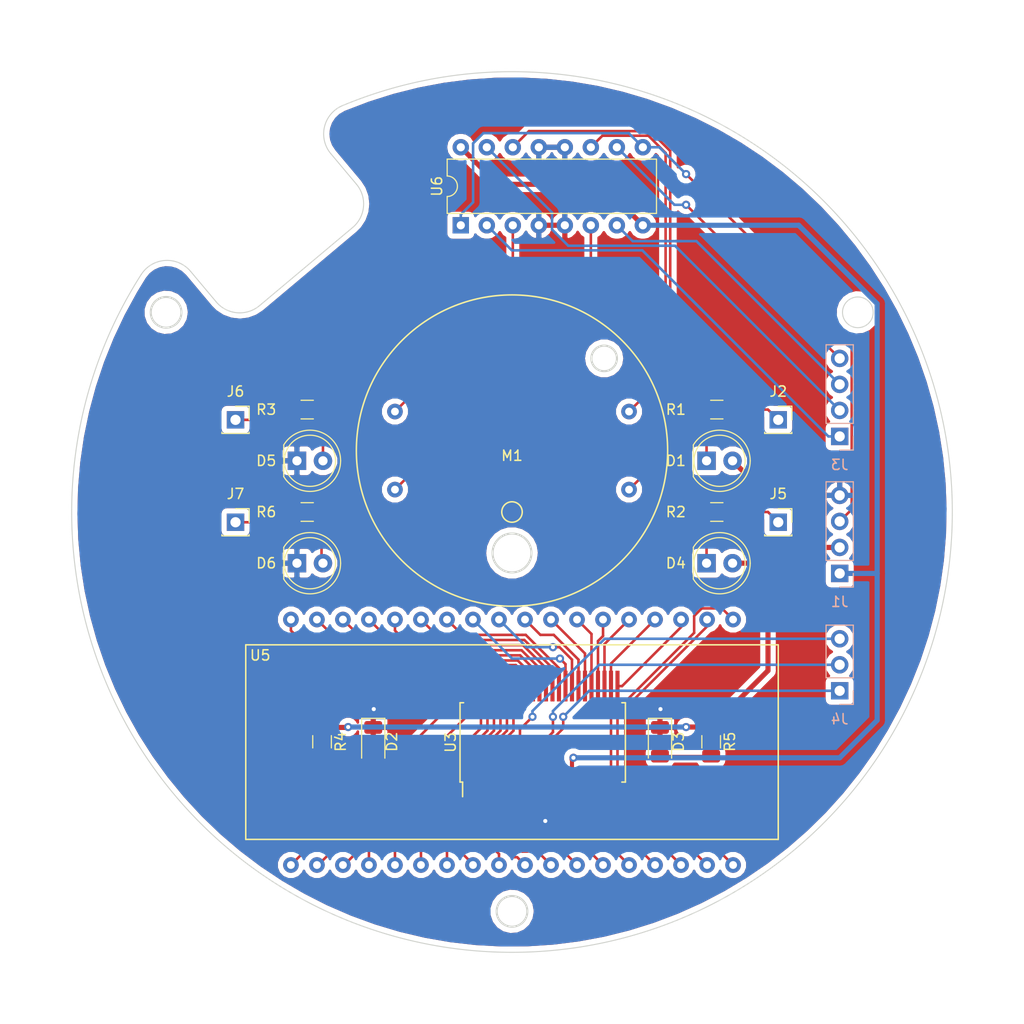
<source format=kicad_pcb>
(kicad_pcb (version 20171130) (host pcbnew "(5.0.1)-4")

  (general
    (thickness 1.6)
    (drawings 13)
    (tracks 294)
    (zones 0)
    (modules 23)
    (nets 62)
  )

  (page A4)
  (layers
    (0 F.Cu signal)
    (31 B.Cu signal)
    (32 B.Adhes user)
    (33 F.Adhes user)
    (34 B.Paste user)
    (35 F.Paste user)
    (36 B.SilkS user)
    (37 F.SilkS user)
    (38 B.Mask user)
    (39 F.Mask user)
    (40 Dwgs.User user)
    (41 Cmts.User user)
    (42 Eco1.User user)
    (43 Eco2.User user)
    (44 Edge.Cuts user)
    (45 Margin user)
    (46 B.CrtYd user)
    (47 F.CrtYd user)
    (48 B.Fab user)
    (49 F.Fab user)
  )

  (setup
    (last_trace_width 0.25)
    (user_trace_width 0.25)
    (user_trace_width 0.5)
    (trace_clearance 0.2)
    (zone_clearance 0.508)
    (zone_45_only no)
    (trace_min 0.2)
    (segment_width 0.2)
    (edge_width 0.2)
    (via_size 0.8)
    (via_drill 0.4)
    (via_min_size 0.4)
    (via_min_drill 0.3)
    (uvia_size 0.3)
    (uvia_drill 0.1)
    (uvias_allowed no)
    (uvia_min_size 0.2)
    (uvia_min_drill 0.1)
    (pcb_text_width 0.3)
    (pcb_text_size 1.5 1.5)
    (mod_edge_width 0.15)
    (mod_text_size 1 1)
    (mod_text_width 0.15)
    (pad_size 1.25 1.75)
    (pad_drill 0)
    (pad_to_mask_clearance 0.051)
    (solder_mask_min_width 0.25)
    (aux_axis_origin 0 0)
    (visible_elements 7FFDFFFF)
    (pcbplotparams
      (layerselection 0x010f0_ffffffff)
      (usegerberextensions false)
      (usegerberattributes false)
      (usegerberadvancedattributes false)
      (creategerberjobfile false)
      (excludeedgelayer true)
      (linewidth 0.100000)
      (plotframeref false)
      (viasonmask false)
      (mode 1)
      (useauxorigin false)
      (hpglpennumber 1)
      (hpglpenspeed 20)
      (hpglpendiameter 15.000000)
      (psnegative false)
      (psa4output false)
      (plotreference true)
      (plotvalue true)
      (plotinvisibletext false)
      (padsonsilk false)
      (subtractmaskfromsilk false)
      (outputformat 1)
      (mirror false)
      (drillshape 0)
      (scaleselection 1)
      (outputdirectory "gerber/"))
  )

  (net 0 "")
  (net 1 GND)
  (net 2 +5V)
  (net 3 "Net-(D2-Pad2)")
  (net 4 "Net-(D3-Pad2)")
  (net 5 /SEG7)
  (net 6 /SEG6)
  (net 7 /SEG5)
  (net 8 /SEG4)
  (net 9 /SEG3)
  (net 10 /SEG2)
  (net 11 /SEG1)
  (net 12 /SEG0)
  (net 13 /COM0)
  (net 14 /COM1)
  (net 15 /COM2)
  (net 16 /COM3)
  (net 17 /SEG29)
  (net 18 /SEG28)
  (net 19 /SEG27)
  (net 20 /SEG26)
  (net 21 /SEG25)
  (net 22 /SEG24)
  (net 23 /SEG23)
  (net 24 /SEG22)
  (net 25 /SEG21)
  (net 26 /SEG20)
  (net 27 /SEG19)
  (net 28 /SEG18)
  (net 29 /SEG17)
  (net 30 /SEG16)
  (net 31 /SEG15)
  (net 32 /SEG14)
  (net 33 /SEG13)
  (net 34 /SEG12)
  (net 35 /SEG11)
  (net 36 /SEG10)
  (net 37 /SEG9)
  (net 38 /SEG8)
  (net 39 "Net-(M1-Pad1)")
  (net 40 "Net-(M1-Pad2)")
  (net 41 "Net-(M1-Pad3)")
  (net 42 "Net-(M1-Pad4)")
  (net 43 /EN)
  (net 44 /LCD_CS)
  (net 45 /LCD_WR)
  (net 46 /STEP_1)
  (net 47 /STEP_3)
  (net 48 /LCD_DATA)
  (net 49 /STEP_2)
  (net 50 /STEP_4)
  (net 51 "Net-(D1-Pad1)")
  (net 52 "Net-(D4-Pad1)")
  (net 53 "Net-(D5-Pad2)")
  (net 54 "Net-(D6-Pad2)")
  (net 55 "Net-(J2-Pad1)")
  (net 56 +12V)
  (net 57 "Net-(J5-Pad1)")
  (net 58 "Net-(J6-Pad1)")
  (net 59 "Net-(J7-Pad1)")
  (net 60 /SEG30)
  (net 61 /SEG31)

  (net_class Default "This is the default net class."
    (clearance 0.2)
    (trace_width 0.25)
    (via_dia 0.8)
    (via_drill 0.4)
    (uvia_dia 0.3)
    (uvia_drill 0.1)
    (add_net +12V)
    (add_net +5V)
    (add_net /COM0)
    (add_net /COM1)
    (add_net /COM2)
    (add_net /COM3)
    (add_net /EN)
    (add_net /LCD_CS)
    (add_net /LCD_DATA)
    (add_net /LCD_WR)
    (add_net /SEG0)
    (add_net /SEG1)
    (add_net /SEG10)
    (add_net /SEG11)
    (add_net /SEG12)
    (add_net /SEG13)
    (add_net /SEG14)
    (add_net /SEG15)
    (add_net /SEG16)
    (add_net /SEG17)
    (add_net /SEG18)
    (add_net /SEG19)
    (add_net /SEG2)
    (add_net /SEG20)
    (add_net /SEG21)
    (add_net /SEG22)
    (add_net /SEG23)
    (add_net /SEG24)
    (add_net /SEG25)
    (add_net /SEG26)
    (add_net /SEG27)
    (add_net /SEG28)
    (add_net /SEG29)
    (add_net /SEG3)
    (add_net /SEG30)
    (add_net /SEG31)
    (add_net /SEG4)
    (add_net /SEG5)
    (add_net /SEG6)
    (add_net /SEG7)
    (add_net /SEG8)
    (add_net /SEG9)
    (add_net /STEP_1)
    (add_net /STEP_2)
    (add_net /STEP_3)
    (add_net /STEP_4)
    (add_net GND)
    (add_net "Net-(D1-Pad1)")
    (add_net "Net-(D2-Pad2)")
    (add_net "Net-(D3-Pad2)")
    (add_net "Net-(D4-Pad1)")
    (add_net "Net-(D5-Pad2)")
    (add_net "Net-(D6-Pad2)")
    (add_net "Net-(J2-Pad1)")
    (add_net "Net-(J5-Pad1)")
    (add_net "Net-(J6-Pad1)")
    (add_net "Net-(J7-Pad1)")
    (add_net "Net-(M1-Pad1)")
    (add_net "Net-(M1-Pad2)")
    (add_net "Net-(M1-Pad3)")
    (add_net "Net-(M1-Pad4)")
  )

  (module footprints:VIM-878-DP (layer F.Cu) (tedit 5D297845) (tstamp 5D490DCE)
    (at 124 112.97296)
    (path /5CD28FB4)
    (fp_text reference U5 (at 1.41088 1.02704) (layer F.SilkS)
      (effects (font (size 1 1) (thickness 0.15)))
    )
    (fp_text value VIM-878 (at 20.32 -0.5) (layer F.Fab)
      (effects (font (size 1 1) (thickness 0.15)))
    )
    (fp_line (start 0 19) (end 0 0) (layer F.SilkS) (width 0.15))
    (fp_line (start 52 19) (end 0 19) (layer F.SilkS) (width 0.15))
    (fp_line (start 52 0) (end 52 19) (layer F.SilkS) (width 0.15))
    (fp_line (start 0 0) (end 52 0) (layer F.SilkS) (width 0.15))
    (pad 36 thru_hole circle (at 4.41088 -2.47296) (size 1.524 1.524) (drill 0.762) (layers *.Cu *.Mask)
      (net 30 /SEG16))
    (pad 35 thru_hole circle (at 6.95088 -2.47296) (size 1.524 1.524) (drill 0.762) (layers *.Cu *.Mask)
      (net 29 /SEG17))
    (pad 34 thru_hole circle (at 9.49088 -2.47296) (size 1.524 1.524) (drill 0.762) (layers *.Cu *.Mask)
      (net 28 /SEG18))
    (pad 33 thru_hole circle (at 12.03088 -2.47296) (size 1.524 1.524) (drill 0.762) (layers *.Cu *.Mask)
      (net 27 /SEG19))
    (pad 32 thru_hole circle (at 14.57088 -2.47296) (size 1.524 1.524) (drill 0.762) (layers *.Cu *.Mask)
      (net 26 /SEG20))
    (pad 31 thru_hole circle (at 17.11088 -2.47296) (size 1.524 1.524) (drill 0.762) (layers *.Cu *.Mask)
      (net 25 /SEG21))
    (pad 30 thru_hole circle (at 19.65088 -2.47296) (size 1.524 1.524) (drill 0.762) (layers *.Cu *.Mask)
      (net 24 /SEG22))
    (pad 29 thru_hole circle (at 22.19088 -2.47296) (size 1.524 1.524) (drill 0.762) (layers *.Cu *.Mask)
      (net 23 /SEG23))
    (pad 28 thru_hole circle (at 24.73088 -2.47296) (size 1.524 1.524) (drill 0.762) (layers *.Cu *.Mask)
      (net 22 /SEG24))
    (pad 27 thru_hole circle (at 27.27088 -2.47296) (size 1.524 1.524) (drill 0.762) (layers *.Cu *.Mask)
      (net 21 /SEG25))
    (pad 26 thru_hole circle (at 29.81088 -2.47296) (size 1.524 1.524) (drill 0.762) (layers *.Cu *.Mask)
      (net 20 /SEG26))
    (pad 25 thru_hole circle (at 32.35088 -2.47296) (size 1.524 1.524) (drill 0.762) (layers *.Cu *.Mask)
      (net 19 /SEG27))
    (pad 24 thru_hole circle (at 34.89088 -2.47296) (size 1.524 1.524) (drill 0.762) (layers *.Cu *.Mask)
      (net 18 /SEG28))
    (pad 23 thru_hole circle (at 37.43088 -2.47296) (size 1.524 1.524) (drill 0.762) (layers *.Cu *.Mask)
      (net 17 /SEG29))
    (pad 22 thru_hole circle (at 39.97088 -2.47296) (size 1.524 1.524) (drill 0.762) (layers *.Cu *.Mask)
      (net 60 /SEG30))
    (pad 21 thru_hole circle (at 42.51088 -2.47296) (size 1.524 1.524) (drill 0.762) (layers *.Cu *.Mask)
      (net 61 /SEG31))
    (pad 20 thru_hole circle (at 45.05088 -2.47296) (size 1.524 1.524) (drill 0.762) (layers *.Cu *.Mask)
      (net 16 /COM3))
    (pad 19 thru_hole circle (at 47.59088 -2.47296) (size 1.524 1.524) (drill 0.762) (layers *.Cu *.Mask)
      (net 15 /COM2))
    (pad 18 thru_hole circle (at 47.59088 21.5) (size 1.524 1.524) (drill 0.762) (layers *.Cu *.Mask)
      (net 14 /COM1))
    (pad 17 thru_hole circle (at 45.05088 21.5) (size 1.524 1.524) (drill 0.762) (layers *.Cu *.Mask)
      (net 13 /COM0))
    (pad 16 thru_hole circle (at 42.51088 21.5) (size 1.524 1.524) (drill 0.762) (layers *.Cu *.Mask)
      (net 12 /SEG0))
    (pad 15 thru_hole circle (at 39.97088 21.5) (size 1.524 1.524) (drill 0.762) (layers *.Cu *.Mask)
      (net 11 /SEG1))
    (pad 14 thru_hole circle (at 37.43088 21.5) (size 1.524 1.524) (drill 0.762) (layers *.Cu *.Mask)
      (net 10 /SEG2))
    (pad 13 thru_hole circle (at 34.89088 21.5) (size 1.524 1.524) (drill 0.762) (layers *.Cu *.Mask)
      (net 9 /SEG3))
    (pad 12 thru_hole circle (at 32.35088 21.5) (size 1.524 1.524) (drill 0.762) (layers *.Cu *.Mask)
      (net 8 /SEG4))
    (pad 11 thru_hole circle (at 29.81088 21.5) (size 1.524 1.524) (drill 0.762) (layers *.Cu *.Mask)
      (net 7 /SEG5))
    (pad 10 thru_hole circle (at 27.27088 21.5) (size 1.524 1.524) (drill 0.762) (layers *.Cu *.Mask)
      (net 6 /SEG6))
    (pad 9 thru_hole circle (at 24.73088 21.5) (size 1.524 1.524) (drill 0.762) (layers *.Cu *.Mask)
      (net 5 /SEG7))
    (pad 8 thru_hole circle (at 22.19088 21.5) (size 1.524 1.524) (drill 0.762) (layers *.Cu *.Mask)
      (net 31 /SEG15))
    (pad 7 thru_hole circle (at 19.65088 21.5) (size 1.524 1.524) (drill 0.762) (layers *.Cu *.Mask)
      (net 32 /SEG14))
    (pad 6 thru_hole circle (at 17.11088 21.5) (size 1.524 1.524) (drill 0.762) (layers *.Cu *.Mask)
      (net 33 /SEG13))
    (pad 5 thru_hole circle (at 14.57088 21.5) (size 1.524 1.524) (drill 0.762) (layers *.Cu *.Mask)
      (net 34 /SEG12))
    (pad 4 thru_hole circle (at 12.03088 21.5) (size 1.524 1.524) (drill 0.762) (layers *.Cu *.Mask)
      (net 35 /SEG11))
    (pad 3 thru_hole circle (at 9.49088 21.5) (size 1.524 1.524) (drill 0.762) (layers *.Cu *.Mask)
      (net 36 /SEG10))
    (pad 2 thru_hole circle (at 6.95088 21.5) (size 1.524 1.524) (drill 0.762) (layers *.Cu *.Mask)
      (net 37 /SEG9))
    (pad 1 thru_hole circle (at 4.41088 21.5) (size 1.524 1.524) (drill 0.762) (layers *.Cu *.Mask)
      (net 38 /SEG8))
  )

  (module "footprints:Stepper Motor" (layer F.Cu) (tedit 5CE0FDFB) (tstamp 5CEC6A67)
    (at 150 94)
    (path /5CDBCF33)
    (fp_text reference M1 (at 0 0.5) (layer F.SilkS)
      (effects (font (size 1 1) (thickness 0.15)))
    )
    (fp_text value Stepper_Motor_bipolar (at 0 -0.5) (layer F.Fab)
      (effects (font (size 1 1) (thickness 0.15)))
    )
    (fp_circle (center 9 -9) (end 10.25 -9) (layer F.SilkS) (width 0.15))
    (fp_circle (center 0 10) (end 1.9 10) (layer F.SilkS) (width 0.15))
    (fp_circle (center 0 6) (end 1 6) (layer F.SilkS) (width 0.15))
    (fp_circle (center 0 0) (end 15.2 0) (layer F.SilkS) (width 0.15))
    (pad 4 thru_hole circle (at 11.43 3.81) (size 1.524 1.524) (drill 0.762) (layers *.Cu *.Mask)
      (net 42 "Net-(M1-Pad4)"))
    (pad 3 thru_hole circle (at 11.43 -3.81) (size 1.524 1.524) (drill 0.762) (layers *.Cu *.Mask)
      (net 41 "Net-(M1-Pad3)"))
    (pad 2 thru_hole circle (at -11.43 -3.81) (size 1.524 1.524) (drill 0.762) (layers *.Cu *.Mask)
      (net 40 "Net-(M1-Pad2)"))
    (pad 1 thru_hole circle (at -11.43 3.81) (size 1.524 1.524) (drill 0.762) (layers *.Cu *.Mask)
      (net 39 "Net-(M1-Pad1)"))
  )

  (module footprints:HT1621 (layer F.Cu) (tedit 5CF328E9) (tstamp 5D3C79F0)
    (at 153 122.5 90)
    (descr "SSOP48: plastic shrink small outline package; 48 leads; body width 7.5 mm; (see NXP SSOP-TSSOP-VSO-REFLOW.pdf and sot370-1_po.pdf)")
    (tags "SSOP 0.635")
    (path /5CD2B292)
    (attr smd)
    (fp_text reference U3 (at 0 -9 90) (layer F.SilkS)
      (effects (font (size 1 1) (thickness 0.15)))
    )
    (fp_text value HT1621B (at 0 9 90) (layer F.Fab)
      (effects (font (size 1 1) (thickness 0.15)))
    )
    (fp_text user %R (at 0 0 90) (layer F.Fab)
      (effects (font (size 0.8 0.8) (thickness 0.15)))
    )
    (fp_line (start -3.875 -7.825) (end -5.3 -7.825) (layer F.SilkS) (width 0.15))
    (fp_line (start -3.875 8.075) (end 3.875 8.075) (layer F.SilkS) (width 0.15))
    (fp_line (start -3.875 -8.075) (end 3.875 -8.075) (layer F.SilkS) (width 0.15))
    (fp_line (start -3.875 8.075) (end -3.875 7.7275) (layer F.SilkS) (width 0.15))
    (fp_line (start 3.875 8.075) (end 3.875 7.7275) (layer F.SilkS) (width 0.15))
    (fp_line (start 3.875 -8.075) (end 3.875 -7.7275) (layer F.SilkS) (width 0.15))
    (fp_line (start -3.875 -8.075) (end -3.875 -7.825) (layer F.SilkS) (width 0.15))
    (fp_line (start -5.55 8.25) (end 5.55 8.25) (layer F.CrtYd) (width 0.05))
    (fp_line (start -5.55 -8.25) (end 5.55 -8.25) (layer F.CrtYd) (width 0.05))
    (fp_line (start 5.55 -8.25) (end 5.55 8.25) (layer F.CrtYd) (width 0.05))
    (fp_line (start -5.55 -8.25) (end -5.55 8.25) (layer F.CrtYd) (width 0.05))
    (fp_line (start -3.75 -6.95) (end -2.75 -7.95) (layer F.Fab) (width 0.15))
    (fp_line (start -3.75 7.95) (end -3.75 -6.95) (layer F.Fab) (width 0.15))
    (fp_line (start 3.75 7.95) (end -3.75 7.95) (layer F.Fab) (width 0.15))
    (fp_line (start 3.75 -7.95) (end 3.75 7.95) (layer F.Fab) (width 0.15))
    (fp_line (start -2.75 -7.95) (end 3.75 -7.95) (layer F.Fab) (width 0.15))
    (pad 48 smd rect (at 5.5 -7.3025 90) (size 3 0.4) (layers F.Cu F.Paste F.Mask)
      (net 38 /SEG8))
    (pad 47 smd rect (at 5.5 -6.6675 90) (size 3 0.4) (layers F.Cu F.Paste F.Mask)
      (net 37 /SEG9))
    (pad 46 smd rect (at 5.5 -6.0325 90) (size 3 0.4) (layers F.Cu F.Paste F.Mask)
      (net 36 /SEG10))
    (pad 45 smd rect (at 5.5 -5.3975 90) (size 3 0.4) (layers F.Cu F.Paste F.Mask)
      (net 35 /SEG11))
    (pad 44 smd rect (at 5.5 -4.7625 90) (size 3 0.4) (layers F.Cu F.Paste F.Mask)
      (net 34 /SEG12))
    (pad 43 smd rect (at 5.5 -4.1275 90) (size 3 0.4) (layers F.Cu F.Paste F.Mask)
      (net 33 /SEG13))
    (pad 42 smd rect (at 5.5 -3.4925 90) (size 3 0.4) (layers F.Cu F.Paste F.Mask)
      (net 32 /SEG14))
    (pad 41 smd rect (at 5.5 -2.8575 90) (size 3 0.4) (layers F.Cu F.Paste F.Mask)
      (net 31 /SEG15))
    (pad 40 smd rect (at 5.5 -2.2225 90) (size 3 0.4) (layers F.Cu F.Paste F.Mask)
      (net 30 /SEG16))
    (pad 39 smd rect (at 5.5 -1.5875 90) (size 3 0.4) (layers F.Cu F.Paste F.Mask)
      (net 29 /SEG17))
    (pad 38 smd rect (at 5.5 -0.9525 90) (size 3 0.4) (layers F.Cu F.Paste F.Mask)
      (net 28 /SEG18))
    (pad 37 smd rect (at 5.5 -0.3175 90) (size 3 0.4) (layers F.Cu F.Paste F.Mask)
      (net 27 /SEG19))
    (pad 36 smd rect (at 5.5 0.3175 90) (size 3 0.4) (layers F.Cu F.Paste F.Mask)
      (net 26 /SEG20))
    (pad 35 smd rect (at 5.5 0.9525 90) (size 3 0.4) (layers F.Cu F.Paste F.Mask)
      (net 25 /SEG21))
    (pad 34 smd rect (at 5.5 1.5875 90) (size 3 0.4) (layers F.Cu F.Paste F.Mask)
      (net 24 /SEG22))
    (pad 33 smd rect (at 5.5 2.2225 90) (size 3 0.4) (layers F.Cu F.Paste F.Mask)
      (net 23 /SEG23))
    (pad 32 smd rect (at 5.5 2.8575 90) (size 3 0.4) (layers F.Cu F.Paste F.Mask)
      (net 22 /SEG24))
    (pad 31 smd rect (at 5.5 3.4925 90) (size 3 0.4) (layers F.Cu F.Paste F.Mask)
      (net 21 /SEG25))
    (pad 30 smd rect (at 5.5 4.1275 90) (size 3 0.4) (layers F.Cu F.Paste F.Mask)
      (net 20 /SEG26))
    (pad 29 smd rect (at 5.5 4.7625 90) (size 3 0.4) (layers F.Cu F.Paste F.Mask)
      (net 19 /SEG27))
    (pad 28 smd rect (at 5.5 5.3975 90) (size 3 0.4) (layers F.Cu F.Paste F.Mask)
      (net 18 /SEG28))
    (pad 27 smd rect (at 5.5 6.0325 90) (size 3 0.4) (layers F.Cu F.Paste F.Mask)
      (net 17 /SEG29))
    (pad 26 smd rect (at 5.5 6.6675 90) (size 3 0.4) (layers F.Cu F.Paste F.Mask)
      (net 60 /SEG30))
    (pad 25 smd rect (at 5.5 7.3025 90) (size 3 0.4) (layers F.Cu F.Paste F.Mask)
      (net 61 /SEG31))
    (pad 24 smd rect (at -5.5 7.3025 90) (size 3 0.4) (layers F.Cu F.Paste F.Mask)
      (net 16 /COM3))
    (pad 23 smd rect (at -5.5 6.6675 90) (size 3 0.4) (layers F.Cu F.Paste F.Mask)
      (net 15 /COM2))
    (pad 22 smd rect (at -5.5 6.0325 90) (size 3 0.4) (layers F.Cu F.Paste F.Mask)
      (net 14 /COM1))
    (pad 21 smd rect (at -5.5 5.3975 90) (size 3 0.4) (layers F.Cu F.Paste F.Mask)
      (net 13 /COM0))
    (pad 20 smd rect (at -5.5 4.7625 90) (size 3 0.4) (layers F.Cu F.Paste F.Mask))
    (pad 19 smd rect (at -5.5 4.1275 90) (size 3 0.4) (layers F.Cu F.Paste F.Mask))
    (pad 18 smd rect (at -5.5 3.4925 90) (size 3 0.4) (layers F.Cu F.Paste F.Mask))
    (pad 17 smd rect (at -5.5 2.8575 90) (size 3 0.4) (layers F.Cu F.Paste F.Mask)
      (net 2 +5V))
    (pad 16 smd rect (at -5.5 2.2225 90) (size 3 0.4) (layers F.Cu F.Paste F.Mask)
      (net 2 +5V))
    (pad 15 smd rect (at -5.5 1.5875 90) (size 3 0.4) (layers F.Cu F.Paste F.Mask))
    (pad 14 smd rect (at -5.5 0.9525 90) (size 3 0.4) (layers F.Cu F.Paste F.Mask))
    (pad 13 smd rect (at -5.5 0.3175 90) (size 3 0.4) (layers F.Cu F.Paste F.Mask)
      (net 1 GND))
    (pad 12 smd rect (at -5.5 -0.3175 90) (size 3 0.4) (layers F.Cu F.Paste F.Mask)
      (net 48 /LCD_DATA))
    (pad 11 smd rect (at -5.5 -0.9525 90) (size 3 0.4) (layers F.Cu F.Paste F.Mask)
      (net 45 /LCD_WR))
    (pad 10 smd rect (at -5.5 -1.5875 90) (size 3 0.4) (layers F.Cu F.Paste F.Mask))
    (pad 9 smd rect (at -5.5 -2.2225 90) (size 3 0.4) (layers F.Cu F.Paste F.Mask)
      (net 44 /LCD_CS))
    (pad 8 smd rect (at -5.5 -2.8575 90) (size 3 0.4) (layers F.Cu F.Paste F.Mask)
      (net 12 /SEG0))
    (pad 7 smd rect (at -5.5 -3.4925 90) (size 3 0.4) (layers F.Cu F.Paste F.Mask)
      (net 11 /SEG1))
    (pad 6 smd rect (at -5.5 -4.1275 90) (size 3 0.4) (layers F.Cu F.Paste F.Mask)
      (net 10 /SEG2))
    (pad 5 smd rect (at -5.5 -4.7625 90) (size 3 0.4) (layers F.Cu F.Paste F.Mask)
      (net 9 /SEG3))
    (pad 4 smd rect (at -5.5 -5.3975 90) (size 3 0.4) (layers F.Cu F.Paste F.Mask)
      (net 8 /SEG4))
    (pad 3 smd rect (at -5.5 -6.0325 90) (size 3 0.4) (layers F.Cu F.Paste F.Mask)
      (net 7 /SEG5))
    (pad 2 smd rect (at -5.5 -6.6675 90) (size 3 0.4) (layers F.Cu F.Paste F.Mask)
      (net 6 /SEG6))
    (pad 1 smd rect (at -5.5 -7.3025 90) (size 3 0.4) (layers F.Cu F.Paste F.Mask)
      (net 5 /SEG7))
    (model ${KISYS3DMOD}/Package_SO.3dshapes/SSOP-48_7.5x15.9mm_P0.635mm.wrl
      (at (xyz 0 0 0))
      (scale (xyz 1 1 1))
      (rotate (xyz 0 0 0))
    )
  )

  (module LED_SMD:LED_1206_3216Metric (layer F.Cu) (tedit 5B301BBE) (tstamp 5CEC7BB5)
    (at 164.45 122.4375 270)
    (descr "LED SMD 1206 (3216 Metric), square (rectangular) end terminal, IPC_7351 nominal, (Body size source: http://www.tortai-tech.com/upload/download/2011102023233369053.pdf), generated with kicad-footprint-generator")
    (tags diode)
    (path /5CD2943C)
    (attr smd)
    (fp_text reference D3 (at 0 -1.82 270) (layer F.SilkS)
      (effects (font (size 1 1) (thickness 0.15)))
    )
    (fp_text value LED (at 0 1.82 270) (layer F.Fab)
      (effects (font (size 1 1) (thickness 0.15)))
    )
    (fp_line (start 1.6 -0.8) (end -1.2 -0.8) (layer F.Fab) (width 0.1))
    (fp_line (start -1.2 -0.8) (end -1.6 -0.4) (layer F.Fab) (width 0.1))
    (fp_line (start -1.6 -0.4) (end -1.6 0.8) (layer F.Fab) (width 0.1))
    (fp_line (start -1.6 0.8) (end 1.6 0.8) (layer F.Fab) (width 0.1))
    (fp_line (start 1.6 0.8) (end 1.6 -0.8) (layer F.Fab) (width 0.1))
    (fp_line (start 1.6 -1.135) (end -2.285 -1.135) (layer F.SilkS) (width 0.12))
    (fp_line (start -2.285 -1.135) (end -2.285 1.135) (layer F.SilkS) (width 0.12))
    (fp_line (start -2.285 1.135) (end 1.6 1.135) (layer F.SilkS) (width 0.12))
    (fp_line (start -2.28 1.12) (end -2.28 -1.12) (layer F.CrtYd) (width 0.05))
    (fp_line (start -2.28 -1.12) (end 2.28 -1.12) (layer F.CrtYd) (width 0.05))
    (fp_line (start 2.28 -1.12) (end 2.28 1.12) (layer F.CrtYd) (width 0.05))
    (fp_line (start 2.28 1.12) (end -2.28 1.12) (layer F.CrtYd) (width 0.05))
    (fp_text user %R (at 0 0 270) (layer F.Fab)
      (effects (font (size 0.8 0.8) (thickness 0.12)))
    )
    (pad 1 smd roundrect (at -1.4 0 270) (size 1.25 1.75) (layers F.Cu F.Paste F.Mask) (roundrect_rratio 0.2)
      (net 1 GND))
    (pad 2 smd roundrect (at 1.4 0 270) (size 1.25 1.75) (layers F.Cu F.Paste F.Mask) (roundrect_rratio 0.2)
      (net 4 "Net-(D3-Pad2)"))
    (model ${KISYS3DMOD}/LED_SMD.3dshapes/LED_1206_3216Metric.wrl
      (at (xyz 0 0 0))
      (scale (xyz 1 1 1))
      (rotate (xyz 0 0 0))
    )
  )

  (module Resistor_SMD:R_1206_3216Metric (layer F.Cu) (tedit 5B301BBD) (tstamp 5CEC7B53)
    (at 169.45 122.4375 270)
    (descr "Resistor SMD 1206 (3216 Metric), square (rectangular) end terminal, IPC_7351 nominal, (Body size source: http://www.tortai-tech.com/upload/download/2011102023233369053.pdf), generated with kicad-footprint-generator")
    (tags resistor)
    (path /5CDCAD44)
    (attr smd)
    (fp_text reference R5 (at 0 -1.82 270) (layer F.SilkS)
      (effects (font (size 1 1) (thickness 0.15)))
    )
    (fp_text value R (at 0 1.82 270) (layer F.Fab)
      (effects (font (size 1 1) (thickness 0.15)))
    )
    (fp_text user %R (at 0 0 270) (layer F.Fab)
      (effects (font (size 0.8 0.8) (thickness 0.12)))
    )
    (fp_line (start 2.28 1.12) (end -2.28 1.12) (layer F.CrtYd) (width 0.05))
    (fp_line (start 2.28 -1.12) (end 2.28 1.12) (layer F.CrtYd) (width 0.05))
    (fp_line (start -2.28 -1.12) (end 2.28 -1.12) (layer F.CrtYd) (width 0.05))
    (fp_line (start -2.28 1.12) (end -2.28 -1.12) (layer F.CrtYd) (width 0.05))
    (fp_line (start -0.602064 0.91) (end 0.602064 0.91) (layer F.SilkS) (width 0.12))
    (fp_line (start -0.602064 -0.91) (end 0.602064 -0.91) (layer F.SilkS) (width 0.12))
    (fp_line (start 1.6 0.8) (end -1.6 0.8) (layer F.Fab) (width 0.1))
    (fp_line (start 1.6 -0.8) (end 1.6 0.8) (layer F.Fab) (width 0.1))
    (fp_line (start -1.6 -0.8) (end 1.6 -0.8) (layer F.Fab) (width 0.1))
    (fp_line (start -1.6 0.8) (end -1.6 -0.8) (layer F.Fab) (width 0.1))
    (pad 2 smd roundrect (at 1.4 0 270) (size 1.25 1.75) (layers F.Cu F.Paste F.Mask) (roundrect_rratio 0.2)
      (net 4 "Net-(D3-Pad2)"))
    (pad 1 smd roundrect (at -1.4 0 270) (size 1.25 1.75) (layers F.Cu F.Paste F.Mask) (roundrect_rratio 0.2)
      (net 56 +12V))
    (model ${KISYS3DMOD}/Resistor_SMD.3dshapes/R_1206_3216Metric.wrl
      (at (xyz 0 0 0))
      (scale (xyz 1 1 1))
      (rotate (xyz 0 0 0))
    )
  )

  (module Package_DIP:DIP-16_W7.62mm (layer F.Cu) (tedit 5A02E8C5) (tstamp 5CE3EED9)
    (at 145 72 90)
    (descr "16-lead though-hole mounted DIP package, row spacing 7.62 mm (300 mils)")
    (tags "THT DIP DIL PDIP 2.54mm 7.62mm 300mil")
    (path /5CD29190)
    (fp_text reference U6 (at 3.81 -2.33 90) (layer F.SilkS)
      (effects (font (size 1 1) (thickness 0.15)))
    )
    (fp_text value L293D (at 3.81 20.11 90) (layer F.Fab)
      (effects (font (size 1 1) (thickness 0.15)))
    )
    (fp_arc (start 3.81 -1.33) (end 2.81 -1.33) (angle -180) (layer F.SilkS) (width 0.12))
    (fp_line (start 1.635 -1.27) (end 6.985 -1.27) (layer F.Fab) (width 0.1))
    (fp_line (start 6.985 -1.27) (end 6.985 19.05) (layer F.Fab) (width 0.1))
    (fp_line (start 6.985 19.05) (end 0.635 19.05) (layer F.Fab) (width 0.1))
    (fp_line (start 0.635 19.05) (end 0.635 -0.27) (layer F.Fab) (width 0.1))
    (fp_line (start 0.635 -0.27) (end 1.635 -1.27) (layer F.Fab) (width 0.1))
    (fp_line (start 2.81 -1.33) (end 1.16 -1.33) (layer F.SilkS) (width 0.12))
    (fp_line (start 1.16 -1.33) (end 1.16 19.11) (layer F.SilkS) (width 0.12))
    (fp_line (start 1.16 19.11) (end 6.46 19.11) (layer F.SilkS) (width 0.12))
    (fp_line (start 6.46 19.11) (end 6.46 -1.33) (layer F.SilkS) (width 0.12))
    (fp_line (start 6.46 -1.33) (end 4.81 -1.33) (layer F.SilkS) (width 0.12))
    (fp_line (start -1.1 -1.55) (end -1.1 19.3) (layer F.CrtYd) (width 0.05))
    (fp_line (start -1.1 19.3) (end 8.7 19.3) (layer F.CrtYd) (width 0.05))
    (fp_line (start 8.7 19.3) (end 8.7 -1.55) (layer F.CrtYd) (width 0.05))
    (fp_line (start 8.7 -1.55) (end -1.1 -1.55) (layer F.CrtYd) (width 0.05))
    (fp_text user %R (at 3.81 8.89 90) (layer F.Fab)
      (effects (font (size 1 1) (thickness 0.15)))
    )
    (pad 1 thru_hole rect (at 0 0 90) (size 1.6 1.6) (drill 0.8) (layers *.Cu *.Mask)
      (net 43 /EN))
    (pad 9 thru_hole oval (at 7.62 17.78 90) (size 1.6 1.6) (drill 0.8) (layers *.Cu *.Mask)
      (net 43 /EN))
    (pad 2 thru_hole oval (at 0 2.54 90) (size 1.6 1.6) (drill 0.8) (layers *.Cu *.Mask)
      (net 46 /STEP_1))
    (pad 10 thru_hole oval (at 7.62 15.24 90) (size 1.6 1.6) (drill 0.8) (layers *.Cu *.Mask)
      (net 50 /STEP_4))
    (pad 3 thru_hole oval (at 0 5.08 90) (size 1.6 1.6) (drill 0.8) (layers *.Cu *.Mask)
      (net 40 "Net-(M1-Pad2)"))
    (pad 11 thru_hole oval (at 7.62 12.7 90) (size 1.6 1.6) (drill 0.8) (layers *.Cu *.Mask)
      (net 41 "Net-(M1-Pad3)"))
    (pad 4 thru_hole oval (at 0 7.62 90) (size 1.6 1.6) (drill 0.8) (layers *.Cu *.Mask)
      (net 1 GND))
    (pad 12 thru_hole oval (at 7.62 10.16 90) (size 1.6 1.6) (drill 0.8) (layers *.Cu *.Mask)
      (net 1 GND))
    (pad 5 thru_hole oval (at 0 10.16 90) (size 1.6 1.6) (drill 0.8) (layers *.Cu *.Mask)
      (net 1 GND))
    (pad 13 thru_hole oval (at 7.62 7.62 90) (size 1.6 1.6) (drill 0.8) (layers *.Cu *.Mask)
      (net 1 GND))
    (pad 6 thru_hole oval (at 0 12.7 90) (size 1.6 1.6) (drill 0.8) (layers *.Cu *.Mask)
      (net 39 "Net-(M1-Pad1)"))
    (pad 14 thru_hole oval (at 7.62 5.08 90) (size 1.6 1.6) (drill 0.8) (layers *.Cu *.Mask)
      (net 42 "Net-(M1-Pad4)"))
    (pad 7 thru_hole oval (at 0 15.24 90) (size 1.6 1.6) (drill 0.8) (layers *.Cu *.Mask)
      (net 47 /STEP_3))
    (pad 15 thru_hole oval (at 7.62 2.54 90) (size 1.6 1.6) (drill 0.8) (layers *.Cu *.Mask)
      (net 49 /STEP_2))
    (pad 8 thru_hole oval (at 0 17.78 90) (size 1.6 1.6) (drill 0.8) (layers *.Cu *.Mask)
      (net 2 +5V))
    (pad 16 thru_hole oval (at 7.62 0 90) (size 1.6 1.6) (drill 0.8) (layers *.Cu *.Mask)
      (net 2 +5V))
    (model ${KISYS3DMOD}/Package_DIP.3dshapes/DIP-16_W7.62mm.wrl
      (at (xyz 0 0 0))
      (scale (xyz 1 1 1))
      (rotate (xyz 0 0 0))
    )
  )

  (module LED_SMD:LED_1206_3216Metric (layer F.Cu) (tedit 5B301BBE) (tstamp 5CEC7BEB)
    (at 136.45 122.4375 270)
    (descr "LED SMD 1206 (3216 Metric), square (rectangular) end terminal, IPC_7351 nominal, (Body size source: http://www.tortai-tech.com/upload/download/2011102023233369053.pdf), generated with kicad-footprint-generator")
    (tags diode)
    (path /5CD29393)
    (attr smd)
    (fp_text reference D2 (at 0 -1.82 270) (layer F.SilkS)
      (effects (font (size 1 1) (thickness 0.15)))
    )
    (fp_text value LED (at 0 1.82 270) (layer F.Fab)
      (effects (font (size 1 1) (thickness 0.15)))
    )
    (fp_text user %R (at 0 0 270) (layer F.Fab)
      (effects (font (size 0.8 0.8) (thickness 0.12)))
    )
    (fp_line (start 2.28 1.12) (end -2.28 1.12) (layer F.CrtYd) (width 0.05))
    (fp_line (start 2.28 -1.12) (end 2.28 1.12) (layer F.CrtYd) (width 0.05))
    (fp_line (start -2.28 -1.12) (end 2.28 -1.12) (layer F.CrtYd) (width 0.05))
    (fp_line (start -2.28 1.12) (end -2.28 -1.12) (layer F.CrtYd) (width 0.05))
    (fp_line (start -2.285 1.135) (end 1.6 1.135) (layer F.SilkS) (width 0.12))
    (fp_line (start -2.285 -1.135) (end -2.285 1.135) (layer F.SilkS) (width 0.12))
    (fp_line (start 1.6 -1.135) (end -2.285 -1.135) (layer F.SilkS) (width 0.12))
    (fp_line (start 1.6 0.8) (end 1.6 -0.8) (layer F.Fab) (width 0.1))
    (fp_line (start -1.6 0.8) (end 1.6 0.8) (layer F.Fab) (width 0.1))
    (fp_line (start -1.6 -0.4) (end -1.6 0.8) (layer F.Fab) (width 0.1))
    (fp_line (start -1.2 -0.8) (end -1.6 -0.4) (layer F.Fab) (width 0.1))
    (fp_line (start 1.6 -0.8) (end -1.2 -0.8) (layer F.Fab) (width 0.1))
    (pad 2 smd roundrect (at 1.4 0 270) (size 1.25 1.75) (layers F.Cu F.Paste F.Mask) (roundrect_rratio 0.2)
      (net 3 "Net-(D2-Pad2)"))
    (pad 1 smd roundrect (at -1.4 0 270) (size 1.25 1.75) (layers F.Cu F.Paste F.Mask) (roundrect_rratio 0.2)
      (net 1 GND))
    (model ${KISYS3DMOD}/LED_SMD.3dshapes/LED_1206_3216Metric.wrl
      (at (xyz 0 0 0))
      (scale (xyz 1 1 1))
      (rotate (xyz 0 0 0))
    )
  )

  (module Resistor_SMD:R_1206_3216Metric (layer F.Cu) (tedit 5B301BBD) (tstamp 5CEC7B83)
    (at 131.45 122.4375 270)
    (descr "Resistor SMD 1206 (3216 Metric), square (rectangular) end terminal, IPC_7351 nominal, (Body size source: http://www.tortai-tech.com/upload/download/2011102023233369053.pdf), generated with kicad-footprint-generator")
    (tags resistor)
    (path /5CDCAC82)
    (attr smd)
    (fp_text reference R4 (at 0 -1.82 270) (layer F.SilkS)
      (effects (font (size 1 1) (thickness 0.15)))
    )
    (fp_text value R (at 0 1.82 270) (layer F.Fab)
      (effects (font (size 1 1) (thickness 0.15)))
    )
    (fp_line (start -1.6 0.8) (end -1.6 -0.8) (layer F.Fab) (width 0.1))
    (fp_line (start -1.6 -0.8) (end 1.6 -0.8) (layer F.Fab) (width 0.1))
    (fp_line (start 1.6 -0.8) (end 1.6 0.8) (layer F.Fab) (width 0.1))
    (fp_line (start 1.6 0.8) (end -1.6 0.8) (layer F.Fab) (width 0.1))
    (fp_line (start -0.602064 -0.91) (end 0.602064 -0.91) (layer F.SilkS) (width 0.12))
    (fp_line (start -0.602064 0.91) (end 0.602064 0.91) (layer F.SilkS) (width 0.12))
    (fp_line (start -2.28 1.12) (end -2.28 -1.12) (layer F.CrtYd) (width 0.05))
    (fp_line (start -2.28 -1.12) (end 2.28 -1.12) (layer F.CrtYd) (width 0.05))
    (fp_line (start 2.28 -1.12) (end 2.28 1.12) (layer F.CrtYd) (width 0.05))
    (fp_line (start 2.28 1.12) (end -2.28 1.12) (layer F.CrtYd) (width 0.05))
    (fp_text user %R (at 0 0 270) (layer F.Fab)
      (effects (font (size 0.8 0.8) (thickness 0.12)))
    )
    (pad 1 smd roundrect (at -1.4 0 270) (size 1.25 1.75) (layers F.Cu F.Paste F.Mask) (roundrect_rratio 0.2)
      (net 56 +12V))
    (pad 2 smd roundrect (at 1.4 0 270) (size 1.25 1.75) (layers F.Cu F.Paste F.Mask) (roundrect_rratio 0.2)
      (net 3 "Net-(D2-Pad2)"))
    (model ${KISYS3DMOD}/Resistor_SMD.3dshapes/R_1206_3216Metric.wrl
      (at (xyz 0 0 0))
      (scale (xyz 1 1 1))
      (rotate (xyz 0 0 0))
    )
  )

  (module Resistor_SMD:R_1206_3216Metric (layer F.Cu) (tedit 5B301BBD) (tstamp 5D268CD8)
    (at 170 90)
    (descr "Resistor SMD 1206 (3216 Metric), square (rectangular) end terminal, IPC_7351 nominal, (Body size source: http://www.tortai-tech.com/upload/download/2011102023233369053.pdf), generated with kicad-footprint-generator")
    (tags resistor)
    (path /5D1B5F98)
    (attr smd)
    (fp_text reference R1 (at -4 0) (layer F.SilkS)
      (effects (font (size 1 1) (thickness 0.15)))
    )
    (fp_text value R (at 0 1.82) (layer F.Fab)
      (effects (font (size 1 1) (thickness 0.15)))
    )
    (fp_text user %R (at 0 0) (layer F.Fab)
      (effects (font (size 0.8 0.8) (thickness 0.12)))
    )
    (fp_line (start 2.28 1.12) (end -2.28 1.12) (layer F.CrtYd) (width 0.05))
    (fp_line (start 2.28 -1.12) (end 2.28 1.12) (layer F.CrtYd) (width 0.05))
    (fp_line (start -2.28 -1.12) (end 2.28 -1.12) (layer F.CrtYd) (width 0.05))
    (fp_line (start -2.28 1.12) (end -2.28 -1.12) (layer F.CrtYd) (width 0.05))
    (fp_line (start -0.602064 0.91) (end 0.602064 0.91) (layer F.SilkS) (width 0.12))
    (fp_line (start -0.602064 -0.91) (end 0.602064 -0.91) (layer F.SilkS) (width 0.12))
    (fp_line (start 1.6 0.8) (end -1.6 0.8) (layer F.Fab) (width 0.1))
    (fp_line (start 1.6 -0.8) (end 1.6 0.8) (layer F.Fab) (width 0.1))
    (fp_line (start -1.6 -0.8) (end 1.6 -0.8) (layer F.Fab) (width 0.1))
    (fp_line (start -1.6 0.8) (end -1.6 -0.8) (layer F.Fab) (width 0.1))
    (pad 2 smd roundrect (at 1.4 0) (size 1.25 1.75) (layers F.Cu F.Paste F.Mask) (roundrect_rratio 0.2)
      (net 55 "Net-(J2-Pad1)"))
    (pad 1 smd roundrect (at -1.4 0) (size 1.25 1.75) (layers F.Cu F.Paste F.Mask) (roundrect_rratio 0.2)
      (net 51 "Net-(D1-Pad1)"))
    (model ${KISYS3DMOD}/Resistor_SMD.3dshapes/R_1206_3216Metric.wrl
      (at (xyz 0 0 0))
      (scale (xyz 1 1 1))
      (rotate (xyz 0 0 0))
    )
  )

  (module Resistor_SMD:R_1206_3216Metric (layer F.Cu) (tedit 5B301BBD) (tstamp 5D268CE9)
    (at 170 100)
    (descr "Resistor SMD 1206 (3216 Metric), square (rectangular) end terminal, IPC_7351 nominal, (Body size source: http://www.tortai-tech.com/upload/download/2011102023233369053.pdf), generated with kicad-footprint-generator")
    (tags resistor)
    (path /5D1B6035)
    (attr smd)
    (fp_text reference R2 (at -4 0) (layer F.SilkS)
      (effects (font (size 1 1) (thickness 0.15)))
    )
    (fp_text value R (at 0 1.82) (layer F.Fab)
      (effects (font (size 1 1) (thickness 0.15)))
    )
    (fp_line (start -1.6 0.8) (end -1.6 -0.8) (layer F.Fab) (width 0.1))
    (fp_line (start -1.6 -0.8) (end 1.6 -0.8) (layer F.Fab) (width 0.1))
    (fp_line (start 1.6 -0.8) (end 1.6 0.8) (layer F.Fab) (width 0.1))
    (fp_line (start 1.6 0.8) (end -1.6 0.8) (layer F.Fab) (width 0.1))
    (fp_line (start -0.602064 -0.91) (end 0.602064 -0.91) (layer F.SilkS) (width 0.12))
    (fp_line (start -0.602064 0.91) (end 0.602064 0.91) (layer F.SilkS) (width 0.12))
    (fp_line (start -2.28 1.12) (end -2.28 -1.12) (layer F.CrtYd) (width 0.05))
    (fp_line (start -2.28 -1.12) (end 2.28 -1.12) (layer F.CrtYd) (width 0.05))
    (fp_line (start 2.28 -1.12) (end 2.28 1.12) (layer F.CrtYd) (width 0.05))
    (fp_line (start 2.28 1.12) (end -2.28 1.12) (layer F.CrtYd) (width 0.05))
    (fp_text user %R (at 0 0) (layer F.Fab)
      (effects (font (size 0.8 0.8) (thickness 0.12)))
    )
    (pad 1 smd roundrect (at -1.4 0) (size 1.25 1.75) (layers F.Cu F.Paste F.Mask) (roundrect_rratio 0.2)
      (net 52 "Net-(D4-Pad1)"))
    (pad 2 smd roundrect (at 1.4 0) (size 1.25 1.75) (layers F.Cu F.Paste F.Mask) (roundrect_rratio 0.2)
      (net 57 "Net-(J5-Pad1)"))
    (model ${KISYS3DMOD}/Resistor_SMD.3dshapes/R_1206_3216Metric.wrl
      (at (xyz 0 0 0))
      (scale (xyz 1 1 1))
      (rotate (xyz 0 0 0))
    )
  )

  (module Resistor_SMD:R_1206_3216Metric (layer F.Cu) (tedit 5B301BBD) (tstamp 5D268CFA)
    (at 130 90 180)
    (descr "Resistor SMD 1206 (3216 Metric), square (rectangular) end terminal, IPC_7351 nominal, (Body size source: http://www.tortai-tech.com/upload/download/2011102023233369053.pdf), generated with kicad-footprint-generator")
    (tags resistor)
    (path /5D1B6079)
    (attr smd)
    (fp_text reference R3 (at 4 0 180) (layer F.SilkS)
      (effects (font (size 1 1) (thickness 0.15)))
    )
    (fp_text value R (at 0 1.82 180) (layer F.Fab)
      (effects (font (size 1 1) (thickness 0.15)))
    )
    (fp_text user %R (at 0 0 180) (layer F.Fab)
      (effects (font (size 0.8 0.8) (thickness 0.12)))
    )
    (fp_line (start 2.28 1.12) (end -2.28 1.12) (layer F.CrtYd) (width 0.05))
    (fp_line (start 2.28 -1.12) (end 2.28 1.12) (layer F.CrtYd) (width 0.05))
    (fp_line (start -2.28 -1.12) (end 2.28 -1.12) (layer F.CrtYd) (width 0.05))
    (fp_line (start -2.28 1.12) (end -2.28 -1.12) (layer F.CrtYd) (width 0.05))
    (fp_line (start -0.602064 0.91) (end 0.602064 0.91) (layer F.SilkS) (width 0.12))
    (fp_line (start -0.602064 -0.91) (end 0.602064 -0.91) (layer F.SilkS) (width 0.12))
    (fp_line (start 1.6 0.8) (end -1.6 0.8) (layer F.Fab) (width 0.1))
    (fp_line (start 1.6 -0.8) (end 1.6 0.8) (layer F.Fab) (width 0.1))
    (fp_line (start -1.6 -0.8) (end 1.6 -0.8) (layer F.Fab) (width 0.1))
    (fp_line (start -1.6 0.8) (end -1.6 -0.8) (layer F.Fab) (width 0.1))
    (pad 2 smd roundrect (at 1.4 0 180) (size 1.25 1.75) (layers F.Cu F.Paste F.Mask) (roundrect_rratio 0.2)
      (net 58 "Net-(J6-Pad1)"))
    (pad 1 smd roundrect (at -1.4 0 180) (size 1.25 1.75) (layers F.Cu F.Paste F.Mask) (roundrect_rratio 0.2)
      (net 53 "Net-(D5-Pad2)"))
    (model ${KISYS3DMOD}/Resistor_SMD.3dshapes/R_1206_3216Metric.wrl
      (at (xyz 0 0 0))
      (scale (xyz 1 1 1))
      (rotate (xyz 0 0 0))
    )
  )

  (module Resistor_SMD:R_1206_3216Metric (layer F.Cu) (tedit 5B301BBD) (tstamp 5D268D0B)
    (at 130 100 180)
    (descr "Resistor SMD 1206 (3216 Metric), square (rectangular) end terminal, IPC_7351 nominal, (Body size source: http://www.tortai-tech.com/upload/download/2011102023233369053.pdf), generated with kicad-footprint-generator")
    (tags resistor)
    (path /5D1B60C3)
    (attr smd)
    (fp_text reference R6 (at 4 0) (layer F.SilkS)
      (effects (font (size 1 1) (thickness 0.15)))
    )
    (fp_text value R (at 0 1.82 180) (layer F.Fab)
      (effects (font (size 1 1) (thickness 0.15)))
    )
    (fp_line (start -1.6 0.8) (end -1.6 -0.8) (layer F.Fab) (width 0.1))
    (fp_line (start -1.6 -0.8) (end 1.6 -0.8) (layer F.Fab) (width 0.1))
    (fp_line (start 1.6 -0.8) (end 1.6 0.8) (layer F.Fab) (width 0.1))
    (fp_line (start 1.6 0.8) (end -1.6 0.8) (layer F.Fab) (width 0.1))
    (fp_line (start -0.602064 -0.91) (end 0.602064 -0.91) (layer F.SilkS) (width 0.12))
    (fp_line (start -0.602064 0.91) (end 0.602064 0.91) (layer F.SilkS) (width 0.12))
    (fp_line (start -2.28 1.12) (end -2.28 -1.12) (layer F.CrtYd) (width 0.05))
    (fp_line (start -2.28 -1.12) (end 2.28 -1.12) (layer F.CrtYd) (width 0.05))
    (fp_line (start 2.28 -1.12) (end 2.28 1.12) (layer F.CrtYd) (width 0.05))
    (fp_line (start 2.28 1.12) (end -2.28 1.12) (layer F.CrtYd) (width 0.05))
    (fp_text user %R (at 0 0) (layer F.Fab)
      (effects (font (size 0.8 0.8) (thickness 0.12)))
    )
    (pad 1 smd roundrect (at -1.4 0 180) (size 1.25 1.75) (layers F.Cu F.Paste F.Mask) (roundrect_rratio 0.2)
      (net 54 "Net-(D6-Pad2)"))
    (pad 2 smd roundrect (at 1.4 0 180) (size 1.25 1.75) (layers F.Cu F.Paste F.Mask) (roundrect_rratio 0.2)
      (net 59 "Net-(J7-Pad1)"))
    (model ${KISYS3DMOD}/Resistor_SMD.3dshapes/R_1206_3216Metric.wrl
      (at (xyz 0 0 0))
      (scale (xyz 1 1 1))
      (rotate (xyz 0 0 0))
    )
  )

  (module Connector_PinSocket_2.54mm:PinSocket_1x04_P2.54mm_Vertical (layer B.Cu) (tedit 5A19A429) (tstamp 5D28D131)
    (at 182 92.62)
    (descr "Through hole straight socket strip, 1x04, 2.54mm pitch, single row (from Kicad 4.0.7), script generated")
    (tags "Through hole socket strip THT 1x04 2.54mm single row")
    (path /5D1C6373)
    (fp_text reference J3 (at 0 2.77) (layer B.SilkS)
      (effects (font (size 1 1) (thickness 0.15)) (justify mirror))
    )
    (fp_text value Conn_01x04 (at 0 -10.39) (layer B.Fab)
      (effects (font (size 1 1) (thickness 0.15)) (justify mirror))
    )
    (fp_text user %R (at 0 -3.81 -90) (layer B.Fab)
      (effects (font (size 1 1) (thickness 0.15)) (justify mirror))
    )
    (fp_line (start -1.8 -9.4) (end -1.8 1.8) (layer B.CrtYd) (width 0.05))
    (fp_line (start 1.75 -9.4) (end -1.8 -9.4) (layer B.CrtYd) (width 0.05))
    (fp_line (start 1.75 1.8) (end 1.75 -9.4) (layer B.CrtYd) (width 0.05))
    (fp_line (start -1.8 1.8) (end 1.75 1.8) (layer B.CrtYd) (width 0.05))
    (fp_line (start 0 1.33) (end 1.33 1.33) (layer B.SilkS) (width 0.12))
    (fp_line (start 1.33 1.33) (end 1.33 0) (layer B.SilkS) (width 0.12))
    (fp_line (start 1.33 -1.27) (end 1.33 -8.95) (layer B.SilkS) (width 0.12))
    (fp_line (start -1.33 -8.95) (end 1.33 -8.95) (layer B.SilkS) (width 0.12))
    (fp_line (start -1.33 -1.27) (end -1.33 -8.95) (layer B.SilkS) (width 0.12))
    (fp_line (start -1.33 -1.27) (end 1.33 -1.27) (layer B.SilkS) (width 0.12))
    (fp_line (start -1.27 -8.89) (end -1.27 1.27) (layer B.Fab) (width 0.1))
    (fp_line (start 1.27 -8.89) (end -1.27 -8.89) (layer B.Fab) (width 0.1))
    (fp_line (start 1.27 0.635) (end 1.27 -8.89) (layer B.Fab) (width 0.1))
    (fp_line (start 0.635 1.27) (end 1.27 0.635) (layer B.Fab) (width 0.1))
    (fp_line (start -1.27 1.27) (end 0.635 1.27) (layer B.Fab) (width 0.1))
    (pad 4 thru_hole oval (at 0 -7.62) (size 1.7 1.7) (drill 1) (layers *.Cu *.Mask)
      (net 50 /STEP_4))
    (pad 3 thru_hole oval (at 0 -5.08) (size 1.7 1.7) (drill 1) (layers *.Cu *.Mask)
      (net 47 /STEP_3))
    (pad 2 thru_hole oval (at 0 -2.54) (size 1.7 1.7) (drill 1) (layers *.Cu *.Mask)
      (net 49 /STEP_2))
    (pad 1 thru_hole rect (at 0 0) (size 1.7 1.7) (drill 1) (layers *.Cu *.Mask)
      (net 46 /STEP_1))
    (model ${KISYS3DMOD}/Connector_PinSocket_2.54mm.3dshapes/PinSocket_1x04_P2.54mm_Vertical.wrl
      (at (xyz 0 0 0))
      (scale (xyz 1 1 1))
      (rotate (xyz 0 0 0))
    )
  )

  (module Connector_PinSocket_2.54mm:PinSocket_1x04_P2.54mm_Vertical (layer B.Cu) (tedit 5A19A429) (tstamp 5D28D33E)
    (at 182 106)
    (descr "Through hole straight socket strip, 1x04, 2.54mm pitch, single row (from Kicad 4.0.7), script generated")
    (tags "Through hole socket strip THT 1x04 2.54mm single row")
    (path /5D1CB066)
    (fp_text reference J1 (at 0 2.77) (layer B.SilkS)
      (effects (font (size 1 1) (thickness 0.15)) (justify mirror))
    )
    (fp_text value Conn_01x04 (at 0 -10.39) (layer B.Fab)
      (effects (font (size 1 1) (thickness 0.15)) (justify mirror))
    )
    (fp_line (start -1.27 1.27) (end 0.635 1.27) (layer B.Fab) (width 0.1))
    (fp_line (start 0.635 1.27) (end 1.27 0.635) (layer B.Fab) (width 0.1))
    (fp_line (start 1.27 0.635) (end 1.27 -8.89) (layer B.Fab) (width 0.1))
    (fp_line (start 1.27 -8.89) (end -1.27 -8.89) (layer B.Fab) (width 0.1))
    (fp_line (start -1.27 -8.89) (end -1.27 1.27) (layer B.Fab) (width 0.1))
    (fp_line (start -1.33 -1.27) (end 1.33 -1.27) (layer B.SilkS) (width 0.12))
    (fp_line (start -1.33 -1.27) (end -1.33 -8.95) (layer B.SilkS) (width 0.12))
    (fp_line (start -1.33 -8.95) (end 1.33 -8.95) (layer B.SilkS) (width 0.12))
    (fp_line (start 1.33 -1.27) (end 1.33 -8.95) (layer B.SilkS) (width 0.12))
    (fp_line (start 1.33 1.33) (end 1.33 0) (layer B.SilkS) (width 0.12))
    (fp_line (start 0 1.33) (end 1.33 1.33) (layer B.SilkS) (width 0.12))
    (fp_line (start -1.8 1.8) (end 1.75 1.8) (layer B.CrtYd) (width 0.05))
    (fp_line (start 1.75 1.8) (end 1.75 -9.4) (layer B.CrtYd) (width 0.05))
    (fp_line (start 1.75 -9.4) (end -1.8 -9.4) (layer B.CrtYd) (width 0.05))
    (fp_line (start -1.8 -9.4) (end -1.8 1.8) (layer B.CrtYd) (width 0.05))
    (fp_text user %R (at 0 -3.81 -90) (layer B.Fab)
      (effects (font (size 1 1) (thickness 0.15)) (justify mirror))
    )
    (pad 1 thru_hole rect (at 0 0) (size 1.7 1.7) (drill 1) (layers *.Cu *.Mask)
      (net 2 +5V))
    (pad 2 thru_hole oval (at 0 -2.54) (size 1.7 1.7) (drill 1) (layers *.Cu *.Mask)
      (net 56 +12V))
    (pad 3 thru_hole oval (at 0 -5.08) (size 1.7 1.7) (drill 1) (layers *.Cu *.Mask)
      (net 43 /EN))
    (pad 4 thru_hole oval (at 0 -7.62) (size 1.7 1.7) (drill 1) (layers *.Cu *.Mask)
      (net 1 GND))
    (model ${KISYS3DMOD}/Connector_PinSocket_2.54mm.3dshapes/PinSocket_1x04_P2.54mm_Vertical.wrl
      (at (xyz 0 0 0))
      (scale (xyz 1 1 1))
      (rotate (xyz 0 0 0))
    )
  )

  (module LED_THT:LED_D5.0mm (layer F.Cu) (tedit 5995936A) (tstamp 5D28D54B)
    (at 169 95)
    (descr "LED, diameter 5.0mm, 2 pins, http://cdn-reichelt.de/documents/datenblatt/A500/LL-504BC2E-009.pdf")
    (tags "LED diameter 5.0mm 2 pins")
    (path /5D1B3039)
    (fp_text reference D1 (at -3 0) (layer F.SilkS)
      (effects (font (size 1 1) (thickness 0.15)))
    )
    (fp_text value LED (at 1.27 3.96) (layer F.Fab)
      (effects (font (size 1 1) (thickness 0.15)))
    )
    (fp_text user %R (at 1.25 0) (layer F.Fab)
      (effects (font (size 0.8 0.8) (thickness 0.2)))
    )
    (fp_line (start 4.5 -3.25) (end -1.95 -3.25) (layer F.CrtYd) (width 0.05))
    (fp_line (start 4.5 3.25) (end 4.5 -3.25) (layer F.CrtYd) (width 0.05))
    (fp_line (start -1.95 3.25) (end 4.5 3.25) (layer F.CrtYd) (width 0.05))
    (fp_line (start -1.95 -3.25) (end -1.95 3.25) (layer F.CrtYd) (width 0.05))
    (fp_line (start -1.29 -1.545) (end -1.29 1.545) (layer F.SilkS) (width 0.12))
    (fp_line (start -1.23 -1.469694) (end -1.23 1.469694) (layer F.Fab) (width 0.1))
    (fp_circle (center 1.27 0) (end 3.77 0) (layer F.SilkS) (width 0.12))
    (fp_circle (center 1.27 0) (end 3.77 0) (layer F.Fab) (width 0.1))
    (fp_arc (start 1.27 0) (end -1.29 1.54483) (angle -148.9) (layer F.SilkS) (width 0.12))
    (fp_arc (start 1.27 0) (end -1.29 -1.54483) (angle 148.9) (layer F.SilkS) (width 0.12))
    (fp_arc (start 1.27 0) (end -1.23 -1.469694) (angle 299.1) (layer F.Fab) (width 0.1))
    (pad 2 thru_hole circle (at 2.54 0) (size 1.8 1.8) (drill 0.9) (layers *.Cu *.Mask)
      (net 56 +12V))
    (pad 1 thru_hole rect (at 0 0) (size 1.8 1.8) (drill 0.9) (layers *.Cu *.Mask)
      (net 51 "Net-(D1-Pad1)"))
    (model ${KISYS3DMOD}/LED_THT.3dshapes/LED_D5.0mm.wrl
      (at (xyz 0 0 0))
      (scale (xyz 1 1 1))
      (rotate (xyz 0 0 0))
    )
  )

  (module LED_THT:LED_D5.0mm (layer F.Cu) (tedit 5995936A) (tstamp 5D28D55C)
    (at 169 105)
    (descr "LED, diameter 5.0mm, 2 pins, http://cdn-reichelt.de/documents/datenblatt/A500/LL-504BC2E-009.pdf")
    (tags "LED diameter 5.0mm 2 pins")
    (path /5D1B30AB)
    (fp_text reference D4 (at -3 0) (layer F.SilkS)
      (effects (font (size 1 1) (thickness 0.15)))
    )
    (fp_text value LED (at 1.27 3.96) (layer F.Fab)
      (effects (font (size 1 1) (thickness 0.15)))
    )
    (fp_arc (start 1.27 0) (end -1.23 -1.469694) (angle 299.1) (layer F.Fab) (width 0.1))
    (fp_arc (start 1.27 0) (end -1.29 -1.54483) (angle 148.9) (layer F.SilkS) (width 0.12))
    (fp_arc (start 1.27 0) (end -1.29 1.54483) (angle -148.9) (layer F.SilkS) (width 0.12))
    (fp_circle (center 1.27 0) (end 3.77 0) (layer F.Fab) (width 0.1))
    (fp_circle (center 1.27 0) (end 3.77 0) (layer F.SilkS) (width 0.12))
    (fp_line (start -1.23 -1.469694) (end -1.23 1.469694) (layer F.Fab) (width 0.1))
    (fp_line (start -1.29 -1.545) (end -1.29 1.545) (layer F.SilkS) (width 0.12))
    (fp_line (start -1.95 -3.25) (end -1.95 3.25) (layer F.CrtYd) (width 0.05))
    (fp_line (start -1.95 3.25) (end 4.5 3.25) (layer F.CrtYd) (width 0.05))
    (fp_line (start 4.5 3.25) (end 4.5 -3.25) (layer F.CrtYd) (width 0.05))
    (fp_line (start 4.5 -3.25) (end -1.95 -3.25) (layer F.CrtYd) (width 0.05))
    (fp_text user %R (at 1.25 0) (layer F.Fab)
      (effects (font (size 0.8 0.8) (thickness 0.2)))
    )
    (pad 1 thru_hole rect (at 0 0) (size 1.8 1.8) (drill 0.9) (layers *.Cu *.Mask)
      (net 52 "Net-(D4-Pad1)"))
    (pad 2 thru_hole circle (at 2.54 0) (size 1.8 1.8) (drill 0.9) (layers *.Cu *.Mask)
      (net 56 +12V))
    (model ${KISYS3DMOD}/LED_THT.3dshapes/LED_D5.0mm.wrl
      (at (xyz 0 0 0))
      (scale (xyz 1 1 1))
      (rotate (xyz 0 0 0))
    )
  )

  (module LED_THT:LED_D5.0mm (layer F.Cu) (tedit 5995936A) (tstamp 5D28D655)
    (at 129 95)
    (descr "LED, diameter 5.0mm, 2 pins, http://cdn-reichelt.de/documents/datenblatt/A500/LL-504BC2E-009.pdf")
    (tags "LED diameter 5.0mm 2 pins")
    (path /5D1B30E3)
    (fp_text reference D5 (at -3 0) (layer F.SilkS)
      (effects (font (size 1 1) (thickness 0.15)))
    )
    (fp_text value LED (at 1.27 3.96) (layer F.Fab)
      (effects (font (size 1 1) (thickness 0.15)))
    )
    (fp_arc (start 1.27 0) (end -1.23 -1.469694) (angle 299.1) (layer F.Fab) (width 0.1))
    (fp_arc (start 1.27 0) (end -1.29 -1.54483) (angle 148.9) (layer F.SilkS) (width 0.12))
    (fp_arc (start 1.27 0) (end -1.29 1.54483) (angle -148.9) (layer F.SilkS) (width 0.12))
    (fp_circle (center 1.27 0) (end 3.77 0) (layer F.Fab) (width 0.1))
    (fp_circle (center 1.27 0) (end 3.77 0) (layer F.SilkS) (width 0.12))
    (fp_line (start -1.23 -1.469694) (end -1.23 1.469694) (layer F.Fab) (width 0.1))
    (fp_line (start -1.29 -1.545) (end -1.29 1.545) (layer F.SilkS) (width 0.12))
    (fp_line (start -1.95 -3.25) (end -1.95 3.25) (layer F.CrtYd) (width 0.05))
    (fp_line (start -1.95 3.25) (end 4.5 3.25) (layer F.CrtYd) (width 0.05))
    (fp_line (start 4.5 3.25) (end 4.5 -3.25) (layer F.CrtYd) (width 0.05))
    (fp_line (start 4.5 -3.25) (end -1.95 -3.25) (layer F.CrtYd) (width 0.05))
    (fp_text user %R (at 1.25 0) (layer F.Fab)
      (effects (font (size 0.8 0.8) (thickness 0.2)))
    )
    (pad 1 thru_hole rect (at 0 0) (size 1.8 1.8) (drill 0.9) (layers *.Cu *.Mask)
      (net 1 GND))
    (pad 2 thru_hole circle (at 2.54 0) (size 1.8 1.8) (drill 0.9) (layers *.Cu *.Mask)
      (net 53 "Net-(D5-Pad2)"))
    (model ${KISYS3DMOD}/LED_THT.3dshapes/LED_D5.0mm.wrl
      (at (xyz 0 0 0))
      (scale (xyz 1 1 1))
      (rotate (xyz 0 0 0))
    )
  )

  (module LED_THT:LED_D5.0mm (layer F.Cu) (tedit 5995936A) (tstamp 5D28D57E)
    (at 129 105)
    (descr "LED, diameter 5.0mm, 2 pins, http://cdn-reichelt.de/documents/datenblatt/A500/LL-504BC2E-009.pdf")
    (tags "LED diameter 5.0mm 2 pins")
    (path /5D1B311F)
    (fp_text reference D6 (at -3 0) (layer F.SilkS)
      (effects (font (size 1 1) (thickness 0.15)))
    )
    (fp_text value LED (at 1.27 3.96) (layer F.Fab)
      (effects (font (size 1 1) (thickness 0.15)))
    )
    (fp_text user %R (at 1.25 0) (layer F.Fab)
      (effects (font (size 0.8 0.8) (thickness 0.2)))
    )
    (fp_line (start 4.5 -3.25) (end -1.95 -3.25) (layer F.CrtYd) (width 0.05))
    (fp_line (start 4.5 3.25) (end 4.5 -3.25) (layer F.CrtYd) (width 0.05))
    (fp_line (start -1.95 3.25) (end 4.5 3.25) (layer F.CrtYd) (width 0.05))
    (fp_line (start -1.95 -3.25) (end -1.95 3.25) (layer F.CrtYd) (width 0.05))
    (fp_line (start -1.29 -1.545) (end -1.29 1.545) (layer F.SilkS) (width 0.12))
    (fp_line (start -1.23 -1.469694) (end -1.23 1.469694) (layer F.Fab) (width 0.1))
    (fp_circle (center 1.27 0) (end 3.77 0) (layer F.SilkS) (width 0.12))
    (fp_circle (center 1.27 0) (end 3.77 0) (layer F.Fab) (width 0.1))
    (fp_arc (start 1.27 0) (end -1.29 1.54483) (angle -148.9) (layer F.SilkS) (width 0.12))
    (fp_arc (start 1.27 0) (end -1.29 -1.54483) (angle 148.9) (layer F.SilkS) (width 0.12))
    (fp_arc (start 1.27 0) (end -1.23 -1.469694) (angle 299.1) (layer F.Fab) (width 0.1))
    (pad 2 thru_hole circle (at 2.54 0) (size 1.8 1.8) (drill 0.9) (layers *.Cu *.Mask)
      (net 54 "Net-(D6-Pad2)"))
    (pad 1 thru_hole rect (at 0 0) (size 1.8 1.8) (drill 0.9) (layers *.Cu *.Mask)
      (net 1 GND))
    (model ${KISYS3DMOD}/LED_THT.3dshapes/LED_D5.0mm.wrl
      (at (xyz 0 0 0))
      (scale (xyz 1 1 1))
      (rotate (xyz 0 0 0))
    )
  )

  (module Connector_PinSocket_2.54mm:PinSocket_1x01_P2.54mm_Vertical (layer F.Cu) (tedit 5A19A434) (tstamp 5D2A067B)
    (at 176 91)
    (descr "Through hole straight socket strip, 1x01, 2.54mm pitch, single row (from Kicad 4.0.7), script generated")
    (tags "Through hole socket strip THT 1x01 2.54mm single row")
    (path /5D1D9537)
    (fp_text reference J2 (at 0 -2.77) (layer F.SilkS)
      (effects (font (size 1 1) (thickness 0.15)))
    )
    (fp_text value Conn_01x01 (at 0 2.77) (layer F.Fab)
      (effects (font (size 1 1) (thickness 0.15)))
    )
    (fp_line (start -1.27 -1.27) (end 0.635 -1.27) (layer F.Fab) (width 0.1))
    (fp_line (start 0.635 -1.27) (end 1.27 -0.635) (layer F.Fab) (width 0.1))
    (fp_line (start 1.27 -0.635) (end 1.27 1.27) (layer F.Fab) (width 0.1))
    (fp_line (start 1.27 1.27) (end -1.27 1.27) (layer F.Fab) (width 0.1))
    (fp_line (start -1.27 1.27) (end -1.27 -1.27) (layer F.Fab) (width 0.1))
    (fp_line (start -1.33 1.33) (end 1.33 1.33) (layer F.SilkS) (width 0.12))
    (fp_line (start -1.33 1.21) (end -1.33 1.33) (layer F.SilkS) (width 0.12))
    (fp_line (start 1.33 1.21) (end 1.33 1.33) (layer F.SilkS) (width 0.12))
    (fp_line (start 1.33 -1.33) (end 1.33 0) (layer F.SilkS) (width 0.12))
    (fp_line (start 0 -1.33) (end 1.33 -1.33) (layer F.SilkS) (width 0.12))
    (fp_line (start -1.8 -1.8) (end 1.75 -1.8) (layer F.CrtYd) (width 0.05))
    (fp_line (start 1.75 -1.8) (end 1.75 1.75) (layer F.CrtYd) (width 0.05))
    (fp_line (start 1.75 1.75) (end -1.8 1.75) (layer F.CrtYd) (width 0.05))
    (fp_line (start -1.8 1.75) (end -1.8 -1.8) (layer F.CrtYd) (width 0.05))
    (fp_text user %R (at 0 0) (layer F.Fab)
      (effects (font (size 1 1) (thickness 0.15)))
    )
    (pad 1 thru_hole rect (at 0 0) (size 1.7 1.7) (drill 1) (layers *.Cu *.Mask)
      (net 55 "Net-(J2-Pad1)"))
    (model ${KISYS3DMOD}/Connector_PinSocket_2.54mm.3dshapes/PinSocket_1x01_P2.54mm_Vertical.wrl
      (at (xyz 0 0 0))
      (scale (xyz 1 1 1))
      (rotate (xyz 0 0 0))
    )
  )

  (module Connector_PinSocket_2.54mm:PinSocket_1x01_P2.54mm_Vertical (layer F.Cu) (tedit 5A19A434) (tstamp 5D2A06A1)
    (at 176 101)
    (descr "Through hole straight socket strip, 1x01, 2.54mm pitch, single row (from Kicad 4.0.7), script generated")
    (tags "Through hole socket strip THT 1x01 2.54mm single row")
    (path /5D1DB3D2)
    (fp_text reference J5 (at 0 -2.77) (layer F.SilkS)
      (effects (font (size 1 1) (thickness 0.15)))
    )
    (fp_text value Conn_01x01 (at 0 2.77) (layer F.Fab)
      (effects (font (size 1 1) (thickness 0.15)))
    )
    (fp_text user %R (at 0 0) (layer F.Fab)
      (effects (font (size 1 1) (thickness 0.15)))
    )
    (fp_line (start -1.8 1.75) (end -1.8 -1.8) (layer F.CrtYd) (width 0.05))
    (fp_line (start 1.75 1.75) (end -1.8 1.75) (layer F.CrtYd) (width 0.05))
    (fp_line (start 1.75 -1.8) (end 1.75 1.75) (layer F.CrtYd) (width 0.05))
    (fp_line (start -1.8 -1.8) (end 1.75 -1.8) (layer F.CrtYd) (width 0.05))
    (fp_line (start 0 -1.33) (end 1.33 -1.33) (layer F.SilkS) (width 0.12))
    (fp_line (start 1.33 -1.33) (end 1.33 0) (layer F.SilkS) (width 0.12))
    (fp_line (start 1.33 1.21) (end 1.33 1.33) (layer F.SilkS) (width 0.12))
    (fp_line (start -1.33 1.21) (end -1.33 1.33) (layer F.SilkS) (width 0.12))
    (fp_line (start -1.33 1.33) (end 1.33 1.33) (layer F.SilkS) (width 0.12))
    (fp_line (start -1.27 1.27) (end -1.27 -1.27) (layer F.Fab) (width 0.1))
    (fp_line (start 1.27 1.27) (end -1.27 1.27) (layer F.Fab) (width 0.1))
    (fp_line (start 1.27 -0.635) (end 1.27 1.27) (layer F.Fab) (width 0.1))
    (fp_line (start 0.635 -1.27) (end 1.27 -0.635) (layer F.Fab) (width 0.1))
    (fp_line (start -1.27 -1.27) (end 0.635 -1.27) (layer F.Fab) (width 0.1))
    (pad 1 thru_hole rect (at 0 0) (size 1.7 1.7) (drill 1) (layers *.Cu *.Mask)
      (net 57 "Net-(J5-Pad1)"))
    (model ${KISYS3DMOD}/Connector_PinSocket_2.54mm.3dshapes/PinSocket_1x01_P2.54mm_Vertical.wrl
      (at (xyz 0 0 0))
      (scale (xyz 1 1 1))
      (rotate (xyz 0 0 0))
    )
  )

  (module Connector_PinSocket_2.54mm:PinSocket_1x01_P2.54mm_Vertical (layer F.Cu) (tedit 5A19A434) (tstamp 5D2A06B5)
    (at 123 91)
    (descr "Through hole straight socket strip, 1x01, 2.54mm pitch, single row (from Kicad 4.0.7), script generated")
    (tags "Through hole socket strip THT 1x01 2.54mm single row")
    (path /5D1DB41A)
    (fp_text reference J6 (at 0 -2.77) (layer F.SilkS)
      (effects (font (size 1 1) (thickness 0.15)))
    )
    (fp_text value Conn_01x01 (at 0 2.77) (layer F.Fab)
      (effects (font (size 1 1) (thickness 0.15)))
    )
    (fp_line (start -1.27 -1.27) (end 0.635 -1.27) (layer F.Fab) (width 0.1))
    (fp_line (start 0.635 -1.27) (end 1.27 -0.635) (layer F.Fab) (width 0.1))
    (fp_line (start 1.27 -0.635) (end 1.27 1.27) (layer F.Fab) (width 0.1))
    (fp_line (start 1.27 1.27) (end -1.27 1.27) (layer F.Fab) (width 0.1))
    (fp_line (start -1.27 1.27) (end -1.27 -1.27) (layer F.Fab) (width 0.1))
    (fp_line (start -1.33 1.33) (end 1.33 1.33) (layer F.SilkS) (width 0.12))
    (fp_line (start -1.33 1.21) (end -1.33 1.33) (layer F.SilkS) (width 0.12))
    (fp_line (start 1.33 1.21) (end 1.33 1.33) (layer F.SilkS) (width 0.12))
    (fp_line (start 1.33 -1.33) (end 1.33 0) (layer F.SilkS) (width 0.12))
    (fp_line (start 0 -1.33) (end 1.33 -1.33) (layer F.SilkS) (width 0.12))
    (fp_line (start -1.8 -1.8) (end 1.75 -1.8) (layer F.CrtYd) (width 0.05))
    (fp_line (start 1.75 -1.8) (end 1.75 1.75) (layer F.CrtYd) (width 0.05))
    (fp_line (start 1.75 1.75) (end -1.8 1.75) (layer F.CrtYd) (width 0.05))
    (fp_line (start -1.8 1.75) (end -1.8 -1.8) (layer F.CrtYd) (width 0.05))
    (fp_text user %R (at 0 0) (layer F.Fab)
      (effects (font (size 1 1) (thickness 0.15)))
    )
    (pad 1 thru_hole rect (at 0 0) (size 1.7 1.7) (drill 1) (layers *.Cu *.Mask)
      (net 58 "Net-(J6-Pad1)"))
    (model ${KISYS3DMOD}/Connector_PinSocket_2.54mm.3dshapes/PinSocket_1x01_P2.54mm_Vertical.wrl
      (at (xyz 0 0 0))
      (scale (xyz 1 1 1))
      (rotate (xyz 0 0 0))
    )
  )

  (module Connector_PinSocket_2.54mm:PinSocket_1x01_P2.54mm_Vertical (layer F.Cu) (tedit 5A19A434) (tstamp 5D2A06C9)
    (at 123 101)
    (descr "Through hole straight socket strip, 1x01, 2.54mm pitch, single row (from Kicad 4.0.7), script generated")
    (tags "Through hole socket strip THT 1x01 2.54mm single row")
    (path /5D1DB466)
    (fp_text reference J7 (at 0 -2.77) (layer F.SilkS)
      (effects (font (size 1 1) (thickness 0.15)))
    )
    (fp_text value Conn_01x01 (at 0 2.77) (layer F.Fab)
      (effects (font (size 1 1) (thickness 0.15)))
    )
    (fp_text user %R (at 0 0) (layer F.Fab)
      (effects (font (size 1 1) (thickness 0.15)))
    )
    (fp_line (start -1.8 1.75) (end -1.8 -1.8) (layer F.CrtYd) (width 0.05))
    (fp_line (start 1.75 1.75) (end -1.8 1.75) (layer F.CrtYd) (width 0.05))
    (fp_line (start 1.75 -1.8) (end 1.75 1.75) (layer F.CrtYd) (width 0.05))
    (fp_line (start -1.8 -1.8) (end 1.75 -1.8) (layer F.CrtYd) (width 0.05))
    (fp_line (start 0 -1.33) (end 1.33 -1.33) (layer F.SilkS) (width 0.12))
    (fp_line (start 1.33 -1.33) (end 1.33 0) (layer F.SilkS) (width 0.12))
    (fp_line (start 1.33 1.21) (end 1.33 1.33) (layer F.SilkS) (width 0.12))
    (fp_line (start -1.33 1.21) (end -1.33 1.33) (layer F.SilkS) (width 0.12))
    (fp_line (start -1.33 1.33) (end 1.33 1.33) (layer F.SilkS) (width 0.12))
    (fp_line (start -1.27 1.27) (end -1.27 -1.27) (layer F.Fab) (width 0.1))
    (fp_line (start 1.27 1.27) (end -1.27 1.27) (layer F.Fab) (width 0.1))
    (fp_line (start 1.27 -0.635) (end 1.27 1.27) (layer F.Fab) (width 0.1))
    (fp_line (start 0.635 -1.27) (end 1.27 -0.635) (layer F.Fab) (width 0.1))
    (fp_line (start -1.27 -1.27) (end 0.635 -1.27) (layer F.Fab) (width 0.1))
    (pad 1 thru_hole rect (at 0 0) (size 1.7 1.7) (drill 1) (layers *.Cu *.Mask)
      (net 59 "Net-(J7-Pad1)"))
    (model ${KISYS3DMOD}/Connector_PinSocket_2.54mm.3dshapes/PinSocket_1x01_P2.54mm_Vertical.wrl
      (at (xyz 0 0 0))
      (scale (xyz 1 1 1))
      (rotate (xyz 0 0 0))
    )
  )

  (module Connector_PinSocket_2.54mm:PinSocket_1x03_P2.54mm_Vertical (layer B.Cu) (tedit 5A19A429) (tstamp 5D4232DC)
    (at 182 117.46)
    (descr "Through hole straight socket strip, 1x03, 2.54mm pitch, single row (from Kicad 4.0.7), script generated")
    (tags "Through hole socket strip THT 1x03 2.54mm single row")
    (path /5D29DC01)
    (fp_text reference J4 (at 0 2.77) (layer B.SilkS)
      (effects (font (size 1 1) (thickness 0.15)) (justify mirror))
    )
    (fp_text value Conn_01x03 (at 0 -7.85) (layer B.Fab)
      (effects (font (size 1 1) (thickness 0.15)) (justify mirror))
    )
    (fp_line (start -1.27 1.27) (end 0.635 1.27) (layer B.Fab) (width 0.1))
    (fp_line (start 0.635 1.27) (end 1.27 0.635) (layer B.Fab) (width 0.1))
    (fp_line (start 1.27 0.635) (end 1.27 -6.35) (layer B.Fab) (width 0.1))
    (fp_line (start 1.27 -6.35) (end -1.27 -6.35) (layer B.Fab) (width 0.1))
    (fp_line (start -1.27 -6.35) (end -1.27 1.27) (layer B.Fab) (width 0.1))
    (fp_line (start -1.33 -1.27) (end 1.33 -1.27) (layer B.SilkS) (width 0.12))
    (fp_line (start -1.33 -1.27) (end -1.33 -6.41) (layer B.SilkS) (width 0.12))
    (fp_line (start -1.33 -6.41) (end 1.33 -6.41) (layer B.SilkS) (width 0.12))
    (fp_line (start 1.33 -1.27) (end 1.33 -6.41) (layer B.SilkS) (width 0.12))
    (fp_line (start 1.33 1.33) (end 1.33 0) (layer B.SilkS) (width 0.12))
    (fp_line (start 0 1.33) (end 1.33 1.33) (layer B.SilkS) (width 0.12))
    (fp_line (start -1.8 1.8) (end 1.75 1.8) (layer B.CrtYd) (width 0.05))
    (fp_line (start 1.75 1.8) (end 1.75 -6.85) (layer B.CrtYd) (width 0.05))
    (fp_line (start 1.75 -6.85) (end -1.8 -6.85) (layer B.CrtYd) (width 0.05))
    (fp_line (start -1.8 -6.85) (end -1.8 1.8) (layer B.CrtYd) (width 0.05))
    (fp_text user %R (at 0 -2.54 -90) (layer B.Fab)
      (effects (font (size 1 1) (thickness 0.15)) (justify mirror))
    )
    (pad 1 thru_hole rect (at 0 0) (size 1.7 1.7) (drill 1) (layers *.Cu *.Mask)
      (net 48 /LCD_DATA))
    (pad 2 thru_hole oval (at 0 -2.54) (size 1.7 1.7) (drill 1) (layers *.Cu *.Mask)
      (net 45 /LCD_WR))
    (pad 3 thru_hole oval (at 0 -5.08) (size 1.7 1.7) (drill 1) (layers *.Cu *.Mask)
      (net 44 /LCD_CS))
    (model ${KISYS3DMOD}/Connector_PinSocket_2.54mm.3dshapes/PinSocket_1x03_P2.54mm_Vertical.wrl
      (at (xyz 0 0 0))
      (scale (xyz 1 1 1))
      (rotate (xyz 0 0 0))
    )
  )

  (gr_arc (start 123.411931 77.552659) (end 121.113798 79.481022) (angle -90) (layer Edge.Cuts) (width 0.1))
  (gr_arc (start 116.314817 78.428991) (end 118.61295 76.500628) (angle -107.365686) (layer Edge.Cuts) (width 0.1))
  (gr_arc (start 134.606074 63.080804) (end 133.451529 60.311864) (angle -107.365686) (layer Edge.Cuts) (width 0.1))
  (gr_line (start 125.340294 79.850793) (end 134.439018 72.216057) (layer Edge.Cuts) (width 0.1))
  (gr_arc (start 132.510655 69.917924) (end 134.439018 72.216057) (angle -90) (layer Edge.Cuts) (width 0.1))
  (gr_arc (start 150 100) (end 113.788428 76.811165) (angle -325.268628) (layer Edge.Cuts) (width 0.1))
  (gr_line (start 134.808788 67.989561) (end 132.30794 65.009167) (layer Edge.Cuts) (width 0.1))
  (gr_line (start 118.61295 76.500628) (end 121.113798 79.481022) (layer Edge.Cuts) (width 0.1))
  (gr_circle (center 183.774991 80.5) (end 182.274991 80.5) (layer Edge.Cuts) (width 0.1))
  (gr_circle (center 159 85) (end 160.25 85) (layer Edge.Cuts) (width 0.2))
  (gr_circle (center 150 104) (end 151.9 104) (layer Edge.Cuts) (width 0.2))
  (gr_circle (center 116.22 80.5) (end 117.72 80.5) (layer Edge.Cuts) (width 0.2))
  (gr_circle (center 150 139) (end 151.5 139) (layer Edge.Cuts) (width 0.2))

  (via (at 136.5 119.25) (size 0.8) (drill 0.4) (layers F.Cu B.Cu) (net 1))
  (segment (start 136.45 121.0375) (end 136.45 119.3) (width 0.25) (layer F.Cu) (net 1) (status 10))
  (segment (start 136.45 119.3) (end 136.5 119.25) (width 0.25) (layer F.Cu) (net 1))
  (via (at 164.5 119.25) (size 0.8) (drill 0.4) (layers F.Cu B.Cu) (net 1))
  (segment (start 164.45 121.0375) (end 164.45 119.3) (width 0.25) (layer F.Cu) (net 1) (status 10))
  (segment (start 164.45 119.3) (end 164.5 119.25) (width 0.25) (layer F.Cu) (net 1))
  (via (at 153.25 130.17502) (size 0.8) (drill 0.4) (layers F.Cu B.Cu) (net 1))
  (segment (start 153.3175 128) (end 153.3175 130.10752) (width 0.25) (layer F.Cu) (net 1) (status 10))
  (segment (start 153.3175 130.10752) (end 153.25 130.17502) (width 0.25) (layer F.Cu) (net 1))
  (segment (start 162.78 72) (end 158.78 68) (width 0.5) (layer F.Cu) (net 2) (status 10))
  (segment (start 148.62 68) (end 145 64.38) (width 0.5) (layer F.Cu) (net 2) (status 20))
  (segment (start 158.78 68) (end 148.62 68) (width 0.5) (layer F.Cu) (net 2))
  (via (at 156 124) (size 0.8) (drill 0.4) (layers F.Cu B.Cu) (net 2))
  (segment (start 155.8575 128) (end 155.8575 124.1425) (width 0.4) (layer F.Cu) (net 2) (status 10))
  (segment (start 155.8575 124.1425) (end 156 124) (width 0.5) (layer F.Cu) (net 2))
  (segment (start 182 124) (end 156 124) (width 0.5) (layer B.Cu) (net 2))
  (segment (start 185.659659 120.340341) (end 182 124) (width 0.5) (layer B.Cu) (net 2))
  (segment (start 162.78 72) (end 178 72) (width 0.5) (layer B.Cu) (net 2) (status 10))
  (segment (start 178 72) (end 185.659659 79.659659) (width 0.5) (layer B.Cu) (net 2))
  (segment (start 182 106) (end 185.659659 106) (width 0.5) (layer B.Cu) (net 2) (status 10))
  (segment (start 185.659659 79.659659) (end 185.659659 106) (width 0.5) (layer B.Cu) (net 2))
  (segment (start 185.659659 106) (end 185.659659 120.340341) (width 0.5) (layer B.Cu) (net 2))
  (segment (start 155.2225 128) (end 155.8575 128) (width 0.25) (layer F.Cu) (net 2) (status 30))
  (segment (start 131.45 123.8375) (end 136.45 123.8375) (width 0.25) (layer F.Cu) (net 3) (tstamp 5CEC7F13) (status 30))
  (segment (start 164.45 123.8375) (end 169.45 123.8375) (width 0.25) (layer F.Cu) (net 4) (tstamp 5CEC7EFE) (status 30))
  (segment (start 145.6975 130.36195) (end 145.6975 130) (width 0.25) (layer F.Cu) (net 5))
  (segment (start 148.73088 133.39533) (end 145.6975 130.36195) (width 0.25) (layer F.Cu) (net 5))
  (segment (start 148.73088 134.47296) (end 148.73088 133.39533) (width 0.25) (layer F.Cu) (net 5) (status 10))
  (segment (start 145.6975 130) (end 145.6975 128) (width 0.25) (layer F.Cu) (net 5) (status 20))
  (segment (start 146.3325 129.75846) (end 146.3325 129.75) (width 0.25) (layer F.Cu) (net 6))
  (segment (start 150.043461 133.710961) (end 146.3325 130) (width 0.25) (layer F.Cu) (net 6))
  (segment (start 150.508881 133.710961) (end 150.043461 133.710961) (width 0.25) (layer F.Cu) (net 6))
  (segment (start 151.27088 134.47296) (end 150.508881 133.710961) (width 0.25) (layer F.Cu) (net 6) (status 10))
  (segment (start 146.3325 130) (end 146.3325 128) (width 0.25) (layer F.Cu) (net 6) (status 20))
  (segment (start 146.9675 129.75705) (end 146.9675 128) (width 0.25) (layer F.Cu) (net 7) (status 20))
  (segment (start 150.360519 133.150069) (end 146.9675 129.75705) (width 0.25) (layer F.Cu) (net 7))
  (segment (start 152.487989 133.150069) (end 151 133.150069) (width 0.25) (layer F.Cu) (net 7))
  (segment (start 153.81088 134.47296) (end 152.487989 133.150069) (width 0.25) (layer F.Cu) (net 7) (status 10))
  (segment (start 151.487989 133.150069) (end 151 133.150069) (width 0.25) (layer F.Cu) (net 7))
  (segment (start 151 133.150069) (end 150.360519 133.150069) (width 0.25) (layer F.Cu) (net 7))
  (segment (start 147.6025 129.75564) (end 147.6025 128) (width 0.25) (layer F.Cu) (net 8) (status 20))
  (segment (start 150.546919 132.700059) (end 147.6025 129.75564) (width 0.25) (layer F.Cu) (net 8))
  (segment (start 154.577979 132.700059) (end 153 132.700059) (width 0.25) (layer F.Cu) (net 8))
  (segment (start 156.35088 134.47296) (end 154.577979 132.700059) (width 0.25) (layer F.Cu) (net 8) (status 10))
  (segment (start 153.577979 132.700059) (end 153 132.700059) (width 0.25) (layer F.Cu) (net 8))
  (segment (start 153 132.700059) (end 150.546919 132.700059) (width 0.25) (layer F.Cu) (net 8))
  (segment (start 148.2375 129.75423) (end 148.2375 128) (width 0.25) (layer F.Cu) (net 9) (status 20))
  (segment (start 150.733319 132.250049) (end 148.2375 129.75423) (width 0.25) (layer F.Cu) (net 9))
  (segment (start 156.667969 132.250049) (end 155 132.250049) (width 0.25) (layer F.Cu) (net 9))
  (segment (start 158.89088 134.47296) (end 156.667969 132.250049) (width 0.25) (layer F.Cu) (net 9) (status 10))
  (segment (start 155.667969 132.250049) (end 155 132.250049) (width 0.25) (layer F.Cu) (net 9))
  (segment (start 155 132.250049) (end 150.733319 132.250049) (width 0.25) (layer F.Cu) (net 9))
  (segment (start 148.8725 129.75282) (end 148.8725 128) (width 0.25) (layer F.Cu) (net 10) (status 20))
  (segment (start 150.919719 131.800039) (end 150.6 131.48032) (width 0.25) (layer F.Cu) (net 10))
  (segment (start 150.919718 131.800038) (end 150.6 131.48032) (width 0.25) (layer F.Cu) (net 10))
  (segment (start 150.6 131.48032) (end 148.8725 129.75282) (width 0.25) (layer F.Cu) (net 10))
  (segment (start 158.757959 131.800039) (end 157 131.800039) (width 0.25) (layer F.Cu) (net 10))
  (segment (start 161.43088 134.47296) (end 158.757959 131.800039) (width 0.25) (layer F.Cu) (net 10) (status 10))
  (segment (start 157.757959 131.800039) (end 157 131.800039) (width 0.25) (layer F.Cu) (net 10))
  (segment (start 157 131.800039) (end 150.919719 131.800039) (width 0.25) (layer F.Cu) (net 10))
  (segment (start 149.5075 129.75141) (end 149.5075 128) (width 0.25) (layer F.Cu) (net 11) (status 20))
  (segment (start 151.106119 131.350029) (end 149.5075 129.75141) (width 0.25) (layer F.Cu) (net 11))
  (segment (start 163.97088 134.47296) (end 160.84795 131.35003) (width 0.25) (layer F.Cu) (net 11) (status 10))
  (segment (start 160.84795 131.35003) (end 151.106119 131.350029) (width 0.25) (layer F.Cu) (net 11))
  (segment (start 150.1425 129.75) (end 150.1425 128) (width 0.25) (layer F.Cu) (net 12) (status 20))
  (segment (start 151.29252 130.90002) (end 150.1425 129.75) (width 0.25) (layer F.Cu) (net 12))
  (segment (start 162.93794 130.90002) (end 161 130.90002) (width 0.25) (layer F.Cu) (net 12))
  (segment (start 166.51088 134.47296) (end 162.93794 130.90002) (width 0.25) (layer F.Cu) (net 12) (status 10))
  (segment (start 151.29252 130.90002) (end 161 130.90002) (width 0.25) (layer F.Cu) (net 12))
  (segment (start 161 130.90002) (end 161.93794 130.90002) (width 0.25) (layer F.Cu) (net 12))
  (segment (start 158.3975 129.87) (end 158.3975 128) (width 0.25) (layer F.Cu) (net 13) (status 20))
  (segment (start 158.97751 130.45001) (end 158.3975 129.87) (width 0.25) (layer F.Cu) (net 13))
  (segment (start 165.02793 130.45001) (end 164 130.45001) (width 0.25) (layer F.Cu) (net 13))
  (segment (start 169.05088 134.47296) (end 165.02793 130.45001) (width 0.25) (layer F.Cu) (net 13) (status 10))
  (segment (start 158.97751 130.45001) (end 164 130.45001) (width 0.25) (layer F.Cu) (net 13))
  (segment (start 164 130.45001) (end 164.02793 130.45001) (width 0.25) (layer F.Cu) (net 13))
  (segment (start 159.0325 129.75) (end 159.0325 128) (width 0.25) (layer F.Cu) (net 14) (status 20))
  (segment (start 159.2825 130) (end 159.0325 129.75) (width 0.25) (layer F.Cu) (net 14))
  (segment (start 167.11792 130) (end 165 130) (width 0.25) (layer F.Cu) (net 14))
  (segment (start 171.59088 134.47296) (end 167.11792 130) (width 0.25) (layer F.Cu) (net 14) (status 10))
  (segment (start 159.2825 130) (end 165 130) (width 0.25) (layer F.Cu) (net 14))
  (segment (start 165 130) (end 166.11792 130) (width 0.25) (layer F.Cu) (net 14))
  (segment (start 159.6675 128) (end 159.6675 119.920002) (width 0.25) (layer F.Cu) (net 15) (status 10))
  (segment (start 170.503879 109.412999) (end 171.59088 110.5) (width 0.25) (layer F.Cu) (net 15) (status 20))
  (segment (start 168.529119 109.412999) (end 170.503879 109.412999) (width 0.25) (layer F.Cu) (net 15))
  (segment (start 167.787502 110.154616) (end 168.529119 109.412999) (width 0.25) (layer F.Cu) (net 15))
  (segment (start 167.787502 111.8) (end 167.787502 110.154616) (width 0.25) (layer F.Cu) (net 15))
  (segment (start 159.6675 119.920002) (end 167.787502 111.8) (width 0.25) (layer F.Cu) (net 15))
  (segment (start 169.14 111.083912) (end 169.14 110.5) (width 0.25) (layer F.Cu) (net 16) (status 30))
  (segment (start 160.3025 119.921412) (end 169.14 111.083912) (width 0.25) (layer F.Cu) (net 16) (status 20))
  (segment (start 160.3025 128) (end 160.3025 119.921412) (width 0.25) (layer F.Cu) (net 16) (status 10))
  (segment (start 159.0325 112.89838) (end 161.43088 110.5) (width 0.25) (layer F.Cu) (net 17) (status 20))
  (segment (start 159.0325 117) (end 159.0325 112.89838) (width 0.25) (layer F.Cu) (net 17) (status 10))
  (segment (start 158.3975 117) (end 158.3975 112.6025) (width 0.25) (layer F.Cu) (net 18) (status 10))
  (segment (start 158.89088 112.10912) (end 158.89088 110.5) (width 0.25) (layer F.Cu) (net 18) (status 20))
  (segment (start 158.3975 112.6025) (end 158.89088 112.10912) (width 0.25) (layer F.Cu) (net 18))
  (segment (start 157.7625 111.91162) (end 156.35088 110.5) (width 0.25) (layer F.Cu) (net 19) (status 20))
  (segment (start 157.7625 117) (end 157.7625 111.91162) (width 0.25) (layer F.Cu) (net 19) (status 10))
  (segment (start 157.1275 113.81662) (end 153.81088 110.5) (width 0.25) (layer F.Cu) (net 20) (status 20))
  (segment (start 157.1275 117) (end 157.1275 113.81662) (width 0.25) (layer F.Cu) (net 20) (status 10))
  (segment (start 156.4925 114.414642) (end 154.077858 112) (width 0.25) (layer F.Cu) (net 21))
  (segment (start 156.4925 117) (end 156.4925 114.414642) (width 0.25) (layer F.Cu) (net 21) (status 10))
  (segment (start 152.77088 112) (end 151.27088 110.5) (width 0.25) (layer F.Cu) (net 21) (status 20))
  (segment (start 154.077858 112) (end 152.77088 112) (width 0.25) (layer F.Cu) (net 21))
  (via (at 154 113.2) (size 0.8) (drill 0.4) (layers F.Cu B.Cu) (net 22))
  (segment (start 154.641448 113.2) (end 154 113.2) (width 0.25) (layer F.Cu) (net 22))
  (segment (start 155.8575 117) (end 155.8575 114.416052) (width 0.25) (layer F.Cu) (net 22) (status 10))
  (segment (start 155.8575 114.416052) (end 154.641448 113.2) (width 0.25) (layer F.Cu) (net 22))
  (segment (start 151.43088 113.2) (end 148.73088 110.5) (width 0.25) (layer B.Cu) (net 22) (status 20))
  (segment (start 154 113.2) (end 151.43088 113.2) (width 0.25) (layer B.Cu) (net 22))
  (via (at 154.684223 114.315777) (size 0.8) (drill 0.4) (layers F.Cu B.Cu) (net 23))
  (segment (start 155.2225 117) (end 155.2225 114.854054) (width 0.25) (layer F.Cu) (net 23) (status 10))
  (segment (start 155.2225 114.854054) (end 154.684223 114.315777) (width 0.25) (layer F.Cu) (net 23))
  (segment (start 150.006657 114.315777) (end 146.19088 110.5) (width 0.25) (layer B.Cu) (net 23) (status 20))
  (segment (start 154.684223 114.315777) (end 150.006657 114.315777) (width 0.25) (layer B.Cu) (net 23))
  (segment (start 151.34314 112) (end 151 112) (width 0.25) (layer F.Cu) (net 24))
  (segment (start 143.65088 110.5) (end 145.15088 112) (width 0.25) (layer F.Cu) (net 24) (status 10))
  (segment (start 145.15088 112) (end 151 112) (width 0.25) (layer F.Cu) (net 24))
  (segment (start 154.5875 117) (end 154.5875 115.24436) (width 0.25) (layer F.Cu) (net 24) (status 10))
  (segment (start 154.5875 115.24436) (end 151.34314 112) (width 0.25) (layer F.Cu) (net 24))
  (segment (start 143.11088 112.5) (end 141.11088 110.5) (width 0.25) (layer F.Cu) (net 25) (status 20))
  (segment (start 148.28 112.5) (end 143.11088 112.5) (width 0.25) (layer F.Cu) (net 25))
  (segment (start 151.20673 112.5) (end 148.28 112.5) (width 0.25) (layer F.Cu) (net 25))
  (segment (start 153.9525 117) (end 153.9525 115.24577) (width 0.25) (layer F.Cu) (net 25) (status 10))
  (segment (start 153.9525 115.24577) (end 151.20673 112.5) (width 0.25) (layer F.Cu) (net 25))
  (segment (start 138.57088 111.57763) (end 139.99325 113) (width 0.25) (layer F.Cu) (net 26))
  (segment (start 138.57088 110.5) (end 138.57088 111.57763) (width 0.25) (layer F.Cu) (net 26) (status 10))
  (segment (start 151.07032 113) (end 147 113) (width 0.25) (layer F.Cu) (net 26))
  (segment (start 139.99325 113) (end 147 113) (width 0.25) (layer F.Cu) (net 26))
  (segment (start 153.3175 117) (end 153.3175 115.24718) (width 0.25) (layer F.Cu) (net 26) (status 10))
  (segment (start 153.3175 115.24718) (end 151.07032 113) (width 0.25) (layer F.Cu) (net 26))
  (segment (start 152.6825 115.24859) (end 150.93391 113.5) (width 0.25) (layer F.Cu) (net 27))
  (segment (start 152.6825 117) (end 152.6825 115.24859) (width 0.25) (layer F.Cu) (net 27) (status 10))
  (segment (start 139.03088 113.5) (end 145 113.5) (width 0.25) (layer F.Cu) (net 27))
  (segment (start 136.03088 110.5) (end 139.03088 113.5) (width 0.25) (layer F.Cu) (net 27) (status 10))
  (segment (start 150.93391 113.5) (end 145 113.5) (width 0.25) (layer F.Cu) (net 27))
  (segment (start 152.0475 115.25) (end 150.7975 114) (width 0.25) (layer F.Cu) (net 28))
  (segment (start 152.0475 117) (end 152.0475 115.25) (width 0.25) (layer F.Cu) (net 28) (status 10))
  (segment (start 136.99088 114) (end 143 114) (width 0.25) (layer F.Cu) (net 28))
  (segment (start 133.49088 110.5) (end 136.99088 114) (width 0.25) (layer F.Cu) (net 28) (status 10))
  (segment (start 150.7975 114) (end 143 114) (width 0.25) (layer F.Cu) (net 28))
  (segment (start 151.4125 117) (end 151.4125 115.348588) (width 0.25) (layer F.Cu) (net 29) (status 10))
  (segment (start 151.4125 115.348588) (end 150.563912 114.5) (width 0.25) (layer F.Cu) (net 29))
  (segment (start 134.95088 114.5) (end 141 114.5) (width 0.25) (layer F.Cu) (net 29))
  (segment (start 130.95088 110.5) (end 134.95088 114.5) (width 0.25) (layer F.Cu) (net 29) (status 10))
  (segment (start 150.563912 114.5) (end 141 114.5) (width 0.25) (layer F.Cu) (net 29))
  (segment (start 150.7775 117) (end 150.7775 115.349998) (width 0.25) (layer F.Cu) (net 30) (status 10))
  (segment (start 150.7775 115.349998) (end 150.377512 114.95001) (width 0.25) (layer F.Cu) (net 30))
  (segment (start 131.78326 114.95001) (end 139 114.95001) (width 0.25) (layer F.Cu) (net 30))
  (segment (start 128.41088 111.57763) (end 131.78326 114.95001) (width 0.25) (layer F.Cu) (net 30))
  (segment (start 128.41088 110.5) (end 128.41088 111.57763) (width 0.25) (layer F.Cu) (net 30) (status 10))
  (segment (start 150.377512 114.95001) (end 139 114.95001) (width 0.25) (layer F.Cu) (net 30))
  (segment (start 150.1425 121.3575) (end 150.1425 117) (width 0.25) (layer F.Cu) (net 31) (status 20))
  (segment (start 145 126.5) (end 150.1425 121.3575) (width 0.25) (layer F.Cu) (net 31))
  (segment (start 145 133.20445) (end 145 126.5) (width 0.25) (layer F.Cu) (net 31))
  (segment (start 146.19088 134.39533) (end 145 133.20445) (width 0.25) (layer F.Cu) (net 31) (status 10))
  (segment (start 149.5075 121.35609) (end 149.5075 117) (width 0.25) (layer F.Cu) (net 32) (status 20))
  (segment (start 143.74 127.12359) (end 144.5 126.36359) (width 0.25) (layer F.Cu) (net 32))
  (segment (start 144.5 126.36359) (end 149.5075 121.35609) (width 0.25) (layer F.Cu) (net 32))
  (segment (start 143.65088 127.21271) (end 144.5 126.36359) (width 0.25) (layer F.Cu) (net 32))
  (segment (start 143.65088 134.47296) (end 143.65088 127.21271) (width 0.25) (layer F.Cu) (net 32) (status 10))
  (segment (start 148.8725 121.35468) (end 148.8725 117) (width 0.25) (layer F.Cu) (net 33) (status 20))
  (segment (start 141.2 129.02718) (end 142 128.22718) (width 0.25) (layer F.Cu) (net 33))
  (segment (start 142 128.22718) (end 148.8725 121.35468) (width 0.25) (layer F.Cu) (net 33))
  (segment (start 141.11088 129.1163) (end 142 128.22718) (width 0.25) (layer F.Cu) (net 33))
  (segment (start 141.11088 134.47296) (end 141.11088 129.1163) (width 0.25) (layer F.Cu) (net 33) (status 10))
  (segment (start 148.2375 121.35327) (end 148.2375 117) (width 0.25) (layer F.Cu) (net 34) (status 20))
  (segment (start 138.57088 131.01989) (end 139.5 130.09077) (width 0.25) (layer F.Cu) (net 34))
  (segment (start 139.5 130.09077) (end 148.2375 121.35327) (width 0.25) (layer F.Cu) (net 34))
  (segment (start 138.57088 131.01989) (end 139 130.59077) (width 0.25) (layer F.Cu) (net 34))
  (segment (start 138.57088 134.47296) (end 138.57088 131.01989) (width 0.25) (layer F.Cu) (net 34) (status 10))
  (segment (start 138.66 130.93077) (end 139 130.59077) (width 0.25) (layer F.Cu) (net 34))
  (segment (start 139 130.59077) (end 139.5 130.09077) (width 0.25) (layer F.Cu) (net 34))
  (segment (start 147.6025 121.35186) (end 147.6025 117) (width 0.25) (layer F.Cu) (net 35) (status 20))
  (segment (start 136.03088 132.92348) (end 137 131.95436) (width 0.25) (layer F.Cu) (net 35))
  (segment (start 137 131.95436) (end 147.6025 121.35186) (width 0.25) (layer F.Cu) (net 35))
  (segment (start 136.03088 132.92348) (end 136.95436 132) (width 0.25) (layer F.Cu) (net 35))
  (segment (start 136.03088 134.47296) (end 136.03088 132.92348) (width 0.25) (layer F.Cu) (net 35) (status 10))
  (segment (start 136.12 132.83436) (end 136.95436 132) (width 0.25) (layer F.Cu) (net 35))
  (segment (start 136.95436 132) (end 137 131.95436) (width 0.25) (layer F.Cu) (net 35))
  (segment (start 146.9675 121.1125) (end 146.9675 117) (width 0.25) (layer F.Cu) (net 36) (status 20))
  (segment (start 133.58 134.5) (end 146.9675 121.1125) (width 0.25) (layer F.Cu) (net 36) (status 10))
  (segment (start 146.3325 119.2075) (end 146.3325 117) (width 0.25) (layer F.Cu) (net 37) (status 20))
  (segment (start 131.04 134.5) (end 146.3325 119.2075) (width 0.25) (layer F.Cu) (net 37) (status 10))
  (segment (start 145.6975 117.18634) (end 145.6975 117) (width 0.25) (layer F.Cu) (net 38) (status 30))
  (segment (start 128.41088 134.47296) (end 145.6975 117.18634) (width 0.25) (layer F.Cu) (net 38) (status 30))
  (segment (start 157.7 78.68) (end 157.7 72) (width 0.25) (layer F.Cu) (net 39) (status 20))
  (segment (start 138.57 97.81) (end 157.7 78.68) (width 0.25) (layer F.Cu) (net 39) (status 10))
  (segment (start 150.08 78.68) (end 150.08 72) (width 0.25) (layer F.Cu) (net 40) (status 20))
  (segment (start 138.57 90.19) (end 150.08 78.68) (width 0.25) (layer F.Cu) (net 40) (status 10))
  (segment (start 161.43 90.19) (end 165 86.62) (width 0.25) (layer F.Cu) (net 41) (status 10))
  (segment (start 158.499999 63.580001) (end 157.7 64.38) (width 0.25) (layer F.Cu) (net 41) (status 30))
  (segment (start 158.825001 63.254999) (end 158.499999 63.580001) (width 0.25) (layer F.Cu) (net 41) (status 20))
  (segment (start 163.320001 63.254999) (end 158.825001 63.254999) (width 0.25) (layer F.Cu) (net 41))
  (segment (start 165 64.934998) (end 163.320001 63.254999) (width 0.25) (layer F.Cu) (net 41))
  (segment (start 165 86.62) (end 165 64.934998) (width 0.25) (layer F.Cu) (net 41))
  (segment (start 150.879999 63.580001) (end 150.08 64.38) (width 0.25) (layer F.Cu) (net 42) (status 30))
  (segment (start 151.655011 62.804989) (end 150.879999 63.580001) (width 0.25) (layer F.Cu) (net 42) (status 20))
  (segment (start 163.506401 62.804989) (end 151.655011 62.804989) (width 0.25) (layer F.Cu) (net 42))
  (segment (start 165.450009 64.748597) (end 163.506401 62.804989) (width 0.25) (layer F.Cu) (net 42))
  (segment (start 165.45001 93.78999) (end 165.450009 64.748597) (width 0.25) (layer F.Cu) (net 42))
  (segment (start 161.43 97.81) (end 165.45001 93.78999) (width 0.25) (layer F.Cu) (net 42) (status 10))
  (via (at 167 67) (size 0.8) (drill 0.4) (layers F.Cu B.Cu) (net 43))
  (segment (start 183.175001 83.175001) (end 167 67) (width 0.25) (layer F.Cu) (net 43))
  (segment (start 182 100.92) (end 183.175001 99.744999) (width 0.25) (layer F.Cu) (net 43) (status 10))
  (segment (start 183.175001 99.744999) (end 183.175001 83.175001) (width 0.25) (layer F.Cu) (net 43))
  (segment (start 164.38 64.38) (end 162.78 64.38) (width 0.25) (layer B.Cu) (net 43) (status 20))
  (segment (start 167 67) (end 164.38 64.38) (width 0.25) (layer B.Cu) (net 43))
  (segment (start 145 70.95) (end 145 72) (width 0.25) (layer B.Cu) (net 43) (status 20))
  (segment (start 146.2 69.75) (end 145 70.95) (width 0.25) (layer B.Cu) (net 43))
  (segment (start 146.2 64) (end 146.2 69.75) (width 0.25) (layer B.Cu) (net 43))
  (segment (start 147.2 63) (end 146.2 64) (width 0.25) (layer B.Cu) (net 43))
  (segment (start 161.4 63) (end 147.2 63) (width 0.25) (layer B.Cu) (net 43))
  (segment (start 162.78 64.38) (end 161.4 63) (width 0.25) (layer B.Cu) (net 43) (status 10))
  (via (at 152 120) (size 0.8) (drill 0.4) (layers F.Cu B.Cu) (net 44))
  (segment (start 152 119.434315) (end 159.054315 112.38) (width 0.25) (layer B.Cu) (net 44))
  (segment (start 159.054315 112.38) (end 182 112.38) (width 0.25) (layer B.Cu) (net 44))
  (segment (start 150.7775 121.2225) (end 152 120) (width 0.25) (layer F.Cu) (net 44))
  (segment (start 150.7775 128) (end 150.7775 121.2225) (width 0.25) (layer F.Cu) (net 44) (status 10))
  (segment (start 152 120) (end 152 119.434315) (width 0.25) (layer B.Cu) (net 44))
  (via (at 154 120) (size 0.8) (drill 0.4) (layers F.Cu B.Cu) (net 45))
  (segment (start 154 121.49391) (end 154 120) (width 0.25) (layer F.Cu) (net 45))
  (segment (start 152.0475 128) (end 152.0475 123.44641) (width 0.25) (layer F.Cu) (net 45) (status 10))
  (segment (start 152.0475 123.44641) (end 154 121.49391) (width 0.25) (layer F.Cu) (net 45))
  (segment (start 154 120) (end 154 119.434315) (width 0.25) (layer B.Cu) (net 45))
  (segment (start 158.514315 114.92) (end 154 119.434315) (width 0.25) (layer B.Cu) (net 45))
  (segment (start 182 114.92) (end 158.514315 114.92) (width 0.25) (layer B.Cu) (net 45))
  (segment (start 182 92.62) (end 180.9 92.62) (width 0.25) (layer B.Cu) (net 46) (status 10))
  (segment (start 168 79.72) (end 167.28 79) (width 0.25) (layer B.Cu) (net 46))
  (segment (start 162.73001 74.45001) (end 168.5 80.22) (width 0.25) (layer B.Cu) (net 46))
  (segment (start 149.99001 74.45001) (end 162.73001 74.45001) (width 0.25) (layer B.Cu) (net 46))
  (segment (start 147.54 72) (end 149.99001 74.45001) (width 0.25) (layer B.Cu) (net 46) (status 10))
  (segment (start 180.9 92.62) (end 168.5 80.22) (width 0.25) (layer B.Cu) (net 46))
  (segment (start 168.5 80.22) (end 168 79.72) (width 0.25) (layer B.Cu) (net 46))
  (segment (start 160.24 72) (end 161.78999 73.54999) (width 0.25) (layer B.Cu) (net 47) (status 10))
  (segment (start 168.00999 73.54999) (end 166 73.54999) (width 0.25) (layer B.Cu) (net 47))
  (segment (start 182 87.54) (end 168.00999 73.54999) (width 0.25) (layer B.Cu) (net 47) (status 10))
  (segment (start 161.78999 73.54999) (end 166 73.54999) (width 0.25) (layer B.Cu) (net 47))
  (segment (start 166 73.54999) (end 166.54999 73.54999) (width 0.25) (layer B.Cu) (net 47))
  (via (at 155 120) (size 0.8) (drill 0.4) (layers F.Cu B.Cu) (net 48))
  (segment (start 155 121.13032) (end 155 120) (width 0.25) (layer F.Cu) (net 48))
  (segment (start 152.6825 128) (end 152.6825 123.44782) (width 0.25) (layer F.Cu) (net 48) (status 10))
  (segment (start 152.6825 123.44782) (end 155 121.13032) (width 0.25) (layer F.Cu) (net 48))
  (segment (start 157.54 117.46) (end 155 120) (width 0.25) (layer B.Cu) (net 48))
  (segment (start 182 117.46) (end 157.54 117.46) (width 0.25) (layer B.Cu) (net 48))
  (segment (start 165.92 74) (end 182 90.08) (width 0.25) (layer B.Cu) (net 49) (status 20))
  (segment (start 155.494998 74) (end 165.92 74) (width 0.25) (layer B.Cu) (net 49))
  (segment (start 153.91 72.41) (end 153.91 70.75) (width 0.25) (layer B.Cu) (net 49))
  (segment (start 154.244998 72.744998) (end 153.91 72.41) (width 0.25) (layer B.Cu) (net 49))
  (segment (start 154.244998 72.75) (end 154.244998 72.744998) (width 0.25) (layer B.Cu) (net 49))
  (segment (start 154.244998 72.75) (end 155.494998 74) (width 0.25) (layer B.Cu) (net 49))
  (segment (start 147.54 64.38) (end 153.91 70.75) (width 0.25) (layer B.Cu) (net 49) (status 10))
  (via (at 167 70) (size 0.8) (drill 0.4) (layers F.Cu B.Cu) (net 50))
  (segment (start 160.24 64.38) (end 165.86 70) (width 0.25) (layer B.Cu) (net 50) (status 10))
  (segment (start 165.86 70) (end 167 70) (width 0.25) (layer B.Cu) (net 50))
  (segment (start 167 70) (end 182 85) (width 0.25) (layer F.Cu) (net 50) (status 20))
  (segment (start 169 90.4) (end 168.6 90) (width 0.25) (layer F.Cu) (net 51) (status 30))
  (segment (start 169 95) (end 169 90.4) (width 0.25) (layer F.Cu) (net 51) (status 30))
  (segment (start 169 100.4) (end 168.6 100) (width 0.25) (layer F.Cu) (net 52) (status 30))
  (segment (start 169 105) (end 169 100.4) (width 0.25) (layer F.Cu) (net 52) (status 30))
  (segment (start 131.54 90.14) (end 131.4 90) (width 0.25) (layer F.Cu) (net 53) (status 30))
  (segment (start 131.54 95) (end 131.54 90.14) (width 0.25) (layer F.Cu) (net 53) (status 30))
  (segment (start 131.4 104.86) (end 131.54 105) (width 0.25) (layer F.Cu) (net 54) (status 30))
  (segment (start 131.4 100) (end 131.4 104.86) (width 0.25) (layer F.Cu) (net 54) (status 30))
  (segment (start 175 90) (end 176 91) (width 0.25) (layer F.Cu) (net 55) (status 20))
  (segment (start 171.4 90) (end 175 90) (width 0.25) (layer F.Cu) (net 55) (status 10))
  (via (at 134 121) (size 0.8) (drill 0.4) (layers F.Cu B.Cu) (net 56))
  (segment (start 131.45 121.0375) (end 133.9625 121.0375) (width 0.5) (layer F.Cu) (net 56) (status 10))
  (segment (start 133.9625 121.0375) (end 134 121) (width 0.5) (layer F.Cu) (net 56))
  (via (at 167 121) (size 0.8) (drill 0.4) (layers F.Cu B.Cu) (net 56))
  (segment (start 134 121) (end 167 121) (width 0.5) (layer B.Cu) (net 56))
  (segment (start 169.4125 121) (end 169.45 121.0375) (width 0.5) (layer F.Cu) (net 56) (status 30))
  (segment (start 167 121) (end 169.4125 121) (width 0.5) (layer F.Cu) (net 56) (status 20))
  (segment (start 175 115.4875) (end 169.45 121.0375) (width 0.5) (layer F.Cu) (net 56) (status 20))
  (segment (start 171.54 105) (end 175 105) (width 0.5) (layer F.Cu) (net 56) (status 10))
  (segment (start 175 105) (end 175 115.4875) (width 0.5) (layer F.Cu) (net 56))
  (segment (start 182 103.46) (end 179 103.46) (width 0.5) (layer F.Cu) (net 56) (status 10))
  (segment (start 176.54 103.46) (end 179 103.46) (width 0.5) (layer F.Cu) (net 56))
  (segment (start 175 105) (end 176.54 103.46) (width 0.5) (layer F.Cu) (net 56))
  (segment (start 177 97) (end 173.54 97) (width 0.5) (layer F.Cu) (net 56))
  (segment (start 173.54 97) (end 171.54 95) (width 0.5) (layer F.Cu) (net 56) (status 20))
  (segment (start 179 103.46) (end 179 99) (width 0.5) (layer F.Cu) (net 56))
  (segment (start 179 99) (end 177 97) (width 0.5) (layer F.Cu) (net 56))
  (segment (start 175 100) (end 176 101) (width 0.25) (layer F.Cu) (net 57) (status 20))
  (segment (start 171.4 100) (end 175 100) (width 0.25) (layer F.Cu) (net 57) (status 10))
  (segment (start 127.6 91) (end 128.6 90) (width 0.25) (layer F.Cu) (net 58) (status 20))
  (segment (start 123 91) (end 127.6 91) (width 0.25) (layer F.Cu) (net 58) (status 10))
  (segment (start 127.6 101) (end 128.6 100) (width 0.25) (layer F.Cu) (net 59) (status 20))
  (segment (start 123 101) (end 127.6 101) (width 0.25) (layer F.Cu) (net 59) (status 10))
  (segment (start 159.6675 114.80338) (end 163.97088 110.5) (width 0.25) (layer F.Cu) (net 60) (status 20))
  (segment (start 159.6675 117) (end 159.6675 114.80338) (width 0.25) (layer F.Cu) (net 60) (status 10))
  (segment (start 166.51088 111.24162) (end 166.51088 110.5) (width 0.25) (layer F.Cu) (net 61) (status 30))
  (segment (start 160.7525 117) (end 166.51088 111.24162) (width 0.25) (layer F.Cu) (net 61) (status 20))
  (segment (start 160.3025 117) (end 160.7525 117) (width 0.25) (layer F.Cu) (net 61) (status 10))

  (zone (net 1) (net_name GND) (layer B.Cu) (tstamp 5D2A0D4E) (hatch edge 0.508)
    (connect_pads (clearance 0.508))
    (min_thickness 0.254)
    (fill yes (arc_segments 16) (thermal_gap 0.508) (thermal_bridge_width 0.508))
    (polygon
      (pts
        (xy 100 50) (xy 200 50) (xy 200 150) (xy 100 150)
      )
    )
    (filled_polygon
      (pts
        (xy 153.36833 57.819576) (xy 155.863965 58.093585) (xy 158.338978 58.515121) (xy 160.784598 59.082691) (xy 163.192286 59.794312)
        (xy 165.553518 60.647468) (xy 167.85999 61.639154) (xy 170.103608 62.765894) (xy 172.276429 64.023696) (xy 174.370841 65.408154)
        (xy 176.379468 66.914393) (xy 178.295218 68.537095) (xy 180.11137 70.270567) (xy 181.821505 72.108683) (xy 183.419636 74.045007)
        (xy 184.900111 76.072695) (xy 186.257713 78.184593) (xy 187.487689 80.373312) (xy 188.585697 82.631126) (xy 189.547856 84.950056)
        (xy 190.370807 87.322001) (xy 191.051632 89.738558) (xy 191.587945 92.19125) (xy 191.977851 94.671421) (xy 192.219981 97.170352)
        (xy 192.313483 99.67925) (xy 192.258026 102.189277) (xy 192.053808 104.691586) (xy 191.701544 107.177393) (xy 191.202477 109.637925)
        (xy 190.558363 112.064532) (xy 189.771475 114.448652) (xy 188.844574 116.781919) (xy 187.780914 119.056136) (xy 186.584271 121.263229)
        (xy 185.258831 123.395481) (xy 183.809264 125.445381) (xy 182.240683 127.405694) (xy 180.558601 129.269534) (xy 178.768943 131.030334)
        (xy 176.878005 132.6819) (xy 174.89245 134.218412) (xy 172.81927 135.634459) (xy 170.66575 136.925065) (xy 168.439486 138.085681)
        (xy 166.148301 139.112224) (xy 163.80028 140.001075) (xy 161.403671 140.749111) (xy 158.96692 141.353695) (xy 156.498594 141.812701)
        (xy 154.007393 142.124512) (xy 151.502076 142.28803) (xy 148.991505 142.302679) (xy 146.484447 142.168408) (xy 143.989778 141.88569)
        (xy 141.516284 141.455522) (xy 139.072624 140.87941) (xy 136.667454 140.159394) (xy 134.309211 139.298001) (xy 132.810111 138.64724)
        (xy 147.772763 138.64724) (xy 147.778578 139.3877) (xy 148.023928 140.086355) (xy 148.482357 140.667868) (xy 149.104432 141.069537)
        (xy 149.823075 141.248049) (xy 150.560796 141.184155) (xy 151.238046 140.884746) (xy 151.7818 140.382105) (xy 152.133422 139.730434)
        (xy 152.255 139) (xy 152.254722 138.96458) (xy 152.121686 138.236146) (xy 151.759871 137.590078) (xy 151.208289 137.096041)
        (xy 150.526419 136.807306) (xy 149.787786 136.755008) (xy 149.072035 136.944786) (xy 148.456346 137.356176) (xy 148.007109 137.944818)
        (xy 147.772763 138.64724) (xy 132.810111 138.64724) (xy 132.006208 138.298265) (xy 129.76655 137.163708) (xy 127.598119 135.898321)
        (xy 125.50856 134.506566) (xy 125.096188 134.195079) (xy 127.01388 134.195079) (xy 127.01388 134.750841) (xy 127.22656 135.264297)
        (xy 127.619543 135.65728) (xy 128.132999 135.86996) (xy 128.688761 135.86996) (xy 129.202217 135.65728) (xy 129.5952 135.264297)
        (xy 129.68088 135.057447) (xy 129.76656 135.264297) (xy 130.159543 135.65728) (xy 130.672999 135.86996) (xy 131.228761 135.86996)
        (xy 131.742217 135.65728) (xy 132.1352 135.264297) (xy 132.22088 135.057447) (xy 132.30656 135.264297) (xy 132.699543 135.65728)
        (xy 133.212999 135.86996) (xy 133.768761 135.86996) (xy 134.282217 135.65728) (xy 134.6752 135.264297) (xy 134.76088 135.057447)
        (xy 134.84656 135.264297) (xy 135.239543 135.65728) (xy 135.752999 135.86996) (xy 136.308761 135.86996) (xy 136.822217 135.65728)
        (xy 137.2152 135.264297) (xy 137.30088 135.057447) (xy 137.38656 135.264297) (xy 137.779543 135.65728) (xy 138.292999 135.86996)
        (xy 138.848761 135.86996) (xy 139.362217 135.65728) (xy 139.7552 135.264297) (xy 139.84088 135.057447) (xy 139.92656 135.264297)
        (xy 140.319543 135.65728) (xy 140.832999 135.86996) (xy 141.388761 135.86996) (xy 141.902217 135.65728) (xy 142.2952 135.264297)
        (xy 142.38088 135.057447) (xy 142.46656 135.264297) (xy 142.859543 135.65728) (xy 143.372999 135.86996) (xy 143.928761 135.86996)
        (xy 144.442217 135.65728) (xy 144.8352 135.264297) (xy 144.92088 135.057447) (xy 145.00656 135.264297) (xy 145.399543 135.65728)
        (xy 145.912999 135.86996) (xy 146.468761 135.86996) (xy 146.982217 135.65728) (xy 147.3752 135.264297) (xy 147.46088 135.057447)
        (xy 147.54656 135.264297) (xy 147.939543 135.65728) (xy 148.452999 135.86996) (xy 149.008761 135.86996) (xy 149.522217 135.65728)
        (xy 149.9152 135.264297) (xy 150.00088 135.057447) (xy 150.08656 135.264297) (xy 150.479543 135.65728) (xy 150.992999 135.86996)
        (xy 151.548761 135.86996) (xy 152.062217 135.65728) (xy 152.4552 135.264297) (xy 152.54088 135.057447) (xy 152.62656 135.264297)
        (xy 153.019543 135.65728) (xy 153.532999 135.86996) (xy 154.088761 135.86996) (xy 154.602217 135.65728) (xy 154.9952 135.264297)
        (xy 155.08088 135.057447) (xy 155.16656 135.264297) (xy 155.559543 135.65728) (xy 156.072999 135.86996) (xy 156.628761 135.86996)
        (xy 157.142217 135.65728) (xy 157.5352 135.264297) (xy 157.62088 135.057447) (xy 157.70656 135.264297) (xy 158.099543 135.65728)
        (xy 158.612999 135.86996) (xy 159.168761 135.86996) (xy 159.682217 135.65728) (xy 160.0752 135.264297) (xy 160.16088 135.057447)
        (xy 160.24656 135.264297) (xy 160.639543 135.65728) (xy 161.152999 135.86996) (xy 161.708761 135.86996) (xy 162.222217 135.65728)
        (xy 162.6152 135.264297) (xy 162.70088 135.057447) (xy 162.78656 135.264297) (xy 163.179543 135.65728) (xy 163.692999 135.86996)
        (xy 164.248761 135.86996) (xy 164.762217 135.65728) (xy 165.1552 135.264297) (xy 165.24088 135.057447) (xy 165.32656 135.264297)
        (xy 165.719543 135.65728) (xy 166.232999 135.86996) (xy 166.788761 135.86996) (xy 167.302217 135.65728) (xy 167.6952 135.264297)
        (xy 167.78088 135.057447) (xy 167.86656 135.264297) (xy 168.259543 135.65728) (xy 168.772999 135.86996) (xy 169.328761 135.86996)
        (xy 169.842217 135.65728) (xy 170.2352 135.264297) (xy 170.32088 135.057447) (xy 170.40656 135.264297) (xy 170.799543 135.65728)
        (xy 171.312999 135.86996) (xy 171.868761 135.86996) (xy 172.382217 135.65728) (xy 172.7752 135.264297) (xy 172.98788 134.750841)
        (xy 172.98788 134.195079) (xy 172.7752 133.681623) (xy 172.382217 133.28864) (xy 171.868761 133.07596) (xy 171.312999 133.07596)
        (xy 170.799543 133.28864) (xy 170.40656 133.681623) (xy 170.32088 133.888473) (xy 170.2352 133.681623) (xy 169.842217 133.28864)
        (xy 169.328761 133.07596) (xy 168.772999 133.07596) (xy 168.259543 133.28864) (xy 167.86656 133.681623) (xy 167.78088 133.888473)
        (xy 167.6952 133.681623) (xy 167.302217 133.28864) (xy 166.788761 133.07596) (xy 166.232999 133.07596) (xy 165.719543 133.28864)
        (xy 165.32656 133.681623) (xy 165.24088 133.888473) (xy 165.1552 133.681623) (xy 164.762217 133.28864) (xy 164.248761 133.07596)
        (xy 163.692999 133.07596) (xy 163.179543 133.28864) (xy 162.78656 133.681623) (xy 162.70088 133.888473) (xy 162.6152 133.681623)
        (xy 162.222217 133.28864) (xy 161.708761 133.07596) (xy 161.152999 133.07596) (xy 160.639543 133.28864) (xy 160.24656 133.681623)
        (xy 160.16088 133.888473) (xy 160.0752 133.681623) (xy 159.682217 133.28864) (xy 159.168761 133.07596) (xy 158.612999 133.07596)
        (xy 158.099543 133.28864) (xy 157.70656 133.681623) (xy 157.62088 133.888473) (xy 157.5352 133.681623) (xy 157.142217 133.28864)
        (xy 156.628761 133.07596) (xy 156.072999 133.07596) (xy 155.559543 133.28864) (xy 155.16656 133.681623) (xy 155.08088 133.888473)
        (xy 154.9952 133.681623) (xy 154.602217 133.28864) (xy 154.088761 133.07596) (xy 153.532999 133.07596) (xy 153.019543 133.28864)
        (xy 152.62656 133.681623) (xy 152.54088 133.888473) (xy 152.4552 133.681623) (xy 152.062217 133.28864) (xy 151.548761 133.07596)
        (xy 150.992999 133.07596) (xy 150.479543 133.28864) (xy 150.08656 133.681623) (xy 150.00088 133.888473) (xy 149.9152 133.681623)
        (xy 149.522217 133.28864) (xy 149.008761 133.07596) (xy 148.452999 133.07596) (xy 147.939543 133.28864) (xy 147.54656 133.681623)
        (xy 147.46088 133.888473) (xy 147.3752 133.681623) (xy 146.982217 133.28864) (xy 146.468761 133.07596) (xy 145.912999 133.07596)
        (xy 145.399543 133.28864) (xy 145.00656 133.681623) (xy 144.92088 133.888473) (xy 144.8352 133.681623) (xy 144.442217 133.28864)
        (xy 143.928761 133.07596) (xy 143.372999 133.07596) (xy 142.859543 133.28864) (xy 142.46656 133.681623) (xy 142.38088 133.888473)
        (xy 142.2952 133.681623) (xy 141.902217 133.28864) (xy 141.388761 133.07596) (xy 140.832999 133.07596) (xy 140.319543 133.28864)
        (xy 139.92656 133.681623) (xy 139.84088 133.888473) (xy 139.7552 133.681623) (xy 139.362217 133.28864) (xy 138.848761 133.07596)
        (xy 138.292999 133.07596) (xy 137.779543 133.28864) (xy 137.38656 133.681623) (xy 137.30088 133.888473) (xy 137.2152 133.681623)
        (xy 136.822217 133.28864) (xy 136.308761 133.07596) (xy 135.752999 133.07596) (xy 135.239543 133.28864) (xy 134.84656 133.681623)
        (xy 134.76088 133.888473) (xy 134.6752 133.681623) (xy 134.282217 133.28864) (xy 133.768761 133.07596) (xy 133.212999 133.07596)
        (xy 132.699543 133.28864) (xy 132.30656 133.681623) (xy 132.22088 133.888473) (xy 132.1352 133.681623) (xy 131.742217 133.28864)
        (xy 131.228761 133.07596) (xy 130.672999 133.07596) (xy 130.159543 133.28864) (xy 129.76656 133.681623) (xy 129.68088 133.888473)
        (xy 129.5952 133.681623) (xy 129.202217 133.28864) (xy 128.688761 133.07596) (xy 128.132999 133.07596) (xy 127.619543 133.28864)
        (xy 127.22656 133.681623) (xy 127.01388 134.195079) (xy 125.096188 134.195079) (xy 123.505216 132.993334) (xy 121.595114 131.363931)
        (xy 119.785036 129.62414) (xy 118.081325 127.780063) (xy 116.489969 125.83818) (xy 115.01658 123.805337) (xy 113.666348 121.688695)
        (xy 112.444033 119.49572) (xy 111.353914 117.234086) (xy 110.399848 114.911795) (xy 109.585187 112.537008) (xy 108.941718 110.222119)
        (xy 127.01388 110.222119) (xy 127.01388 110.777881) (xy 127.22656 111.291337) (xy 127.619543 111.68432) (xy 128.132999 111.897)
        (xy 128.688761 111.897) (xy 129.202217 111.68432) (xy 129.5952 111.291337) (xy 129.68088 111.084487) (xy 129.76656 111.291337)
        (xy 130.159543 111.68432) (xy 130.672999 111.897) (xy 131.228761 111.897) (xy 131.742217 111.68432) (xy 132.1352 111.291337)
        (xy 132.22088 111.084487) (xy 132.30656 111.291337) (xy 132.699543 111.68432) (xy 133.212999 111.897) (xy 133.768761 111.897)
        (xy 134.282217 111.68432) (xy 134.6752 111.291337) (xy 134.76088 111.084487) (xy 134.84656 111.291337) (xy 135.239543 111.68432)
        (xy 135.752999 111.897) (xy 136.308761 111.897) (xy 136.822217 111.68432) (xy 137.2152 111.291337) (xy 137.30088 111.084487)
        (xy 137.38656 111.291337) (xy 137.779543 111.68432) (xy 138.292999 111.897) (xy 138.848761 111.897) (xy 139.362217 111.68432)
        (xy 139.7552 111.291337) (xy 139.84088 111.084487) (xy 139.92656 111.291337) (xy 140.319543 111.68432) (xy 140.832999 111.897)
        (xy 141.388761 111.897) (xy 141.902217 111.68432) (xy 142.2952 111.291337) (xy 142.38088 111.084487) (xy 142.46656 111.291337)
        (xy 142.859543 111.68432) (xy 143.372999 111.897) (xy 143.928761 111.897) (xy 144.442217 111.68432) (xy 144.8352 111.291337)
        (xy 144.92088 111.084487) (xy 145.00656 111.291337) (xy 145.399543 111.68432) (xy 145.912999 111.897) (xy 146.468761 111.897)
        (xy 146.500098 111.88402) (xy 149.416328 114.80025) (xy 149.458728 114.863706) (xy 149.71012 115.031681) (xy 149.931805 115.075777)
        (xy 149.931809 115.075777) (xy 150.006657 115.090665) (xy 150.081505 115.075777) (xy 153.980512 115.075777) (xy 154.097943 115.193208)
        (xy 154.478349 115.350777) (xy 154.890097 115.350777) (xy 155.092627 115.266887) (xy 151.515528 118.843986) (xy 151.452072 118.886386)
        (xy 151.284096 119.137778) (xy 151.255686 119.280603) (xy 151.122569 119.41372) (xy 150.965 119.794126) (xy 150.965 120.115)
        (xy 134.568007 120.115) (xy 134.205874 119.965) (xy 133.794126 119.965) (xy 133.41372 120.122569) (xy 133.122569 120.41372)
        (xy 132.965 120.794126) (xy 132.965 121.205874) (xy 133.122569 121.58628) (xy 133.41372 121.877431) (xy 133.794126 122.035)
        (xy 134.205874 122.035) (xy 134.568007 121.885) (xy 166.431993 121.885) (xy 166.794126 122.035) (xy 167.205874 122.035)
        (xy 167.58628 121.877431) (xy 167.877431 121.58628) (xy 168.035 121.205874) (xy 168.035 120.794126) (xy 167.877431 120.41372)
        (xy 167.58628 120.122569) (xy 167.205874 119.965) (xy 166.794126 119.965) (xy 166.431993 120.115) (xy 156.035 120.115)
        (xy 156.035 120.039801) (xy 157.854803 118.22) (xy 180.50256 118.22) (xy 180.50256 118.31) (xy 180.551843 118.557765)
        (xy 180.692191 118.767809) (xy 180.902235 118.908157) (xy 181.15 118.95744) (xy 182.85 118.95744) (xy 183.097765 118.908157)
        (xy 183.307809 118.767809) (xy 183.448157 118.557765) (xy 183.49744 118.31) (xy 183.49744 116.61) (xy 183.448157 116.362235)
        (xy 183.307809 116.152191) (xy 183.097765 116.011843) (xy 183.052381 116.002816) (xy 183.070625 115.990625) (xy 183.398839 115.499418)
        (xy 183.514092 114.92) (xy 183.398839 114.340582) (xy 183.070625 113.849375) (xy 182.772239 113.65) (xy 183.070625 113.450625)
        (xy 183.398839 112.959418) (xy 183.514092 112.38) (xy 183.398839 111.800582) (xy 183.070625 111.309375) (xy 182.579418 110.981161)
        (xy 182.146256 110.895) (xy 181.853744 110.895) (xy 181.420582 110.981161) (xy 180.929375 111.309375) (xy 180.721822 111.62)
        (xy 172.446537 111.62) (xy 172.7752 111.291337) (xy 172.98788 110.777881) (xy 172.98788 110.222119) (xy 172.7752 109.708663)
        (xy 172.382217 109.31568) (xy 171.868761 109.103) (xy 171.312999 109.103) (xy 170.799543 109.31568) (xy 170.40656 109.708663)
        (xy 170.32088 109.915513) (xy 170.2352 109.708663) (xy 169.842217 109.31568) (xy 169.328761 109.103) (xy 168.772999 109.103)
        (xy 168.259543 109.31568) (xy 167.86656 109.708663) (xy 167.78088 109.915513) (xy 167.6952 109.708663) (xy 167.302217 109.31568)
        (xy 166.788761 109.103) (xy 166.232999 109.103) (xy 165.719543 109.31568) (xy 165.32656 109.708663) (xy 165.24088 109.915513)
        (xy 165.1552 109.708663) (xy 164.762217 109.31568) (xy 164.248761 109.103) (xy 163.692999 109.103) (xy 163.179543 109.31568)
        (xy 162.78656 109.708663) (xy 162.70088 109.915513) (xy 162.6152 109.708663) (xy 162.222217 109.31568) (xy 161.708761 109.103)
        (xy 161.152999 109.103) (xy 160.639543 109.31568) (xy 160.24656 109.708663) (xy 160.16088 109.915513) (xy 160.0752 109.708663)
        (xy 159.682217 109.31568) (xy 159.168761 109.103) (xy 158.612999 109.103) (xy 158.099543 109.31568) (xy 157.70656 109.708663)
        (xy 157.62088 109.915513) (xy 157.5352 109.708663) (xy 157.142217 109.31568) (xy 156.628761 109.103) (xy 156.072999 109.103)
        (xy 155.559543 109.31568) (xy 155.16656 109.708663) (xy 155.08088 109.915513) (xy 154.9952 109.708663) (xy 154.602217 109.31568)
        (xy 154.088761 109.103) (xy 153.532999 109.103) (xy 153.019543 109.31568) (xy 152.62656 109.708663) (xy 152.54088 109.915513)
        (xy 152.4552 109.708663) (xy 152.062217 109.31568) (xy 151.548761 109.103) (xy 150.992999 109.103) (xy 150.479543 109.31568)
        (xy 150.08656 109.708663) (xy 150.00088 109.915513) (xy 149.9152 109.708663) (xy 149.522217 109.31568) (xy 149.008761 109.103)
        (xy 148.452999 109.103) (xy 147.939543 109.31568) (xy 147.54656 109.708663) (xy 147.46088 109.915513) (xy 147.3752 109.708663)
        (xy 146.982217 109.31568) (xy 146.468761 109.103) (xy 145.912999 109.103) (xy 145.399543 109.31568) (xy 145.00656 109.708663)
        (xy 144.92088 109.915513) (xy 144.8352 109.708663) (xy 144.442217 109.31568) (xy 143.928761 109.103) (xy 143.372999 109.103)
        (xy 142.859543 109.31568) (xy 142.46656 109.708663) (xy 142.38088 109.915513) (xy 142.2952 109.708663) (xy 141.902217 109.31568)
        (xy 141.388761 109.103) (xy 140.832999 109.103) (xy 140.319543 109.31568) (xy 139.92656 109.708663) (xy 139.84088 109.915513)
        (xy 139.7552 109.708663) (xy 139.362217 109.31568) (xy 138.848761 109.103) (xy 138.292999 109.103) (xy 137.779543 109.31568)
        (xy 137.38656 109.708663) (xy 137.30088 109.915513) (xy 137.2152 109.708663) (xy 136.822217 109.31568) (xy 136.308761 109.103)
        (xy 135.752999 109.103) (xy 135.239543 109.31568) (xy 134.84656 109.708663) (xy 134.76088 109.915513) (xy 134.6752 109.708663)
        (xy 134.282217 109.31568) (xy 133.768761 109.103) (xy 133.212999 109.103) (xy 132.699543 109.31568) (xy 132.30656 109.708663)
        (xy 132.22088 109.915513) (xy 132.1352 109.708663) (xy 131.742217 109.31568) (xy 131.228761 109.103) (xy 130.672999 109.103)
        (xy 130.159543 109.31568) (xy 129.76656 109.708663) (xy 129.68088 109.915513) (xy 129.5952 109.708663) (xy 129.202217 109.31568)
        (xy 128.688761 109.103) (xy 128.132999 109.103) (xy 127.619543 109.31568) (xy 127.22656 109.708663) (xy 127.01388 110.222119)
        (xy 108.941718 110.222119) (xy 108.912796 110.118074) (xy 108.385052 107.663541) (xy 108.019742 105.28575) (xy 127.465 105.28575)
        (xy 127.465 106.02631) (xy 127.561673 106.259699) (xy 127.740302 106.438327) (xy 127.973691 106.535) (xy 128.71425 106.535)
        (xy 128.873 106.37625) (xy 128.873 105.127) (xy 127.62375 105.127) (xy 127.465 105.28575) (xy 108.019742 105.28575)
        (xy 108.003804 105.182012) (xy 107.890982 103.97369) (xy 127.465 103.97369) (xy 127.465 104.71425) (xy 127.62375 104.873)
        (xy 128.873 104.873) (xy 128.873 103.62375) (xy 129.127 103.62375) (xy 129.127 104.873) (xy 129.147 104.873)
        (xy 129.147 105.127) (xy 129.127 105.127) (xy 129.127 106.37625) (xy 129.28575 106.535) (xy 130.026309 106.535)
        (xy 130.259698 106.438327) (xy 130.438327 106.259699) (xy 130.494139 106.124956) (xy 130.670493 106.30131) (xy 131.23467 106.535)
        (xy 131.84533 106.535) (xy 132.409507 106.30131) (xy 132.84131 105.869507) (xy 133.075 105.30533) (xy 133.075 104.69467)
        (xy 132.84131 104.130493) (xy 132.743253 104.032436) (xy 147.345198 104.032436) (xy 147.461011 104.776247) (xy 147.780931 105.457656)
        (xy 148.279242 106.021884) (xy 148.915883 106.423575) (xy 149.639675 106.630436) (xy 150.392434 106.625837) (xy 151.113645 106.410149)
        (xy 151.745331 106.000711) (xy 152.236711 105.430436) (xy 152.548283 104.74517) (xy 152.640678 104.1) (xy 167.45256 104.1)
        (xy 167.45256 105.9) (xy 167.501843 106.147765) (xy 167.642191 106.357809) (xy 167.852235 106.498157) (xy 168.1 106.54744)
        (xy 169.9 106.54744) (xy 170.147765 106.498157) (xy 170.357809 106.357809) (xy 170.498157 106.147765) (xy 170.501275 106.132092)
        (xy 170.670493 106.30131) (xy 171.23467 106.535) (xy 171.84533 106.535) (xy 172.409507 106.30131) (xy 172.84131 105.869507)
        (xy 173.075 105.30533) (xy 173.075 104.69467) (xy 172.84131 104.130493) (xy 172.409507 103.69869) (xy 171.84533 103.465)
        (xy 171.23467 103.465) (xy 170.670493 103.69869) (xy 170.501275 103.867908) (xy 170.498157 103.852235) (xy 170.357809 103.642191)
        (xy 170.147765 103.501843) (xy 169.9 103.45256) (xy 168.1 103.45256) (xy 167.852235 103.501843) (xy 167.642191 103.642191)
        (xy 167.501843 103.852235) (xy 167.45256 104.1) (xy 152.640678 104.1) (xy 152.655 104) (xy 152.654207 103.935133)
        (xy 152.529316 103.192792) (xy 152.201095 102.515343) (xy 151.695929 101.957244) (xy 151.054428 101.563361) (xy 150.328162 101.365359)
        (xy 149.575515 101.379153) (xy 148.856993 101.603636) (xy 148.230356 102.020761) (xy 147.74598 102.596996) (xy 147.442803 103.286018)
        (xy 147.345198 104.032436) (xy 132.743253 104.032436) (xy 132.409507 103.69869) (xy 131.84533 103.465) (xy 131.23467 103.465)
        (xy 130.670493 103.69869) (xy 130.494139 103.875044) (xy 130.438327 103.740301) (xy 130.259698 103.561673) (xy 130.026309 103.465)
        (xy 129.28575 103.465) (xy 129.127 103.62375) (xy 128.873 103.62375) (xy 128.71425 103.465) (xy 127.973691 103.465)
        (xy 127.740302 103.561673) (xy 127.561673 103.740301) (xy 127.465 103.97369) (xy 107.890982 103.97369) (xy 107.770399 102.682266)
        (xy 107.685655 100.173044) (xy 107.686244 100.15) (xy 121.50256 100.15) (xy 121.50256 101.85) (xy 121.551843 102.097765)
        (xy 121.692191 102.307809) (xy 121.902235 102.448157) (xy 122.15 102.49744) (xy 123.85 102.49744) (xy 124.097765 102.448157)
        (xy 124.307809 102.307809) (xy 124.448157 102.097765) (xy 124.49744 101.85) (xy 124.49744 100.15) (xy 174.50256 100.15)
        (xy 174.50256 101.85) (xy 174.551843 102.097765) (xy 174.692191 102.307809) (xy 174.902235 102.448157) (xy 175.15 102.49744)
        (xy 176.85 102.49744) (xy 177.097765 102.448157) (xy 177.307809 102.307809) (xy 177.448157 102.097765) (xy 177.49744 101.85)
        (xy 177.49744 100.15) (xy 177.448157 99.902235) (xy 177.307809 99.692191) (xy 177.097765 99.551843) (xy 176.85 99.50256)
        (xy 175.15 99.50256) (xy 174.902235 99.551843) (xy 174.692191 99.692191) (xy 174.551843 99.902235) (xy 174.50256 100.15)
        (xy 124.49744 100.15) (xy 124.448157 99.902235) (xy 124.307809 99.692191) (xy 124.097765 99.551843) (xy 123.85 99.50256)
        (xy 122.15 99.50256) (xy 121.902235 99.551843) (xy 121.692191 99.692191) (xy 121.551843 99.902235) (xy 121.50256 100.15)
        (xy 107.686244 100.15) (xy 107.749873 97.663224) (xy 107.761033 97.532119) (xy 137.173 97.532119) (xy 137.173 98.087881)
        (xy 137.38568 98.601337) (xy 137.778663 98.99432) (xy 138.292119 99.207) (xy 138.847881 99.207) (xy 139.361337 98.99432)
        (xy 139.75432 98.601337) (xy 139.967 98.087881) (xy 139.967 97.532119) (xy 160.033 97.532119) (xy 160.033 98.087881)
        (xy 160.24568 98.601337) (xy 160.638663 98.99432) (xy 161.152119 99.207) (xy 161.707881 99.207) (xy 162.221337 98.99432)
        (xy 162.61432 98.601337) (xy 162.827 98.087881) (xy 162.827 98.02311) (xy 180.558524 98.02311) (xy 180.679845 98.253)
        (xy 181.873 98.253) (xy 181.873 97.059181) (xy 182.127 97.059181) (xy 182.127 98.253) (xy 183.320155 98.253)
        (xy 183.441476 98.02311) (xy 183.271645 97.613076) (xy 182.881358 97.184817) (xy 182.356892 96.938514) (xy 182.127 97.059181)
        (xy 181.873 97.059181) (xy 181.643108 96.938514) (xy 181.118642 97.184817) (xy 180.728355 97.613076) (xy 180.558524 98.02311)
        (xy 162.827 98.02311) (xy 162.827 97.532119) (xy 162.61432 97.018663) (xy 162.221337 96.62568) (xy 161.707881 96.413)
        (xy 161.152119 96.413) (xy 160.638663 96.62568) (xy 160.24568 97.018663) (xy 160.033 97.532119) (xy 139.967 97.532119)
        (xy 139.75432 97.018663) (xy 139.361337 96.62568) (xy 138.847881 96.413) (xy 138.292119 96.413) (xy 137.778663 96.62568)
        (xy 137.38568 97.018663) (xy 137.173 97.532119) (xy 107.761033 97.532119) (xy 107.952259 95.28575) (xy 127.465 95.28575)
        (xy 127.465 96.02631) (xy 127.561673 96.259699) (xy 127.740302 96.438327) (xy 127.973691 96.535) (xy 128.71425 96.535)
        (xy 128.873 96.37625) (xy 128.873 95.127) (xy 127.62375 95.127) (xy 127.465 95.28575) (xy 107.952259 95.28575)
        (xy 107.962824 95.161647) (xy 108.135401 93.97369) (xy 127.465 93.97369) (xy 127.465 94.71425) (xy 127.62375 94.873)
        (xy 128.873 94.873) (xy 128.873 93.62375) (xy 129.127 93.62375) (xy 129.127 94.873) (xy 129.147 94.873)
        (xy 129.147 95.127) (xy 129.127 95.127) (xy 129.127 96.37625) (xy 129.28575 96.535) (xy 130.026309 96.535)
        (xy 130.259698 96.438327) (xy 130.438327 96.259699) (xy 130.494139 96.124956) (xy 130.670493 96.30131) (xy 131.23467 96.535)
        (xy 131.84533 96.535) (xy 132.409507 96.30131) (xy 132.84131 95.869507) (xy 133.075 95.30533) (xy 133.075 94.69467)
        (xy 132.84131 94.130493) (xy 132.810817 94.1) (xy 167.45256 94.1) (xy 167.45256 95.9) (xy 167.501843 96.147765)
        (xy 167.642191 96.357809) (xy 167.852235 96.498157) (xy 168.1 96.54744) (xy 169.9 96.54744) (xy 170.147765 96.498157)
        (xy 170.357809 96.357809) (xy 170.498157 96.147765) (xy 170.501275 96.132092) (xy 170.670493 96.30131) (xy 171.23467 96.535)
        (xy 171.84533 96.535) (xy 172.409507 96.30131) (xy 172.84131 95.869507) (xy 173.075 95.30533) (xy 173.075 94.69467)
        (xy 172.84131 94.130493) (xy 172.409507 93.69869) (xy 171.84533 93.465) (xy 171.23467 93.465) (xy 170.670493 93.69869)
        (xy 170.501275 93.867908) (xy 170.498157 93.852235) (xy 170.357809 93.642191) (xy 170.147765 93.501843) (xy 169.9 93.45256)
        (xy 168.1 93.45256) (xy 167.852235 93.501843) (xy 167.642191 93.642191) (xy 167.501843 93.852235) (xy 167.45256 94.1)
        (xy 132.810817 94.1) (xy 132.409507 93.69869) (xy 131.84533 93.465) (xy 131.23467 93.465) (xy 130.670493 93.69869)
        (xy 130.494139 93.875044) (xy 130.438327 93.740301) (xy 130.259698 93.561673) (xy 130.026309 93.465) (xy 129.28575 93.465)
        (xy 129.127 93.62375) (xy 128.873 93.62375) (xy 128.71425 93.465) (xy 127.973691 93.465) (xy 127.740302 93.561673)
        (xy 127.561673 93.740301) (xy 127.465 93.97369) (xy 108.135401 93.97369) (xy 108.323762 92.677096) (xy 108.831416 90.21831)
        (xy 108.849803 90.15) (xy 121.50256 90.15) (xy 121.50256 91.85) (xy 121.551843 92.097765) (xy 121.692191 92.307809)
        (xy 121.902235 92.448157) (xy 122.15 92.49744) (xy 123.85 92.49744) (xy 124.097765 92.448157) (xy 124.307809 92.307809)
        (xy 124.448157 92.097765) (xy 124.49744 91.85) (xy 124.49744 90.15) (xy 124.450124 89.912119) (xy 137.173 89.912119)
        (xy 137.173 90.467881) (xy 137.38568 90.981337) (xy 137.778663 91.37432) (xy 138.292119 91.587) (xy 138.847881 91.587)
        (xy 139.361337 91.37432) (xy 139.75432 90.981337) (xy 139.967 90.467881) (xy 139.967 89.912119) (xy 160.033 89.912119)
        (xy 160.033 90.467881) (xy 160.24568 90.981337) (xy 160.638663 91.37432) (xy 161.152119 91.587) (xy 161.707881 91.587)
        (xy 162.221337 91.37432) (xy 162.61432 90.981337) (xy 162.827 90.467881) (xy 162.827 89.912119) (xy 162.61432 89.398663)
        (xy 162.221337 89.00568) (xy 161.707881 88.793) (xy 161.152119 88.793) (xy 160.638663 89.00568) (xy 160.24568 89.398663)
        (xy 160.033 89.912119) (xy 139.967 89.912119) (xy 139.75432 89.398663) (xy 139.361337 89.00568) (xy 138.847881 88.793)
        (xy 138.292119 88.793) (xy 137.778663 89.00568) (xy 137.38568 89.398663) (xy 137.173 89.912119) (xy 124.450124 89.912119)
        (xy 124.448157 89.902235) (xy 124.307809 89.692191) (xy 124.097765 89.551843) (xy 123.85 89.50256) (xy 122.15 89.50256)
        (xy 121.902235 89.551843) (xy 121.692191 89.692191) (xy 121.551843 89.902235) (xy 121.50256 90.15) (xy 108.849803 90.15)
        (xy 109.483996 87.793969) (xy 110.279206 85.4126) (xy 110.444783 85) (xy 156.995 85) (xy 157.115916 85.68575)
        (xy 157.464081 86.288789) (xy 157.9975 86.736381) (xy 158.651835 86.97454) (xy 159.348165 86.97454) (xy 160.0025 86.736381)
        (xy 160.535919 86.288789) (xy 160.884084 85.68575) (xy 161.005 85) (xy 160.884084 84.31425) (xy 160.535919 83.711211)
        (xy 160.0025 83.263619) (xy 159.348165 83.02546) (xy 158.651835 83.02546) (xy 157.9975 83.263619) (xy 157.464081 83.711211)
        (xy 157.115916 84.31425) (xy 156.995 85) (xy 110.444783 85) (xy 111.214249 83.082575) (xy 112.285831 80.812108)
        (xy 112.649318 80.14724) (xy 113.992763 80.14724) (xy 113.998578 80.8877) (xy 114.243928 81.586355) (xy 114.702357 82.167868)
        (xy 115.324432 82.569537) (xy 116.043075 82.748049) (xy 116.780796 82.684155) (xy 117.458046 82.384746) (xy 118.0018 81.882105)
        (xy 118.353422 81.230434) (xy 118.475 80.5) (xy 118.474722 80.46458) (xy 118.341686 79.736146) (xy 117.979871 79.090078)
        (xy 117.428289 78.596041) (xy 116.746419 78.307306) (xy 116.007786 78.255008) (xy 115.292035 78.444786) (xy 114.676346 78.856176)
        (xy 114.227109 79.444818) (xy 113.992763 80.14724) (xy 112.649318 80.14724) (xy 113.491792 78.60624) (xy 114.348134 77.208816)
        (xy 114.708001 76.768899) (xy 115.133 76.443777) (xy 115.621395 76.225147) (xy 116.146994 76.124735) (xy 116.681584 76.147928)
        (xy 117.196506 76.293484) (xy 117.66413 76.553593) (xy 118.086831 76.939361) (xy 118.090112 76.943204) (xy 120.632421 79.97301)
        (xy 120.656338 79.992206) (xy 121.00808 80.342723) (xy 121.02997 80.35998) (xy 121.049008 80.380324) (xy 121.117022 80.431021)
        (xy 121.698758 80.810973) (xy 121.731977 80.827535) (xy 121.762887 80.848072) (xy 121.840725 80.881755) (xy 121.84074 80.881763)
        (xy 121.840748 80.881765) (xy 122.494281 81.117696) (xy 122.530416 81.126172) (xy 122.565226 81.139048) (xy 122.648734 81.153924)
        (xy 122.64874 81.153925) (xy 122.648742 81.153925) (xy 123.339029 81.233183) (xy 123.376148 81.233118) (xy 123.412983 81.237641)
        (xy 123.49768 81.232906) (xy 124.187688 81.151238) (xy 124.223798 81.142635) (xy 124.260684 81.138563) (xy 124.34202 81.114471)
        (xy 124.994733 80.876258) (xy 125.027894 80.85958) (xy 125.062856 80.84713) (xy 125.136468 80.804973) (xy 125.693902 80.438111)
        (xy 125.728924 80.418897) (xy 134.931006 72.697434) (xy 134.950203 72.673516) (xy 135.300719 72.321775) (xy 135.317976 72.299885)
        (xy 135.33832 72.280847) (xy 135.389017 72.212833) (xy 135.768969 71.631097) (xy 135.785531 71.597878) (xy 135.806068 71.566968)
        (xy 135.839751 71.48913) (xy 135.839759 71.489115) (xy 135.839761 71.489107) (xy 136.075692 70.835574) (xy 136.084168 70.799439)
        (xy 136.097044 70.764629) (xy 136.111921 70.681113) (xy 136.191179 69.990826) (xy 136.191114 69.953707) (xy 136.195637 69.916872)
        (xy 136.190902 69.832174) (xy 136.109234 69.142167) (xy 136.100631 69.106056) (xy 136.096559 69.069171) (xy 136.072467 68.987834)
        (xy 135.834254 68.335122) (xy 135.817575 68.30196) (xy 135.805126 68.266999) (xy 135.762969 68.193387) (xy 135.3961 67.635943)
        (xy 135.376891 67.60093) (xy 132.858271 64.599356) (xy 132.713907 64.38) (xy 143.536887 64.38) (xy 143.64826 64.939909)
        (xy 143.965423 65.414577) (xy 144.440091 65.73174) (xy 144.858667 65.815) (xy 145.141333 65.815) (xy 145.44 65.755591)
        (xy 145.440001 69.435197) (xy 144.51553 70.359669) (xy 144.452071 70.402071) (xy 144.351518 70.55256) (xy 144.2 70.55256)
        (xy 143.952235 70.601843) (xy 143.742191 70.742191) (xy 143.601843 70.952235) (xy 143.55256 71.2) (xy 143.55256 72.8)
        (xy 143.601843 73.047765) (xy 143.742191 73.257809) (xy 143.952235 73.398157) (xy 144.2 73.44744) (xy 145.8 73.44744)
        (xy 146.047765 73.398157) (xy 146.257809 73.257809) (xy 146.398157 73.047765) (xy 146.424785 72.913894) (xy 146.505423 73.034577)
        (xy 146.980091 73.35174) (xy 147.398667 73.435) (xy 147.681333 73.435) (xy 147.863886 73.398688) (xy 149.399683 74.934486)
        (xy 149.442081 74.997939) (xy 149.505534 75.040337) (xy 149.505536 75.040339) (xy 149.583362 75.09234) (xy 149.693473 75.165914)
        (xy 149.915158 75.21001) (xy 149.915162 75.21001) (xy 149.990009 75.224898) (xy 150.064856 75.21001) (xy 162.415209 75.21001)
        (xy 167.713065 80.507867) (xy 168.015527 80.810329) (xy 168.01553 80.810331) (xy 176.707758 89.50256) (xy 175.15 89.50256)
        (xy 174.902235 89.551843) (xy 174.692191 89.692191) (xy 174.551843 89.902235) (xy 174.50256 90.15) (xy 174.50256 91.85)
        (xy 174.551843 92.097765) (xy 174.692191 92.307809) (xy 174.902235 92.448157) (xy 175.15 92.49744) (xy 176.85 92.49744)
        (xy 177.097765 92.448157) (xy 177.307809 92.307809) (xy 177.448157 92.097765) (xy 177.49744 91.85) (xy 177.49744 90.292242)
        (xy 180.309671 93.104473) (xy 180.352071 93.167929) (xy 180.50256 93.268483) (xy 180.50256 93.47) (xy 180.551843 93.717765)
        (xy 180.692191 93.927809) (xy 180.902235 94.068157) (xy 181.15 94.11744) (xy 182.85 94.11744) (xy 183.097765 94.068157)
        (xy 183.307809 93.927809) (xy 183.448157 93.717765) (xy 183.49744 93.47) (xy 183.49744 91.77) (xy 183.448157 91.522235)
        (xy 183.307809 91.312191) (xy 183.097765 91.171843) (xy 183.052381 91.162816) (xy 183.070625 91.150625) (xy 183.398839 90.659418)
        (xy 183.514092 90.08) (xy 183.398839 89.500582) (xy 183.070625 89.009375) (xy 182.772239 88.81) (xy 183.070625 88.610625)
        (xy 183.398839 88.119418) (xy 183.514092 87.54) (xy 183.398839 86.960582) (xy 183.070625 86.469375) (xy 182.772239 86.27)
        (xy 183.070625 86.070625) (xy 183.398839 85.579418) (xy 183.514092 85) (xy 183.398839 84.420582) (xy 183.070625 83.929375)
        (xy 182.579418 83.601161) (xy 182.146256 83.515) (xy 181.853744 83.515) (xy 181.420582 83.601161) (xy 180.929375 83.929375)
        (xy 180.601161 84.420582) (xy 180.49402 84.959218) (xy 168.600321 73.06552) (xy 168.557919 73.002061) (xy 168.382725 72.885)
        (xy 177.633422 72.885) (xy 183.160987 78.412566) (xy 182.867602 78.490356) (xy 182.265565 78.892624) (xy 181.826288 79.468215)
        (xy 181.597138 80.155062) (xy 181.602825 80.879104) (xy 181.842735 81.562267) (xy 182.290998 82.130887) (xy 182.89928 82.523649)
        (xy 183.601989 82.698203) (xy 184.323352 82.635726) (xy 184.774659 82.436205) (xy 184.77466 105.115) (xy 183.490478 105.115)
        (xy 183.448157 104.902235) (xy 183.307809 104.692191) (xy 183.097765 104.551843) (xy 183.052381 104.542816) (xy 183.070625 104.530625)
        (xy 183.398839 104.039418) (xy 183.514092 103.46) (xy 183.398839 102.880582) (xy 183.070625 102.389375) (xy 182.772239 102.19)
        (xy 183.070625 101.990625) (xy 183.398839 101.499418) (xy 183.514092 100.92) (xy 183.398839 100.340582) (xy 183.070625 99.849375)
        (xy 182.751522 99.636157) (xy 182.881358 99.575183) (xy 183.271645 99.146924) (xy 183.441476 98.73689) (xy 183.320155 98.507)
        (xy 182.127 98.507) (xy 182.127 98.527) (xy 181.873 98.527) (xy 181.873 98.507) (xy 180.679845 98.507)
        (xy 180.558524 98.73689) (xy 180.728355 99.146924) (xy 181.118642 99.575183) (xy 181.248478 99.636157) (xy 180.929375 99.849375)
        (xy 180.601161 100.340582) (xy 180.485908 100.92) (xy 180.601161 101.499418) (xy 180.929375 101.990625) (xy 181.227761 102.19)
        (xy 180.929375 102.389375) (xy 180.601161 102.880582) (xy 180.485908 103.46) (xy 180.601161 104.039418) (xy 180.929375 104.530625)
        (xy 180.947619 104.542816) (xy 180.902235 104.551843) (xy 180.692191 104.692191) (xy 180.551843 104.902235) (xy 180.50256 105.15)
        (xy 180.50256 106.85) (xy 180.551843 107.097765) (xy 180.692191 107.307809) (xy 180.902235 107.448157) (xy 181.15 107.49744)
        (xy 182.85 107.49744) (xy 183.097765 107.448157) (xy 183.307809 107.307809) (xy 183.448157 107.097765) (xy 183.490478 106.885)
        (xy 184.774659 106.885) (xy 184.77466 119.973761) (xy 181.633422 123.115) (xy 156.568007 123.115) (xy 156.205874 122.965)
        (xy 155.794126 122.965) (xy 155.41372 123.122569) (xy 155.122569 123.41372) (xy 154.965 123.794126) (xy 154.965 124.205874)
        (xy 155.122569 124.58628) (xy 155.41372 124.877431) (xy 155.794126 125.035) (xy 156.205874 125.035) (xy 156.568007 124.885)
        (xy 181.912839 124.885) (xy 182 124.902337) (xy 182.087161 124.885) (xy 182.087165 124.885) (xy 182.34531 124.833652)
        (xy 182.638049 124.638049) (xy 182.687425 124.564153) (xy 186.223815 121.027764) (xy 186.297708 120.97839) (xy 186.493311 120.685651)
        (xy 186.544659 120.427506) (xy 186.544659 120.427502) (xy 186.561996 120.340342) (xy 186.544659 120.253182) (xy 186.544659 106.087165)
        (xy 186.561997 106) (xy 186.544659 105.912835) (xy 186.544659 79.74682) (xy 186.561996 79.659659) (xy 186.544659 79.572498)
        (xy 186.544659 79.572494) (xy 186.493311 79.314349) (xy 186.401524 79.176981) (xy 186.347083 79.095504) (xy 186.347082 79.095503)
        (xy 186.297708 79.02161) (xy 186.223815 78.972237) (xy 178.687425 71.435847) (xy 178.638049 71.361951) (xy 178.34531 71.166348)
        (xy 178.087165 71.115) (xy 178.087161 71.115) (xy 178 71.097663) (xy 177.912839 71.115) (xy 163.914521 71.115)
        (xy 163.814577 70.965423) (xy 163.339909 70.64826) (xy 162.921333 70.565) (xy 162.638667 70.565) (xy 162.220091 70.64826)
        (xy 161.745423 70.965423) (xy 161.51 71.317758) (xy 161.274577 70.965423) (xy 160.799909 70.64826) (xy 160.381333 70.565)
        (xy 160.098667 70.565) (xy 159.680091 70.64826) (xy 159.205423 70.965423) (xy 158.97 71.317758) (xy 158.734577 70.965423)
        (xy 158.259909 70.64826) (xy 157.841333 70.565) (xy 157.558667 70.565) (xy 157.140091 70.64826) (xy 156.665423 70.965423)
        (xy 156.409053 71.349108) (xy 156.312389 71.144866) (xy 155.897423 70.768959) (xy 155.509039 70.608096) (xy 155.287 70.730085)
        (xy 155.287 71.873) (xy 155.307 71.873) (xy 155.307 72.127) (xy 155.287 72.127) (xy 155.287 72.147)
        (xy 155.033 72.147) (xy 155.033 72.127) (xy 155.013 72.127) (xy 155.013 71.873) (xy 155.033 71.873)
        (xy 155.033 70.730085) (xy 154.810961 70.608096) (xy 154.668407 70.66714) (xy 154.625904 70.453463) (xy 154.563805 70.360525)
        (xy 154.500329 70.265526) (xy 154.500327 70.265524) (xy 154.457929 70.202071) (xy 154.394476 70.159673) (xy 150.049802 65.815)
        (xy 150.221333 65.815) (xy 150.639909 65.73174) (xy 151.114577 65.414577) (xy 151.370947 65.030892) (xy 151.467611 65.235134)
        (xy 151.882577 65.611041) (xy 152.270961 65.771904) (xy 152.493 65.649915) (xy 152.493 64.507) (xy 152.747 64.507)
        (xy 152.747 65.649915) (xy 152.969039 65.771904) (xy 153.357423 65.611041) (xy 153.772389 65.235134) (xy 153.89 64.986633)
        (xy 154.007611 65.235134) (xy 154.422577 65.611041) (xy 154.810961 65.771904) (xy 155.033 65.649915) (xy 155.033 64.507)
        (xy 152.747 64.507) (xy 152.493 64.507) (xy 152.473 64.507) (xy 152.473 64.253) (xy 152.493 64.253)
        (xy 152.493 64.233) (xy 152.747 64.233) (xy 152.747 64.253) (xy 155.033 64.253) (xy 155.033 64.233)
        (xy 155.287 64.233) (xy 155.287 64.253) (xy 155.307 64.253) (xy 155.307 64.507) (xy 155.287 64.507)
        (xy 155.287 65.649915) (xy 155.509039 65.771904) (xy 155.897423 65.611041) (xy 156.312389 65.235134) (xy 156.409053 65.030892)
        (xy 156.665423 65.414577) (xy 157.140091 65.73174) (xy 157.558667 65.815) (xy 157.841333 65.815) (xy 158.259909 65.73174)
        (xy 158.734577 65.414577) (xy 158.97 65.062242) (xy 159.205423 65.414577) (xy 159.680091 65.73174) (xy 160.098667 65.815)
        (xy 160.381333 65.815) (xy 160.563887 65.778688) (xy 165.269671 70.484473) (xy 165.312071 70.547929) (xy 165.563463 70.715904)
        (xy 165.785148 70.76) (xy 165.785152 70.76) (xy 165.859999 70.774888) (xy 165.934846 70.76) (xy 166.296289 70.76)
        (xy 166.41372 70.877431) (xy 166.794126 71.035) (xy 167.205874 71.035) (xy 167.58628 70.877431) (xy 167.877431 70.58628)
        (xy 168.035 70.205874) (xy 168.035 69.794126) (xy 167.877431 69.41372) (xy 167.58628 69.122569) (xy 167.205874 68.965)
        (xy 166.794126 68.965) (xy 166.41372 69.122569) (xy 166.296289 69.24) (xy 166.174802 69.24) (xy 162.749801 65.815)
        (xy 162.921333 65.815) (xy 163.339909 65.73174) (xy 163.814577 65.414577) (xy 163.998043 65.14) (xy 164.065199 65.14)
        (xy 165.965 67.039802) (xy 165.965 67.205874) (xy 166.122569 67.58628) (xy 166.41372 67.877431) (xy 166.794126 68.035)
        (xy 167.205874 68.035) (xy 167.58628 67.877431) (xy 167.877431 67.58628) (xy 168.035 67.205874) (xy 168.035 66.794126)
        (xy 167.877431 66.41372) (xy 167.58628 66.122569) (xy 167.205874 65.965) (xy 167.039802 65.965) (xy 164.970331 63.89553)
        (xy 164.927929 63.832071) (xy 164.676537 63.664096) (xy 164.454852 63.62) (xy 164.454847 63.62) (xy 164.38 63.605112)
        (xy 164.305153 63.62) (xy 163.998043 63.62) (xy 163.814577 63.345423) (xy 163.339909 63.02826) (xy 162.921333 62.945)
        (xy 162.638667 62.945) (xy 162.456114 62.981312) (xy 161.990331 62.51553) (xy 161.947929 62.452071) (xy 161.696537 62.284096)
        (xy 161.474852 62.24) (xy 161.474847 62.24) (xy 161.4 62.225112) (xy 161.325153 62.24) (xy 147.274848 62.24)
        (xy 147.2 62.225112) (xy 147.125152 62.24) (xy 147.125148 62.24) (xy 146.903463 62.284096) (xy 146.652071 62.452071)
        (xy 146.609671 62.515527) (xy 145.881835 63.243364) (xy 145.559909 63.02826) (xy 145.141333 62.945) (xy 144.858667 62.945)
        (xy 144.440091 63.02826) (xy 143.965423 63.345423) (xy 143.64826 63.820091) (xy 143.536887 64.38) (xy 132.713907 64.38)
        (xy 132.542065 64.118893) (xy 132.358612 63.616226) (xy 132.295718 63.084836) (xy 132.356756 62.553229) (xy 132.538452 62.049929)
        (xy 132.831062 61.60192) (xy 133.218885 61.233246) (xy 133.712183 60.945564) (xy 136.060172 60.047342) (xy 138.454173 59.290939)
        (xy 140.888792 58.677855) (xy 143.355495 58.210237) (xy 145.845575 57.889734) (xy 148.350316 57.717471) (xy 150.860839 57.694059)
      )
    )
    (filled_polygon
      (pts
        (xy 146.980091 65.73174) (xy 147.398667 65.815) (xy 147.681333 65.815) (xy 147.863887 65.778688) (xy 152.79107 70.705873)
        (xy 152.747 70.730085) (xy 152.747 71.873) (xy 152.767 71.873) (xy 152.767 72.127) (xy 152.747 72.127)
        (xy 152.747 73.269915) (xy 152.969039 73.391904) (xy 153.357423 73.231041) (xy 153.51421 73.089011) (xy 153.644595 73.219396)
        (xy 153.697069 73.297929) (xy 153.760528 73.340331) (xy 154.110207 73.69001) (xy 150.304813 73.69001) (xy 150.049803 73.435)
        (xy 150.221333 73.435) (xy 150.639909 73.35174) (xy 151.114577 73.034577) (xy 151.370947 72.650892) (xy 151.467611 72.855134)
        (xy 151.882577 73.231041) (xy 152.270961 73.391904) (xy 152.493 73.269915) (xy 152.493 72.127) (xy 152.473 72.127)
        (xy 152.473 71.873) (xy 152.493 71.873) (xy 152.493 70.730085) (xy 152.270961 70.608096) (xy 151.882577 70.768959)
        (xy 151.467611 71.144866) (xy 151.370947 71.349108) (xy 151.114577 70.965423) (xy 150.639909 70.64826) (xy 150.221333 70.565)
        (xy 149.938667 70.565) (xy 149.520091 70.64826) (xy 149.045423 70.965423) (xy 148.81 71.317758) (xy 148.574577 70.965423)
        (xy 148.099909 70.64826) (xy 147.681333 70.565) (xy 147.398667 70.565) (xy 146.980091 70.64826) (xy 146.505423 70.965423)
        (xy 146.424785 71.086106) (xy 146.398157 70.952235) (xy 146.267743 70.757058) (xy 146.684473 70.340329) (xy 146.747929 70.297929)
        (xy 146.915904 70.046537) (xy 146.96 69.824852) (xy 146.96 69.824848) (xy 146.974888 69.750001) (xy 146.96 69.675154)
        (xy 146.96 65.718316)
      )
    )
  )
  (zone (net 1) (net_name GND) (layer F.Cu) (tstamp 5D2A0D4B) (hatch edge 0.508)
    (connect_pads (clearance 0.508))
    (min_thickness 0.254)
    (fill yes (arc_segments 16) (thermal_gap 0.508) (thermal_bridge_width 0.508))
    (polygon
      (pts
        (xy 100 50) (xy 200 50) (xy 200 150) (xy 100 150)
      )
    )
    (filled_polygon
      (pts
        (xy 153.36833 57.819576) (xy 155.863965 58.093585) (xy 158.338978 58.515121) (xy 160.784598 59.082691) (xy 163.192286 59.794312)
        (xy 165.553518 60.647468) (xy 167.85999 61.639154) (xy 170.103608 62.765894) (xy 172.276429 64.023696) (xy 174.370841 65.408154)
        (xy 176.379468 66.914393) (xy 178.295218 68.537095) (xy 180.11137 70.270567) (xy 181.821505 72.108683) (xy 183.419636 74.045007)
        (xy 184.900111 76.072695) (xy 186.257713 78.184593) (xy 187.487689 80.373312) (xy 188.585697 82.631126) (xy 189.547856 84.950056)
        (xy 190.370807 87.322001) (xy 191.051632 89.738558) (xy 191.587945 92.19125) (xy 191.977851 94.671421) (xy 192.219981 97.170352)
        (xy 192.313483 99.67925) (xy 192.258026 102.189277) (xy 192.053808 104.691586) (xy 191.701544 107.177393) (xy 191.202477 109.637925)
        (xy 190.558363 112.064532) (xy 189.771475 114.448652) (xy 188.844574 116.781919) (xy 187.780914 119.056136) (xy 186.584271 121.263229)
        (xy 185.258831 123.395481) (xy 183.809264 125.445381) (xy 182.240683 127.405694) (xy 180.558601 129.269534) (xy 178.768943 131.030334)
        (xy 176.878005 132.6819) (xy 174.89245 134.218412) (xy 172.81927 135.634459) (xy 170.66575 136.925065) (xy 168.439486 138.085681)
        (xy 166.148301 139.112224) (xy 163.80028 140.001075) (xy 161.403671 140.749111) (xy 158.96692 141.353695) (xy 156.498594 141.812701)
        (xy 154.007393 142.124512) (xy 151.502076 142.28803) (xy 148.991505 142.302679) (xy 146.484447 142.168408) (xy 143.989778 141.88569)
        (xy 141.516284 141.455522) (xy 139.072624 140.87941) (xy 136.667454 140.159394) (xy 134.309211 139.298001) (xy 132.810111 138.64724)
        (xy 147.772763 138.64724) (xy 147.778578 139.3877) (xy 148.023928 140.086355) (xy 148.482357 140.667868) (xy 149.104432 141.069537)
        (xy 149.823075 141.248049) (xy 150.560796 141.184155) (xy 151.238046 140.884746) (xy 151.7818 140.382105) (xy 152.133422 139.730434)
        (xy 152.255 139) (xy 152.254722 138.96458) (xy 152.121686 138.236146) (xy 151.759871 137.590078) (xy 151.208289 137.096041)
        (xy 150.526419 136.807306) (xy 149.787786 136.755008) (xy 149.072035 136.944786) (xy 148.456346 137.356176) (xy 148.007109 137.944818)
        (xy 147.772763 138.64724) (xy 132.810111 138.64724) (xy 132.006208 138.298265) (xy 129.76655 137.163708) (xy 127.598119 135.898321)
        (xy 125.50856 134.506566) (xy 123.505216 132.993334) (xy 121.595114 131.363931) (xy 119.785036 129.62414) (xy 118.081325 127.780063)
        (xy 116.489969 125.83818) (xy 115.01658 123.805337) (xy 113.666348 121.688695) (xy 113.09437 120.6625) (xy 129.92756 120.6625)
        (xy 129.92756 121.4125) (xy 129.995874 121.755935) (xy 130.190414 122.047086) (xy 130.481565 122.241626) (xy 130.825 122.30994)
        (xy 132.075 122.30994) (xy 132.418435 122.241626) (xy 132.709586 122.047086) (xy 132.792831 121.9225) (xy 133.522526 121.9225)
        (xy 133.794126 122.035) (xy 134.205874 122.035) (xy 134.58628 121.877431) (xy 134.877431 121.58628) (xy 134.94 121.435225)
        (xy 134.94 121.788809) (xy 135.036673 122.022198) (xy 135.215301 122.200827) (xy 135.44869 122.2975) (xy 136.16425 122.2975)
        (xy 136.323 122.13875) (xy 136.323 121.1645) (xy 136.577 121.1645) (xy 136.577 122.13875) (xy 136.73575 122.2975)
        (xy 137.45131 122.2975) (xy 137.684699 122.200827) (xy 137.863327 122.022198) (xy 137.96 121.788809) (xy 137.96 121.32325)
        (xy 137.80125 121.1645) (xy 136.577 121.1645) (xy 136.323 121.1645) (xy 136.303 121.1645) (xy 136.303 120.9105)
        (xy 136.323 120.9105) (xy 136.323 119.93625) (xy 136.577 119.93625) (xy 136.577 120.9105) (xy 137.80125 120.9105)
        (xy 137.96 120.75175) (xy 137.96 120.286191) (xy 137.863327 120.052802) (xy 137.684699 119.874173) (xy 137.45131 119.7775)
        (xy 136.73575 119.7775) (xy 136.577 119.93625) (xy 136.323 119.93625) (xy 136.16425 119.7775) (xy 135.44869 119.7775)
        (xy 135.215301 119.874173) (xy 135.036673 120.052802) (xy 134.94 120.286191) (xy 134.94 120.564775) (xy 134.877431 120.41372)
        (xy 134.58628 120.122569) (xy 134.205874 119.965) (xy 133.794126 119.965) (xy 133.41372 120.122569) (xy 133.383789 120.1525)
        (xy 132.792831 120.1525) (xy 132.709586 120.027914) (xy 132.418435 119.833374) (xy 132.075 119.76506) (xy 130.825 119.76506)
        (xy 130.481565 119.833374) (xy 130.190414 120.027914) (xy 129.995874 120.319065) (xy 129.92756 120.6625) (xy 113.09437 120.6625)
        (xy 112.444033 119.49572) (xy 111.353914 117.234086) (xy 110.399848 114.911795) (xy 109.585187 112.537008) (xy 108.941718 110.222119)
        (xy 127.01388 110.222119) (xy 127.01388 110.777881) (xy 127.22656 111.291337) (xy 127.619543 111.68432) (xy 127.660596 111.701325)
        (xy 127.694977 111.874167) (xy 127.816491 112.056025) (xy 127.862952 112.125559) (xy 127.926408 112.167959) (xy 131.19293 115.434482)
        (xy 131.235331 115.497939) (xy 131.486723 115.665914) (xy 131.708408 115.71001) (xy 131.708412 115.71001) (xy 131.78326 115.724898)
        (xy 131.858108 115.71001) (xy 144.85006 115.71001) (xy 144.85006 116.958977) (xy 137.97244 123.836598) (xy 137.97244 123.4625)
        (xy 137.904126 123.119065) (xy 137.709586 122.827914) (xy 137.418435 122.633374) (xy 137.075 122.56506) (xy 135.825 122.56506)
        (xy 135.481565 122.633374) (xy 135.190414 122.827914) (xy 135.023647 123.0775) (xy 132.876353 123.0775) (xy 132.709586 122.827914)
        (xy 132.418435 122.633374) (xy 132.075 122.56506) (xy 130.825 122.56506) (xy 130.481565 122.633374) (xy 130.190414 122.827914)
        (xy 129.995874 123.119065) (xy 129.92756 123.4625) (xy 129.92756 124.2125) (xy 129.995874 124.555935) (xy 130.190414 124.847086)
        (xy 130.481565 125.041626) (xy 130.825 125.10994) (xy 132.075 125.10994) (xy 132.418435 125.041626) (xy 132.709586 124.847086)
        (xy 132.876353 124.5975) (xy 135.023647 124.5975) (xy 135.190414 124.847086) (xy 135.481565 125.041626) (xy 135.825 125.10994)
        (xy 136.699098 125.10994) (xy 128.720099 133.08894) (xy 128.688761 133.07596) (xy 128.132999 133.07596) (xy 127.619543 133.28864)
        (xy 127.22656 133.681623) (xy 127.01388 134.195079) (xy 127.01388 134.750841) (xy 127.22656 135.264297) (xy 127.619543 135.65728)
        (xy 128.132999 135.86996) (xy 128.688761 135.86996) (xy 129.202217 135.65728) (xy 129.5952 135.264297) (xy 129.68088 135.057447)
        (xy 129.76656 135.264297) (xy 130.159543 135.65728) (xy 130.672999 135.86996) (xy 131.228761 135.86996) (xy 131.742217 135.65728)
        (xy 132.1352 135.264297) (xy 132.22088 135.057447) (xy 132.30656 135.264297) (xy 132.699543 135.65728) (xy 133.212999 135.86996)
        (xy 133.768761 135.86996) (xy 134.282217 135.65728) (xy 134.6752 135.264297) (xy 134.76088 135.057447) (xy 134.84656 135.264297)
        (xy 135.239543 135.65728) (xy 135.752999 135.86996) (xy 136.308761 135.86996) (xy 136.822217 135.65728) (xy 137.2152 135.264297)
        (xy 137.30088 135.057447) (xy 137.38656 135.264297) (xy 137.779543 135.65728) (xy 138.292999 135.86996) (xy 138.848761 135.86996)
        (xy 139.362217 135.65728) (xy 139.7552 135.264297) (xy 139.84088 135.057447) (xy 139.92656 135.264297) (xy 140.319543 135.65728)
        (xy 140.832999 135.86996) (xy 141.388761 135.86996) (xy 141.902217 135.65728) (xy 142.2952 135.264297) (xy 142.38088 135.057447)
        (xy 142.46656 135.264297) (xy 142.859543 135.65728) (xy 143.372999 135.86996) (xy 143.928761 135.86996) (xy 144.442217 135.65728)
        (xy 144.8352 135.264297) (xy 144.92088 135.057447) (xy 145.00656 135.264297) (xy 145.399543 135.65728) (xy 145.912999 135.86996)
        (xy 146.468761 135.86996) (xy 146.982217 135.65728) (xy 147.3752 135.264297) (xy 147.46088 135.057447) (xy 147.54656 135.264297)
        (xy 147.939543 135.65728) (xy 148.452999 135.86996) (xy 149.008761 135.86996) (xy 149.522217 135.65728) (xy 149.9152 135.264297)
        (xy 150.00088 135.057447) (xy 150.08656 135.264297) (xy 150.479543 135.65728) (xy 150.992999 135.86996) (xy 151.548761 135.86996)
        (xy 152.062217 135.65728) (xy 152.4552 135.264297) (xy 152.54088 135.057447) (xy 152.62656 135.264297) (xy 153.019543 135.65728)
        (xy 153.532999 135.86996) (xy 154.088761 135.86996) (xy 154.602217 135.65728) (xy 154.9952 135.264297) (xy 155.08088 135.057447)
        (xy 155.16656 135.264297) (xy 155.559543 135.65728) (xy 156.072999 135.86996) (xy 156.628761 135.86996) (xy 157.142217 135.65728)
        (xy 157.5352 135.264297) (xy 157.62088 135.057447) (xy 157.70656 135.264297) (xy 158.099543 135.65728) (xy 158.612999 135.86996)
        (xy 159.168761 135.86996) (xy 159.682217 135.65728) (xy 160.0752 135.264297) (xy 160.16088 135.057447) (xy 160.24656 135.264297)
        (xy 160.639543 135.65728) (xy 161.152999 135.86996) (xy 161.708761 135.86996) (xy 162.222217 135.65728) (xy 162.6152 135.264297)
        (xy 162.70088 135.057447) (xy 162.78656 135.264297) (xy 163.179543 135.65728) (xy 163.692999 135.86996) (xy 164.248761 135.86996)
        (xy 164.762217 135.65728) (xy 165.1552 135.264297) (xy 165.24088 135.057447) (xy 165.32656 135.264297) (xy 165.719543 135.65728)
        (xy 166.232999 135.86996) (xy 166.788761 135.86996) (xy 167.302217 135.65728) (xy 167.6952 135.264297) (xy 167.78088 135.057447)
        (xy 167.86656 135.264297) (xy 168.259543 135.65728) (xy 168.772999 135.86996) (xy 169.328761 135.86996) (xy 169.842217 135.65728)
        (xy 170.2352 135.264297) (xy 170.32088 135.057447) (xy 170.40656 135.264297) (xy 170.799543 135.65728) (xy 171.312999 135.86996)
        (xy 171.868761 135.86996) (xy 172.382217 135.65728) (xy 172.7752 135.264297) (xy 172.98788 134.750841) (xy 172.98788 134.195079)
        (xy 172.7752 133.681623) (xy 172.382217 133.28864) (xy 171.868761 133.07596) (xy 171.312999 133.07596) (xy 171.281662 133.08894)
        (xy 167.708251 129.51553) (xy 167.665849 129.452071) (xy 167.414457 129.284096) (xy 167.192772 129.24) (xy 167.192767 129.24)
        (xy 167.11792 129.225112) (xy 167.043073 129.24) (xy 161.14994 129.24) (xy 161.14994 126.5) (xy 161.100657 126.252235)
        (xy 161.0625 126.195129) (xy 161.0625 123.4625) (xy 162.92756 123.4625) (xy 162.92756 124.2125) (xy 162.995874 124.555935)
        (xy 163.190414 124.847086) (xy 163.481565 125.041626) (xy 163.825 125.10994) (xy 165.075 125.10994) (xy 165.418435 125.041626)
        (xy 165.709586 124.847086) (xy 165.876353 124.5975) (xy 168.023647 124.5975) (xy 168.190414 124.847086) (xy 168.481565 125.041626)
        (xy 168.825 125.10994) (xy 170.075 125.10994) (xy 170.418435 125.041626) (xy 170.709586 124.847086) (xy 170.904126 124.555935)
        (xy 170.97244 124.2125) (xy 170.97244 123.4625) (xy 170.904126 123.119065) (xy 170.709586 122.827914) (xy 170.418435 122.633374)
        (xy 170.075 122.56506) (xy 168.825 122.56506) (xy 168.481565 122.633374) (xy 168.190414 122.827914) (xy 168.023647 123.0775)
        (xy 165.876353 123.0775) (xy 165.709586 122.827914) (xy 165.418435 122.633374) (xy 165.075 122.56506) (xy 163.825 122.56506)
        (xy 163.481565 122.633374) (xy 163.190414 122.827914) (xy 162.995874 123.119065) (xy 162.92756 123.4625) (xy 161.0625 123.4625)
        (xy 161.0625 121.32325) (xy 162.94 121.32325) (xy 162.94 121.788809) (xy 163.036673 122.022198) (xy 163.215301 122.200827)
        (xy 163.44869 122.2975) (xy 164.16425 122.2975) (xy 164.323 122.13875) (xy 164.323 121.1645) (xy 164.577 121.1645)
        (xy 164.577 122.13875) (xy 164.73575 122.2975) (xy 165.45131 122.2975) (xy 165.684699 122.200827) (xy 165.863327 122.022198)
        (xy 165.96 121.788809) (xy 165.96 121.32325) (xy 165.80125 121.1645) (xy 164.577 121.1645) (xy 164.323 121.1645)
        (xy 163.09875 121.1645) (xy 162.94 121.32325) (xy 161.0625 121.32325) (xy 161.0625 120.286191) (xy 162.94 120.286191)
        (xy 162.94 120.75175) (xy 163.09875 120.9105) (xy 164.323 120.9105) (xy 164.323 119.93625) (xy 164.577 119.93625)
        (xy 164.577 120.9105) (xy 165.80125 120.9105) (xy 165.96 120.75175) (xy 165.96 120.286191) (xy 165.863327 120.052802)
        (xy 165.684699 119.874173) (xy 165.45131 119.7775) (xy 164.73575 119.7775) (xy 164.577 119.93625) (xy 164.323 119.93625)
        (xy 164.16425 119.7775) (xy 163.44869 119.7775) (xy 163.215301 119.874173) (xy 163.036673 120.052802) (xy 162.94 120.286191)
        (xy 161.0625 120.286191) (xy 161.0625 120.236213) (xy 169.453301 111.845414) (xy 169.842217 111.68432) (xy 170.2352 111.291337)
        (xy 170.32088 111.084487) (xy 170.40656 111.291337) (xy 170.799543 111.68432) (xy 171.312999 111.897) (xy 171.868761 111.897)
        (xy 172.382217 111.68432) (xy 172.7752 111.291337) (xy 172.98788 110.777881) (xy 172.98788 110.222119) (xy 172.7752 109.708663)
        (xy 172.382217 109.31568) (xy 171.868761 109.103) (xy 171.312999 109.103) (xy 171.281662 109.11598) (xy 171.09421 108.928529)
        (xy 171.051808 108.86507) (xy 170.800416 108.697095) (xy 170.578731 108.652999) (xy 170.578726 108.652999) (xy 170.503879 108.638111)
        (xy 170.429032 108.652999) (xy 168.603967 108.652999) (xy 168.529119 108.638111) (xy 168.454271 108.652999) (xy 168.454267 108.652999)
        (xy 168.280724 108.687519) (xy 168.232581 108.697095) (xy 168.045537 108.822075) (xy 167.98119 108.86507) (xy 167.93879 108.928526)
        (xy 167.426927 109.44039) (xy 167.302217 109.31568) (xy 166.788761 109.103) (xy 166.232999 109.103) (xy 165.719543 109.31568)
        (xy 165.32656 109.708663) (xy 165.24088 109.915513) (xy 165.1552 109.708663) (xy 164.762217 109.31568) (xy 164.248761 109.103)
        (xy 163.692999 109.103) (xy 163.179543 109.31568) (xy 162.78656 109.708663) (xy 162.70088 109.915513) (xy 162.6152 109.708663)
        (xy 162.222217 109.31568) (xy 161.708761 109.103) (xy 161.152999 109.103) (xy 160.639543 109.31568) (xy 160.24656 109.708663)
        (xy 160.16088 109.915513) (xy 160.0752 109.708663) (xy 159.682217 109.31568) (xy 159.168761 109.103) (xy 158.612999 109.103)
        (xy 158.099543 109.31568) (xy 157.70656 109.708663) (xy 157.62088 109.915513) (xy 157.5352 109.708663) (xy 157.142217 109.31568)
        (xy 156.628761 109.103) (xy 156.072999 109.103) (xy 155.559543 109.31568) (xy 155.16656 109.708663) (xy 155.08088 109.915513)
        (xy 154.9952 109.708663) (xy 154.602217 109.31568) (xy 154.088761 109.103) (xy 153.532999 109.103) (xy 153.019543 109.31568)
        (xy 152.62656 109.708663) (xy 152.54088 109.915513) (xy 152.4552 109.708663) (xy 152.062217 109.31568) (xy 151.548761 109.103)
        (xy 150.992999 109.103) (xy 150.479543 109.31568) (xy 150.08656 109.708663) (xy 150.00088 109.915513) (xy 149.9152 109.708663)
        (xy 149.522217 109.31568) (xy 149.008761 109.103) (xy 148.452999 109.103) (xy 147.939543 109.31568) (xy 147.54656 109.708663)
        (xy 147.46088 109.915513) (xy 147.3752 109.708663) (xy 146.982217 109.31568) (xy 146.468761 109.103) (xy 145.912999 109.103)
        (xy 145.399543 109.31568) (xy 145.00656 109.708663) (xy 144.92088 109.915513) (xy 144.8352 109.708663) (xy 144.442217 109.31568)
        (xy 143.928761 109.103) (xy 143.372999 109.103) (xy 142.859543 109.31568) (xy 142.46656 109.708663) (xy 142.38088 109.915513)
        (xy 142.2952 109.708663) (xy 141.902217 109.31568) (xy 141.388761 109.103) (xy 140.832999 109.103) (xy 140.319543 109.31568)
        (xy 139.92656 109.708663) (xy 139.84088 109.915513) (xy 139.7552 109.708663) (xy 139.362217 109.31568) (xy 138.848761 109.103)
        (xy 138.292999 109.103) (xy 137.779543 109.31568) (xy 137.38656 109.708663) (xy 137.30088 109.915513) (xy 137.2152 109.708663)
        (xy 136.822217 109.31568) (xy 136.308761 109.103) (xy 135.752999 109.103) (xy 135.239543 109.31568) (xy 134.84656 109.708663)
        (xy 134.76088 109.915513) (xy 134.6752 109.708663) (xy 134.282217 109.31568) (xy 133.768761 109.103) (xy 133.212999 109.103)
        (xy 132.699543 109.31568) (xy 132.30656 109.708663) (xy 132.22088 109.915513) (xy 132.1352 109.708663) (xy 131.742217 109.31568)
        (xy 131.228761 109.103) (xy 130.672999 109.103) (xy 130.159543 109.31568) (xy 129.76656 109.708663) (xy 129.68088 109.915513)
        (xy 129.5952 109.708663) (xy 129.202217 109.31568) (xy 128.688761 109.103) (xy 128.132999 109.103) (xy 127.619543 109.31568)
        (xy 127.22656 109.708663) (xy 127.01388 110.222119) (xy 108.941718 110.222119) (xy 108.912796 110.118074) (xy 108.385052 107.663541)
        (xy 108.019742 105.28575) (xy 127.465 105.28575) (xy 127.465 106.02631) (xy 127.561673 106.259699) (xy 127.740302 106.438327)
        (xy 127.973691 106.535) (xy 128.71425 106.535) (xy 128.873 106.37625) (xy 128.873 105.127) (xy 127.62375 105.127)
        (xy 127.465 105.28575) (xy 108.019742 105.28575) (xy 108.003804 105.182012) (xy 107.890982 103.97369) (xy 127.465 103.97369)
        (xy 127.465 104.71425) (xy 127.62375 104.873) (xy 128.873 104.873) (xy 128.873 103.62375) (xy 129.127 103.62375)
        (xy 129.127 104.873) (xy 129.147 104.873) (xy 129.147 105.127) (xy 129.127 105.127) (xy 129.127 106.37625)
        (xy 129.28575 106.535) (xy 130.026309 106.535) (xy 130.259698 106.438327) (xy 130.438327 106.259699) (xy 130.494139 106.124956)
        (xy 130.670493 106.30131) (xy 131.23467 106.535) (xy 131.84533 106.535) (xy 132.409507 106.30131) (xy 132.84131 105.869507)
        (xy 133.075 105.30533) (xy 133.075 104.69467) (xy 132.84131 104.130493) (xy 132.743253 104.032436) (xy 147.345198 104.032436)
        (xy 147.461011 104.776247) (xy 147.780931 105.457656) (xy 148.279242 106.021884) (xy 148.915883 106.423575) (xy 149.639675 106.630436)
        (xy 150.392434 106.625837) (xy 151.113645 106.410149) (xy 151.745331 106.000711) (xy 152.236711 105.430436) (xy 152.548283 104.74517)
        (xy 152.655 104) (xy 152.654207 103.935133) (xy 152.529316 103.192792) (xy 152.201095 102.515343) (xy 151.695929 101.957244)
        (xy 151.054428 101.563361) (xy 150.328162 101.365359) (xy 149.575515 101.379153) (xy 148.856993 101.603636) (xy 148.230356 102.020761)
        (xy 147.74598 102.596996) (xy 147.442803 103.286018) (xy 147.345198 104.032436) (xy 132.743253 104.032436) (xy 132.409507 103.69869)
        (xy 132.16 103.595341) (xy 132.16 101.426353) (xy 132.409586 101.259586) (xy 132.604126 100.968435) (xy 132.67244 100.625)
        (xy 132.67244 99.375) (xy 132.604126 99.031565) (xy 132.409586 98.740414) (xy 132.118435 98.545874) (xy 131.775 98.47756)
        (xy 131.025 98.47756) (xy 130.681565 98.545874) (xy 130.390414 98.740414) (xy 130.195874 99.031565) (xy 130.12756 99.375)
        (xy 130.12756 100.625) (xy 130.195874 100.968435) (xy 130.390414 101.259586) (xy 130.64 101.426353) (xy 130.640001 103.729182)
        (xy 130.494139 103.875044) (xy 130.438327 103.740301) (xy 130.259698 103.561673) (xy 130.026309 103.465) (xy 129.28575 103.465)
        (xy 129.127 103.62375) (xy 128.873 103.62375) (xy 128.71425 103.465) (xy 127.973691 103.465) (xy 127.740302 103.561673)
        (xy 127.561673 103.740301) (xy 127.465 103.97369) (xy 107.890982 103.97369) (xy 107.770399 102.682266) (xy 107.685655 100.173044)
        (xy 107.686244 100.15) (xy 121.50256 100.15) (xy 121.50256 101.85) (xy 121.551843 102.097765) (xy 121.692191 102.307809)
        (xy 121.902235 102.448157) (xy 122.15 102.49744) (xy 123.85 102.49744) (xy 124.097765 102.448157) (xy 124.307809 102.307809)
        (xy 124.448157 102.097765) (xy 124.49744 101.85) (xy 124.49744 101.76) (xy 127.525153 101.76) (xy 127.6 101.774888)
        (xy 127.674847 101.76) (xy 127.674852 101.76) (xy 127.896537 101.715904) (xy 128.147929 101.547929) (xy 128.172004 101.511898)
        (xy 128.225 101.52244) (xy 128.975 101.52244) (xy 129.318435 101.454126) (xy 129.609586 101.259586) (xy 129.804126 100.968435)
        (xy 129.87244 100.625) (xy 129.87244 99.375) (xy 129.804126 99.031565) (xy 129.609586 98.740414) (xy 129.318435 98.545874)
        (xy 128.975 98.47756) (xy 128.225 98.47756) (xy 127.881565 98.545874) (xy 127.590414 98.740414) (xy 127.395874 99.031565)
        (xy 127.32756 99.375) (xy 127.32756 100.197639) (xy 127.285199 100.24) (xy 124.49744 100.24) (xy 124.49744 100.15)
        (xy 124.448157 99.902235) (xy 124.307809 99.692191) (xy 124.097765 99.551843) (xy 123.85 99.50256) (xy 122.15 99.50256)
        (xy 121.902235 99.551843) (xy 121.692191 99.692191) (xy 121.551843 99.902235) (xy 121.50256 100.15) (xy 107.686244 100.15)
        (xy 107.749873 97.663224) (xy 107.761033 97.532119) (xy 137.173 97.532119) (xy 137.173 98.087881) (xy 137.38568 98.601337)
        (xy 137.778663 98.99432) (xy 138.292119 99.207) (xy 138.847881 99.207) (xy 139.361337 98.99432) (xy 139.75432 98.601337)
        (xy 139.967 98.087881) (xy 139.967 97.532119) (xy 139.95402 97.500781) (xy 152.454802 85) (xy 156.995 85)
        (xy 157.115916 85.68575) (xy 157.464081 86.288789) (xy 157.9975 86.736381) (xy 158.651835 86.97454) (xy 159.348165 86.97454)
        (xy 160.0025 86.736381) (xy 160.535919 86.288789) (xy 160.884084 85.68575) (xy 161.005 85) (xy 160.884084 84.31425)
        (xy 160.535919 83.711211) (xy 160.0025 83.263619) (xy 159.348165 83.02546) (xy 158.651835 83.02546) (xy 157.9975 83.263619)
        (xy 157.464081 83.711211) (xy 157.115916 84.31425) (xy 156.995 85) (xy 152.454802 85) (xy 158.184476 79.270327)
        (xy 158.247929 79.227929) (xy 158.290327 79.164476) (xy 158.290329 79.164474) (xy 158.374102 79.039098) (xy 158.415904 78.976537)
        (xy 158.46 78.754852) (xy 158.46 78.754848) (xy 158.474888 78.680001) (xy 158.46 78.605154) (xy 158.46 73.218043)
        (xy 158.734577 73.034577) (xy 158.97 72.682242) (xy 159.205423 73.034577) (xy 159.680091 73.35174) (xy 160.098667 73.435)
        (xy 160.381333 73.435) (xy 160.799909 73.35174) (xy 161.274577 73.034577) (xy 161.51 72.682242) (xy 161.745423 73.034577)
        (xy 162.220091 73.35174) (xy 162.638667 73.435) (xy 162.921333 73.435) (xy 163.339909 73.35174) (xy 163.814577 73.034577)
        (xy 164.13174 72.559909) (xy 164.240001 72.015647) (xy 164.24 86.305197) (xy 161.739218 88.80598) (xy 161.707881 88.793)
        (xy 161.152119 88.793) (xy 160.638663 89.00568) (xy 160.24568 89.398663) (xy 160.033 89.912119) (xy 160.033 90.467881)
        (xy 160.24568 90.981337) (xy 160.638663 91.37432) (xy 161.152119 91.587) (xy 161.707881 91.587) (xy 162.221337 91.37432)
        (xy 162.61432 90.981337) (xy 162.827 90.467881) (xy 162.827 89.912119) (xy 162.81402 89.880782) (xy 164.690011 88.004792)
        (xy 164.690011 93.475187) (xy 161.739218 96.42598) (xy 161.707881 96.413) (xy 161.152119 96.413) (xy 160.638663 96.62568)
        (xy 160.24568 97.018663) (xy 160.033 97.532119) (xy 160.033 98.087881) (xy 160.24568 98.601337) (xy 160.638663 98.99432)
        (xy 161.152119 99.207) (xy 161.707881 99.207) (xy 162.221337 98.99432) (xy 162.61432 98.601337) (xy 162.827 98.087881)
        (xy 162.827 97.532119) (xy 162.81402 97.500782) (xy 165.934486 94.380316) (xy 165.997939 94.337918) (xy 166.040337 94.274465)
        (xy 166.040339 94.274463) (xy 166.165914 94.086528) (xy 166.187338 93.978819) (xy 166.21001 93.864841) (xy 166.21001 93.864838)
        (xy 166.224898 93.78999) (xy 166.21001 93.715142) (xy 166.210008 70.673719) (xy 166.41372 70.877431) (xy 166.794126 71.035)
        (xy 166.960199 71.035) (xy 180.558791 84.633593) (xy 180.485908 85) (xy 180.601161 85.579418) (xy 180.929375 86.070625)
        (xy 181.227761 86.27) (xy 180.929375 86.469375) (xy 180.601161 86.960582) (xy 180.485908 87.54) (xy 180.601161 88.119418)
        (xy 180.929375 88.610625) (xy 181.227761 88.81) (xy 180.929375 89.009375) (xy 180.601161 89.500582) (xy 180.485908 90.08)
        (xy 180.601161 90.659418) (xy 180.929375 91.150625) (xy 180.947619 91.162816) (xy 180.902235 91.171843) (xy 180.692191 91.312191)
        (xy 180.551843 91.522235) (xy 180.50256 91.77) (xy 180.50256 93.47) (xy 180.551843 93.717765) (xy 180.692191 93.927809)
        (xy 180.902235 94.068157) (xy 181.15 94.11744) (xy 182.415001 94.11744) (xy 182.415001 96.965804) (xy 182.356892 96.938514)
        (xy 182.127 97.059181) (xy 182.127 98.253) (xy 182.147 98.253) (xy 182.147 98.507) (xy 182.127 98.507)
        (xy 182.127 98.527) (xy 181.873 98.527) (xy 181.873 98.507) (xy 180.679845 98.507) (xy 180.558524 98.73689)
        (xy 180.728355 99.146924) (xy 181.118642 99.575183) (xy 181.248478 99.636157) (xy 180.929375 99.849375) (xy 180.601161 100.340582)
        (xy 180.485908 100.92) (xy 180.601161 101.499418) (xy 180.929375 101.990625) (xy 181.227761 102.19) (xy 180.929375 102.389375)
        (xy 180.805344 102.575) (xy 179.885 102.575) (xy 179.885 99.087159) (xy 179.902337 98.999999) (xy 179.885 98.912839)
        (xy 179.885 98.912835) (xy 179.833652 98.65469) (xy 179.638049 98.361951) (xy 179.564156 98.312577) (xy 179.274689 98.02311)
        (xy 180.558524 98.02311) (xy 180.679845 98.253) (xy 181.873 98.253) (xy 181.873 97.059181) (xy 181.643108 96.938514)
        (xy 181.118642 97.184817) (xy 180.728355 97.613076) (xy 180.558524 98.02311) (xy 179.274689 98.02311) (xy 177.687425 96.435847)
        (xy 177.638049 96.361951) (xy 177.34531 96.166348) (xy 177.087165 96.115) (xy 177.087161 96.115) (xy 177 96.097663)
        (xy 176.912839 96.115) (xy 173.906579 96.115) (xy 173.075 95.283422) (xy 173.075 94.69467) (xy 172.84131 94.130493)
        (xy 172.409507 93.69869) (xy 171.84533 93.465) (xy 171.23467 93.465) (xy 170.670493 93.69869) (xy 170.501275 93.867908)
        (xy 170.498157 93.852235) (xy 170.357809 93.642191) (xy 170.147765 93.501843) (xy 169.9 93.45256) (xy 169.76 93.45256)
        (xy 169.76 91.034475) (xy 169.804126 90.968435) (xy 169.87244 90.625) (xy 169.87244 89.375) (xy 170.12756 89.375)
        (xy 170.12756 90.625) (xy 170.195874 90.968435) (xy 170.390414 91.259586) (xy 170.681565 91.454126) (xy 171.025 91.52244)
        (xy 171.775 91.52244) (xy 172.118435 91.454126) (xy 172.409586 91.259586) (xy 172.604126 90.968435) (xy 172.645587 90.76)
        (xy 174.50256 90.76) (xy 174.50256 91.85) (xy 174.551843 92.097765) (xy 174.692191 92.307809) (xy 174.902235 92.448157)
        (xy 175.15 92.49744) (xy 176.85 92.49744) (xy 177.097765 92.448157) (xy 177.307809 92.307809) (xy 177.448157 92.097765)
        (xy 177.49744 91.85) (xy 177.49744 90.15) (xy 177.448157 89.902235) (xy 177.307809 89.692191) (xy 177.097765 89.551843)
        (xy 176.85 89.50256) (xy 175.581665 89.50256) (xy 175.547929 89.452071) (xy 175.296537 89.284096) (xy 175.074852 89.24)
        (xy 175.074847 89.24) (xy 175 89.225112) (xy 174.925153 89.24) (xy 172.645587 89.24) (xy 172.604126 89.031565)
        (xy 172.409586 88.740414) (xy 172.118435 88.545874) (xy 171.775 88.47756) (xy 171.025 88.47756) (xy 170.681565 88.545874)
        (xy 170.390414 88.740414) (xy 170.195874 89.031565) (xy 170.12756 89.375) (xy 169.87244 89.375) (xy 169.804126 89.031565)
        (xy 169.609586 88.740414) (xy 169.318435 88.545874) (xy 168.975 88.47756) (xy 168.225 88.47756) (xy 167.881565 88.545874)
        (xy 167.590414 88.740414) (xy 167.395874 89.031565) (xy 167.32756 89.375) (xy 167.32756 90.625) (xy 167.395874 90.968435)
        (xy 167.590414 91.259586) (xy 167.881565 91.454126) (xy 168.225 91.52244) (xy 168.240001 91.52244) (xy 168.24 93.45256)
        (xy 168.1 93.45256) (xy 167.852235 93.501843) (xy 167.642191 93.642191) (xy 167.501843 93.852235) (xy 167.45256 94.1)
        (xy 167.45256 95.9) (xy 167.501843 96.147765) (xy 167.642191 96.357809) (xy 167.852235 96.498157) (xy 168.1 96.54744)
        (xy 169.9 96.54744) (xy 170.147765 96.498157) (xy 170.357809 96.357809) (xy 170.498157 96.147765) (xy 170.501275 96.132092)
        (xy 170.670493 96.30131) (xy 171.23467 96.535) (xy 171.823422 96.535) (xy 172.852577 97.564156) (xy 172.901951 97.638049)
        (xy 172.975844 97.687423) (xy 172.975845 97.687424) (xy 173.026842 97.721499) (xy 173.19469 97.833652) (xy 173.452835 97.885)
        (xy 173.452839 97.885) (xy 173.539999 97.902337) (xy 173.627159 97.885) (xy 176.633422 97.885) (xy 178.115001 99.36658)
        (xy 178.115 102.575) (xy 176.627161 102.575) (xy 176.54 102.557663) (xy 176.452839 102.575) (xy 176.452835 102.575)
        (xy 176.218183 102.621675) (xy 176.19469 102.626348) (xy 175.975845 102.772576) (xy 175.975844 102.772577) (xy 175.901951 102.821951)
        (xy 175.852577 102.895844) (xy 174.633422 104.115) (xy 172.825817 104.115) (xy 172.409507 103.69869) (xy 171.84533 103.465)
        (xy 171.23467 103.465) (xy 170.670493 103.69869) (xy 170.501275 103.867908) (xy 170.498157 103.852235) (xy 170.357809 103.642191)
        (xy 170.147765 103.501843) (xy 169.9 103.45256) (xy 169.76 103.45256) (xy 169.76 101.034475) (xy 169.804126 100.968435)
        (xy 169.87244 100.625) (xy 169.87244 99.375) (xy 170.12756 99.375) (xy 170.12756 100.625) (xy 170.195874 100.968435)
        (xy 170.390414 101.259586) (xy 170.681565 101.454126) (xy 171.025 101.52244) (xy 171.775 101.52244) (xy 172.118435 101.454126)
        (xy 172.409586 101.259586) (xy 172.604126 100.968435) (xy 172.645587 100.76) (xy 174.50256 100.76) (xy 174.50256 101.85)
        (xy 174.551843 102.097765) (xy 174.692191 102.307809) (xy 174.902235 102.448157) (xy 175.15 102.49744) (xy 176.85 102.49744)
        (xy 177.097765 102.448157) (xy 177.307809 102.307809) (xy 177.448157 102.097765) (xy 177.49744 101.85) (xy 177.49744 100.15)
        (xy 177.448157 99.902235) (xy 177.307809 99.692191) (xy 177.097765 99.551843) (xy 176.85 99.50256) (xy 175.581665 99.50256)
        (xy 175.547929 99.452071) (xy 175.296537 99.284096) (xy 175.074852 99.24) (xy 175.074847 99.24) (xy 175 99.225112)
        (xy 174.925153 99.24) (xy 172.645587 99.24) (xy 172.604126 99.031565) (xy 172.409586 98.740414) (xy 172.118435 98.545874)
        (xy 171.775 98.47756) (xy 171.025 98.47756) (xy 170.681565 98.545874) (xy 170.390414 98.740414) (xy 170.195874 99.031565)
        (xy 170.12756 99.375) (xy 169.87244 99.375) (xy 169.804126 99.031565) (xy 169.609586 98.740414) (xy 169.318435 98.545874)
        (xy 168.975 98.47756) (xy 168.225 98.47756) (xy 167.881565 98.545874) (xy 167.590414 98.740414) (xy 167.395874 99.031565)
        (xy 167.32756 99.375) (xy 167.32756 100.625) (xy 167.395874 100.968435) (xy 167.590414 101.259586) (xy 167.881565 101.454126)
        (xy 168.225 101.52244) (xy 168.240001 101.52244) (xy 168.24 103.45256) (xy 168.1 103.45256) (xy 167.852235 103.501843)
        (xy 167.642191 103.642191) (xy 167.501843 103.852235) (xy 167.45256 104.1) (xy 167.45256 105.9) (xy 167.501843 106.147765)
        (xy 167.642191 106.357809) (xy 167.852235 106.498157) (xy 168.1 106.54744) (xy 169.9 106.54744) (xy 170.147765 106.498157)
        (xy 170.357809 106.357809) (xy 170.498157 106.147765) (xy 170.501275 106.132092) (xy 170.670493 106.30131) (xy 171.23467 106.535)
        (xy 171.84533 106.535) (xy 172.409507 106.30131) (xy 172.825817 105.885) (xy 174.115 105.885) (xy 174.115001 115.12092)
        (xy 169.470862 119.76506) (xy 168.825 119.76506) (xy 168.481565 119.833374) (xy 168.190414 120.027914) (xy 168.132225 120.115)
        (xy 167.568007 120.115) (xy 167.205874 119.965) (xy 166.794126 119.965) (xy 166.41372 120.122569) (xy 166.122569 120.41372)
        (xy 165.965 120.794126) (xy 165.965 121.205874) (xy 166.122569 121.58628) (xy 166.41372 121.877431) (xy 166.794126 122.035)
        (xy 167.205874 122.035) (xy 167.568007 121.885) (xy 168.082112 121.885) (xy 168.190414 122.047086) (xy 168.481565 122.241626)
        (xy 168.825 122.30994) (xy 170.075 122.30994) (xy 170.418435 122.241626) (xy 170.709586 122.047086) (xy 170.904126 121.755935)
        (xy 170.97244 121.4125) (xy 170.97244 120.766638) (xy 175.564156 116.174923) (xy 175.638049 116.125549) (xy 175.708136 116.020658)
        (xy 175.82957 115.838919) (xy 175.833652 115.83281) (xy 175.885 115.574665) (xy 175.885 115.574661) (xy 175.902337 115.487501)
        (xy 175.885 115.400341) (xy 175.885 112.38) (xy 180.485908 112.38) (xy 180.601161 112.959418) (xy 180.929375 113.450625)
        (xy 181.227761 113.65) (xy 180.929375 113.849375) (xy 180.601161 114.340582) (xy 180.485908 114.92) (xy 180.601161 115.499418)
        (xy 180.929375 115.990625) (xy 180.947619 116.002816) (xy 180.902235 116.011843) (xy 180.692191 116.152191) (xy 180.551843 116.362235)
        (xy 180.50256 116.61) (xy 180.50256 118.31) (xy 180.551843 118.557765) (xy 180.692191 118.767809) (xy 180.902235 118.908157)
        (xy 181.15 118.95744) (xy 182.85 118.95744) (xy 183.097765 118.908157) (xy 183.307809 118.767809) (xy 183.448157 118.557765)
        (xy 183.49744 118.31) (xy 183.49744 116.61) (xy 183.448157 116.362235) (xy 183.307809 116.152191) (xy 183.097765 116.011843)
        (xy 183.052381 116.002816) (xy 183.070625 115.990625) (xy 183.398839 115.499418) (xy 183.514092 114.92) (xy 183.398839 114.340582)
        (xy 183.070625 113.849375) (xy 182.772239 113.65) (xy 183.070625 113.450625) (xy 183.398839 112.959418) (xy 183.514092 112.38)
        (xy 183.398839 111.800582) (xy 183.070625 111.309375) (xy 182.579418 110.981161) (xy 182.146256 110.895) (xy 181.853744 110.895)
        (xy 181.420582 110.981161) (xy 180.929375 111.309375) (xy 180.601161 111.800582) (xy 180.485908 112.38) (xy 175.885 112.38)
        (xy 175.885 105.366578) (xy 176.906579 104.345) (xy 178.912835 104.345) (xy 179 104.362338) (xy 179.087164 104.345)
        (xy 180.805344 104.345) (xy 180.929375 104.530625) (xy 180.947619 104.542816) (xy 180.902235 104.551843) (xy 180.692191 104.692191)
        (xy 180.551843 104.902235) (xy 180.50256 105.15) (xy 180.50256 106.85) (xy 180.551843 107.097765) (xy 180.692191 107.307809)
        (xy 180.902235 107.448157) (xy 181.15 107.49744) (xy 182.85 107.49744) (xy 183.097765 107.448157) (xy 183.307809 107.307809)
        (xy 183.448157 107.097765) (xy 183.49744 106.85) (xy 183.49744 105.15) (xy 183.448157 104.902235) (xy 183.307809 104.692191)
        (xy 183.097765 104.551843) (xy 183.052381 104.542816) (xy 183.070625 104.530625) (xy 183.398839 104.039418) (xy 183.514092 103.46)
        (xy 183.398839 102.880582) (xy 183.070625 102.389375) (xy 182.772239 102.19) (xy 183.070625 101.990625) (xy 183.398839 101.499418)
        (xy 183.514092 100.92) (xy 183.441209 100.553593) (xy 183.659477 100.335326) (xy 183.72293 100.292928) (xy 183.765328 100.229475)
        (xy 183.76533 100.229473) (xy 183.851737 100.100155) (xy 183.890905 100.041536) (xy 183.935001 99.819851) (xy 183.935001 99.819847)
        (xy 183.949889 99.745) (xy 183.935001 99.670153) (xy 183.935001 83.249849) (xy 183.949889 83.175001) (xy 183.935001 83.100153)
        (xy 183.935001 83.100149) (xy 183.897997 82.914117) (xy 183.890905 82.878463) (xy 183.76533 82.690528) (xy 183.761242 82.68441)
        (xy 184.323352 82.635726) (xy 184.985586 82.342955) (xy 185.517283 81.85146) (xy 185.861109 81.214238) (xy 185.979991 80.5)
        (xy 185.979719 80.465365) (xy 185.849633 79.753083) (xy 185.49584 79.12134) (xy 184.956489 78.638257) (xy 184.289738 78.355924)
        (xy 183.567482 78.304786) (xy 182.867602 78.490356) (xy 182.265565 78.892624) (xy 181.826288 79.468215) (xy 181.597138 80.155062)
        (xy 181.600046 80.525244) (xy 168.035 66.960199) (xy 168.035 66.794126) (xy 167.877431 66.41372) (xy 167.58628 66.122569)
        (xy 167.205874 65.965) (xy 166.794126 65.965) (xy 166.41372 66.122569) (xy 166.210008 66.326281) (xy 166.210008 64.82345)
        (xy 166.224897 64.748597) (xy 166.165913 64.452059) (xy 166.040338 64.264124) (xy 166.040335 64.264121) (xy 165.997937 64.200668)
        (xy 165.934484 64.15827) (xy 164.096732 62.320519) (xy 164.05433 62.25706) (xy 163.802938 62.089085) (xy 163.581253 62.044989)
        (xy 163.581248 62.044989) (xy 163.506401 62.030101) (xy 163.431554 62.044989) (xy 151.729857 62.044989) (xy 151.65501 62.030101)
        (xy 151.580163 62.044989) (xy 151.580159 62.044989) (xy 151.358474 62.089085) (xy 151.295913 62.130887) (xy 151.170537 62.21466)
        (xy 151.170535 62.214662) (xy 151.107082 62.25706) (xy 151.064684 62.320514) (xy 150.403887 62.981312) (xy 150.221333 62.945)
        (xy 149.938667 62.945) (xy 149.520091 63.02826) (xy 149.045423 63.345423) (xy 148.81 63.697758) (xy 148.574577 63.345423)
        (xy 148.099909 63.02826) (xy 147.681333 62.945) (xy 147.398667 62.945) (xy 146.980091 63.02826) (xy 146.505423 63.345423)
        (xy 146.27 63.697758) (xy 146.034577 63.345423) (xy 145.559909 63.02826) (xy 145.141333 62.945) (xy 144.858667 62.945)
        (xy 144.440091 63.02826) (xy 143.965423 63.345423) (xy 143.64826 63.820091) (xy 143.536887 64.38) (xy 143.64826 64.939909)
        (xy 143.965423 65.414577) (xy 144.440091 65.73174) (xy 144.858667 65.815) (xy 145.141333 65.815) (xy 145.176439 65.808017)
        (xy 147.932577 68.564156) (xy 147.981951 68.638049) (xy 148.055844 68.687423) (xy 148.055845 68.687424) (xy 148.109801 68.723476)
        (xy 148.27469 68.833652) (xy 148.532835 68.885) (xy 148.532839 68.885) (xy 148.619999 68.902337) (xy 148.707159 68.885)
        (xy 158.413422 68.885) (xy 160.094292 70.56587) (xy 159.680091 70.64826) (xy 159.205423 70.965423) (xy 158.97 71.317758)
        (xy 158.734577 70.965423) (xy 158.259909 70.64826) (xy 157.841333 70.565) (xy 157.558667 70.565) (xy 157.140091 70.64826)
        (xy 156.665423 70.965423) (xy 156.409053 71.349108) (xy 156.312389 71.144866) (xy 155.897423 70.768959) (xy 155.509039 70.608096)
        (xy 155.287 70.730085) (xy 155.287 71.873) (xy 155.307 71.873) (xy 155.307 72.127) (xy 155.287 72.127)
        (xy 155.287 73.269915) (xy 155.509039 73.391904) (xy 155.897423 73.231041) (xy 156.312389 72.855134) (xy 156.409053 72.650892)
        (xy 156.665423 73.034577) (xy 156.940001 73.218044) (xy 156.94 78.365197) (xy 138.879219 96.42598) (xy 138.847881 96.413)
        (xy 138.292119 96.413) (xy 137.778663 96.62568) (xy 137.38568 97.018663) (xy 137.173 97.532119) (xy 107.761033 97.532119)
        (xy 107.952259 95.28575) (xy 127.465 95.28575) (xy 127.465 96.02631) (xy 127.561673 96.259699) (xy 127.740302 96.438327)
        (xy 127.973691 96.535) (xy 128.71425 96.535) (xy 128.873 96.37625) (xy 128.873 95.127) (xy 127.62375 95.127)
        (xy 127.465 95.28575) (xy 107.952259 95.28575) (xy 107.962824 95.161647) (xy 108.135401 93.97369) (xy 127.465 93.97369)
        (xy 127.465 94.71425) (xy 127.62375 94.873) (xy 128.873 94.873) (xy 128.873 93.62375) (xy 129.127 93.62375)
        (xy 129.127 94.873) (xy 129.147 94.873) (xy 129.147 95.127) (xy 129.127 95.127) (xy 129.127 96.37625)
        (xy 129.28575 96.535) (xy 130.026309 96.535) (xy 130.259698 96.438327) (xy 130.438327 96.259699) (xy 130.494139 96.124956)
        (xy 130.670493 96.30131) (xy 131.23467 96.535) (xy 131.84533 96.535) (xy 132.409507 96.30131) (xy 132.84131 95.869507)
        (xy 133.075 95.30533) (xy 133.075 94.69467) (xy 132.84131 94.130493) (xy 132.409507 93.69869) (xy 132.3 93.653331)
        (xy 132.3 91.332809) (xy 132.409586 91.259586) (xy 132.604126 90.968435) (xy 132.67244 90.625) (xy 132.67244 89.912119)
        (xy 137.173 89.912119) (xy 137.173 90.467881) (xy 137.38568 90.981337) (xy 137.778663 91.37432) (xy 138.292119 91.587)
        (xy 138.847881 91.587) (xy 139.361337 91.37432) (xy 139.75432 90.981337) (xy 139.967 90.467881) (xy 139.967 89.912119)
        (xy 139.95402 89.880781) (xy 150.564473 79.270329) (xy 150.627929 79.227929) (xy 150.795904 78.976537) (xy 150.84 78.754852)
        (xy 150.84 78.754848) (xy 150.854888 78.680001) (xy 150.84 78.605154) (xy 150.84 73.218043) (xy 151.114577 73.034577)
        (xy 151.370947 72.650892) (xy 151.467611 72.855134) (xy 151.882577 73.231041) (xy 152.270961 73.391904) (xy 152.493 73.269915)
        (xy 152.493 72.127) (xy 152.747 72.127) (xy 152.747 73.269915) (xy 152.969039 73.391904) (xy 153.357423 73.231041)
        (xy 153.772389 72.855134) (xy 153.89 72.606633) (xy 154.007611 72.855134) (xy 154.422577 73.231041) (xy 154.810961 73.391904)
        (xy 155.033 73.269915) (xy 155.033 72.127) (xy 152.747 72.127) (xy 152.493 72.127) (xy 152.473 72.127)
        (xy 152.473 71.873) (xy 152.493 71.873) (xy 152.493 70.730085) (xy 152.747 70.730085) (xy 152.747 71.873)
        (xy 155.033 71.873) (xy 155.033 70.730085) (xy 154.810961 70.608096) (xy 154.422577 70.768959) (xy 154.007611 71.144866)
        (xy 153.89 71.393367) (xy 153.772389 71.144866) (xy 153.357423 70.768959) (xy 152.969039 70.608096) (xy 152.747 70.730085)
        (xy 152.493 70.730085) (xy 152.270961 70.608096) (xy 151.882577 70.768959) (xy 151.467611 71.144866) (xy 151.370947 71.349108)
        (xy 151.114577 70.965423) (xy 150.639909 70.64826) (xy 150.221333 70.565) (xy 149.938667 70.565) (xy 149.520091 70.64826)
        (xy 149.045423 70.965423) (xy 148.81 71.317758) (xy 148.574577 70.965423) (xy 148.099909 70.64826) (xy 147.681333 70.565)
        (xy 147.398667 70.565) (xy 146.980091 70.64826) (xy 146.505423 70.965423) (xy 146.424785 71.086106) (xy 146.398157 70.952235)
        (xy 146.257809 70.742191) (xy 146.047765 70.601843) (xy 145.8 70.55256) (xy 144.2 70.55256) (xy 143.952235 70.601843)
        (xy 143.742191 70.742191) (xy 143.601843 70.952235) (xy 143.55256 71.2) (xy 143.55256 72.8) (xy 143.601843 73.047765)
        (xy 143.742191 73.257809) (xy 143.952235 73.398157) (xy 144.2 73.44744) (xy 145.8 73.44744) (xy 146.047765 73.398157)
        (xy 146.257809 73.257809) (xy 146.398157 73.047765) (xy 146.424785 72.913894) (xy 146.505423 73.034577) (xy 146.980091 73.35174)
        (xy 147.398667 73.435) (xy 147.681333 73.435) (xy 148.099909 73.35174) (xy 148.574577 73.034577) (xy 148.81 72.682242)
        (xy 149.045423 73.034577) (xy 149.320001 73.218044) (xy 149.32 78.365198) (xy 138.879219 88.80598) (xy 138.847881 88.793)
        (xy 138.292119 88.793) (xy 137.778663 89.00568) (xy 137.38568 89.398663) (xy 137.173 89.912119) (xy 132.67244 89.912119)
        (xy 132.67244 89.375) (xy 132.604126 89.031565) (xy 132.409586 88.740414) (xy 132.118435 88.545874) (xy 131.775 88.47756)
        (xy 131.025 88.47756) (xy 130.681565 88.545874) (xy 130.390414 88.740414) (xy 130.195874 89.031565) (xy 130.12756 89.375)
        (xy 130.12756 90.625) (xy 130.195874 90.968435) (xy 130.390414 91.259586) (xy 130.681565 91.454126) (xy 130.780001 91.473706)
        (xy 130.78 93.653331) (xy 130.670493 93.69869) (xy 130.494139 93.875044) (xy 130.438327 93.740301) (xy 130.259698 93.561673)
        (xy 130.026309 93.465) (xy 129.28575 93.465) (xy 129.127 93.62375) (xy 128.873 93.62375) (xy 128.71425 93.465)
        (xy 127.973691 93.465) (xy 127.740302 93.561673) (xy 127.561673 93.740301) (xy 127.465 93.97369) (xy 108.135401 93.97369)
        (xy 108.323762 92.677096) (xy 108.831416 90.21831) (xy 108.849803 90.15) (xy 121.50256 90.15) (xy 121.50256 91.85)
        (xy 121.551843 92.097765) (xy 121.692191 92.307809) (xy 121.902235 92.448157) (xy 122.15 92.49744) (xy 123.85 92.49744)
        (xy 124.097765 92.448157) (xy 124.307809 92.307809) (xy 124.448157 92.097765) (xy 124.49744 91.85) (xy 124.49744 91.76)
        (xy 127.525153 91.76) (xy 127.6 91.774888) (xy 127.674847 91.76) (xy 127.674852 91.76) (xy 127.896537 91.715904)
        (xy 128.147929 91.547929) (xy 128.172004 91.511898) (xy 128.225 91.52244) (xy 128.975 91.52244) (xy 129.318435 91.454126)
        (xy 129.609586 91.259586) (xy 129.804126 90.968435) (xy 129.87244 90.625) (xy 129.87244 89.375) (xy 129.804126 89.031565)
        (xy 129.609586 88.740414) (xy 129.318435 88.545874) (xy 128.975 88.47756) (xy 128.225 88.47756) (xy 127.881565 88.545874)
        (xy 127.590414 88.740414) (xy 127.395874 89.031565) (xy 127.32756 89.375) (xy 127.32756 90.197639) (xy 127.285199 90.24)
        (xy 124.49744 90.24) (xy 124.49744 90.15) (xy 124.448157 89.902235) (xy 124.307809 89.692191) (xy 124.097765 89.551843)
        (xy 123.85 89.50256) (xy 122.15 89.50256) (xy 121.902235 89.551843) (xy 121.692191 89.692191) (xy 121.551843 89.902235)
        (xy 121.50256 90.15) (xy 108.849803 90.15) (xy 109.483996 87.793969) (xy 110.279206 85.4126) (xy 111.214249 83.082575)
        (xy 112.285831 80.812108) (xy 112.649318 80.14724) (xy 113.992763 80.14724) (xy 113.998578 80.8877) (xy 114.243928 81.586355)
        (xy 114.702357 82.167868) (xy 115.324432 82.569537) (xy 116.043075 82.748049) (xy 116.780796 82.684155) (xy 117.458046 82.384746)
        (xy 118.0018 81.882105) (xy 118.353422 81.230434) (xy 118.475 80.5) (xy 118.474722 80.46458) (xy 118.341686 79.736146)
        (xy 117.979871 79.090078) (xy 117.428289 78.596041) (xy 116.746419 78.307306) (xy 116.007786 78.255008) (xy 115.292035 78.444786)
        (xy 114.676346 78.856176) (xy 114.227109 79.444818) (xy 113.992763 80.14724) (xy 112.649318 80.14724) (xy 113.491792 78.60624)
        (xy 114.348134 77.208816) (xy 114.708001 76.768899) (xy 115.133 76.443777) (xy 115.621395 76.225147) (xy 116.146994 76.124735)
        (xy 116.681584 76.147928) (xy 117.196506 76.293484) (xy 117.66413 76.553593) (xy 118.086831 76.939361) (xy 118.090112 76.943204)
        (xy 120.632421 79.97301) (xy 120.656338 79.992206) (xy 121.00808 80.342723) (xy 121.02997 80.35998) (xy 121.049008 80.380324)
        (xy 121.117022 80.431021) (xy 121.698758 80.810973) (xy 121.731977 80.827535) (xy 121.762887 80.848072) (xy 121.840725 80.881755)
        (xy 121.84074 80.881763) (xy 121.840748 80.881765) (xy 122.494281 81.117696) (xy 122.530416 81.126172) (xy 122.565226 81.139048)
        (xy 122.648734 81.153924) (xy 122.64874 81.153925) (xy 122.648742 81.153925) (xy 123.339029 81.233183) (xy 123.376148 81.233118)
        (xy 123.412983 81.237641) (xy 123.49768 81.232906) (xy 124.187688 81.151238) (xy 124.223798 81.142635) (xy 124.260684 81.138563)
        (xy 124.34202 81.114471) (xy 124.994733 80.876258) (xy 125.027894 80.85958) (xy 125.062856 80.84713) (xy 125.136468 80.804973)
        (xy 125.693902 80.438111) (xy 125.728924 80.418897) (xy 134.931006 72.697434) (xy 134.950203 72.673516) (xy 135.300719 72.321775)
        (xy 135.317976 72.299885) (xy 135.33832 72.280847) (xy 135.389017 72.212833) (xy 135.768969 71.631097) (xy 135.785531 71.597878)
        (xy 135.806068 71.566968) (xy 135.839751 71.48913) (xy 135.839759 71.489115) (xy 135.839761 71.489107) (xy 136.075692 70.835574)
        (xy 136.084168 70.799439) (xy 136.097044 70.764629) (xy 136.111921 70.681113) (xy 136.191179 69.990826) (xy 136.191114 69.953707)
        (xy 136.195637 69.916872) (xy 136.190902 69.832174) (xy 136.109234 69.142167) (xy 136.100631 69.106056) (xy 136.096559 69.069171)
        (xy 136.072467 68.987834) (xy 135.834254 68.335122) (xy 135.817575 68.30196) (xy 135.805126 68.266999) (xy 135.762969 68.193387)
        (xy 135.3961 67.635943) (xy 135.376891 67.60093) (xy 132.858271 64.599356) (xy 132.542065 64.118893) (xy 132.358612 63.616226)
        (xy 132.295718 63.084836) (xy 132.356756 62.553229) (xy 132.538452 62.049929) (xy 132.831062 61.60192) (xy 133.218885 61.233246)
        (xy 133.712183 60.945564) (xy 136.060172 60.047342) (xy 138.454173 59.290939) (xy 140.888792 58.677855) (xy 143.355495 58.210237)
        (xy 145.845575 57.889734) (xy 148.350316 57.717471) (xy 150.860839 57.694059)
      )
    )
    (filled_polygon
      (pts
        (xy 153.504735 130.098157) (xy 153.548016 130.106766) (xy 153.57625 130.135) (xy 153.64381 130.135) (xy 153.658782 130.128798)
        (xy 153.715197 130.14002) (xy 152.919803 130.14002) (xy 152.976218 130.128798) (xy 152.99119 130.135) (xy 153.05875 130.135)
        (xy 153.086984 130.106766) (xy 153.130265 130.098157) (xy 153.3175 129.97305)
      )
    )
    (filled_polygon
      (pts
        (xy 152.747 64.253) (xy 155.033 64.253) (xy 155.033 64.233) (xy 155.287 64.233) (xy 155.287 64.253)
        (xy 155.307 64.253) (xy 155.307 64.507) (xy 155.287 64.507) (xy 155.287 65.649915) (xy 155.509039 65.771904)
        (xy 155.897423 65.611041) (xy 156.312389 65.235134) (xy 156.409053 65.030892) (xy 156.665423 65.414577) (xy 157.140091 65.73174)
        (xy 157.558667 65.815) (xy 157.841333 65.815) (xy 158.259909 65.73174) (xy 158.734577 65.414577) (xy 158.97 65.062242)
        (xy 159.205423 65.414577) (xy 159.680091 65.73174) (xy 160.098667 65.815) (xy 160.381333 65.815) (xy 160.799909 65.73174)
        (xy 161.274577 65.414577) (xy 161.51 65.062242) (xy 161.745423 65.414577) (xy 162.220091 65.73174) (xy 162.638667 65.815)
        (xy 162.921333 65.815) (xy 163.339909 65.73174) (xy 163.814577 65.414577) (xy 164.050978 65.060778) (xy 164.240001 65.249802)
        (xy 164.240001 71.984353) (xy 164.13174 71.440091) (xy 163.814577 70.965423) (xy 163.339909 70.64826) (xy 162.921333 70.565)
        (xy 162.638667 70.565) (xy 162.603562 70.571983) (xy 159.467425 67.435847) (xy 159.418049 67.361951) (xy 159.12531 67.166348)
        (xy 158.867165 67.115) (xy 158.867161 67.115) (xy 158.78 67.097663) (xy 158.692839 67.115) (xy 148.986579 67.115)
        (xy 147.685708 65.81413) (xy 148.099909 65.73174) (xy 148.574577 65.414577) (xy 148.81 65.062242) (xy 149.045423 65.414577)
        (xy 149.520091 65.73174) (xy 149.938667 65.815) (xy 150.221333 65.815) (xy 150.639909 65.73174) (xy 151.114577 65.414577)
        (xy 151.370947 65.030892) (xy 151.467611 65.235134) (xy 151.882577 65.611041) (xy 152.270961 65.771904) (xy 152.493 65.649915)
        (xy 152.493 64.507) (xy 152.747 64.507) (xy 152.747 65.649915) (xy 152.969039 65.771904) (xy 153.357423 65.611041)
        (xy 153.772389 65.235134) (xy 153.89 64.986633) (xy 154.007611 65.235134) (xy 154.422577 65.611041) (xy 154.810961 65.771904)
        (xy 155.033 65.649915) (xy 155.033 64.507) (xy 152.747 64.507) (xy 152.493 64.507) (xy 152.473 64.507)
        (xy 152.473 64.253) (xy 152.493 64.253) (xy 152.493 64.233) (xy 152.747 64.233)
      )
    )
  )
)

</source>
